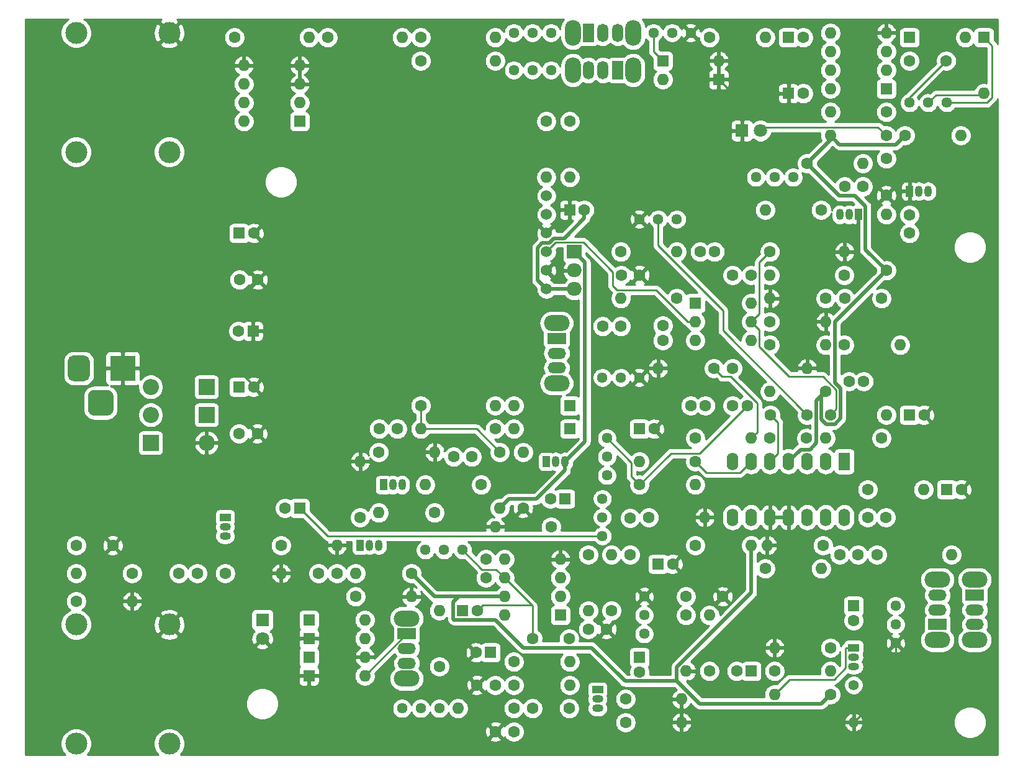
<source format=gbr>
%TF.GenerationSoftware,KiCad,Pcbnew,(5.1.12)-1*%
%TF.CreationDate,2022-01-01T20:40:12-08:00*%
%TF.ProjectId,Lobotomizer,4c6f626f-746f-46d6-997a-65722e6b6963,rev?*%
%TF.SameCoordinates,Original*%
%TF.FileFunction,Copper,L2,Bot*%
%TF.FilePolarity,Positive*%
%FSLAX46Y46*%
G04 Gerber Fmt 4.6, Leading zero omitted, Abs format (unit mm)*
G04 Created by KiCad (PCBNEW (5.1.12)-1) date 2022-01-01 20:40:12*
%MOMM*%
%LPD*%
G01*
G04 APERTURE LIST*
%TA.AperFunction,ComponentPad*%
%ADD10C,1.600000*%
%TD*%
%TA.AperFunction,ComponentPad*%
%ADD11O,1.600000X1.600000*%
%TD*%
%TA.AperFunction,ComponentPad*%
%ADD12R,1.600000X1.600000*%
%TD*%
%TA.AperFunction,ComponentPad*%
%ADD13O,2.000000X1.905000*%
%TD*%
%TA.AperFunction,ComponentPad*%
%ADD14R,2.000000X1.905000*%
%TD*%
%TA.AperFunction,ComponentPad*%
%ADD15C,1.524000*%
%TD*%
%TA.AperFunction,ComponentPad*%
%ADD16O,1.600000X2.400000*%
%TD*%
%TA.AperFunction,ComponentPad*%
%ADD17R,1.600000X2.400000*%
%TD*%
%TA.AperFunction,ComponentPad*%
%ADD18O,2.200000X3.500000*%
%TD*%
%TA.AperFunction,ComponentPad*%
%ADD19O,1.500000X2.500000*%
%TD*%
%TA.AperFunction,ComponentPad*%
%ADD20R,1.500000X2.500000*%
%TD*%
%TA.AperFunction,ComponentPad*%
%ADD21O,3.500000X2.200000*%
%TD*%
%TA.AperFunction,ComponentPad*%
%ADD22O,2.500000X1.500000*%
%TD*%
%TA.AperFunction,ComponentPad*%
%ADD23R,2.500000X1.500000*%
%TD*%
%TA.AperFunction,ComponentPad*%
%ADD24C,1.440000*%
%TD*%
%TA.AperFunction,ComponentPad*%
%ADD25O,1.400000X1.400000*%
%TD*%
%TA.AperFunction,ComponentPad*%
%ADD26C,1.400000*%
%TD*%
%TA.AperFunction,ComponentPad*%
%ADD27R,1.050000X1.500000*%
%TD*%
%TA.AperFunction,ComponentPad*%
%ADD28O,1.050000X1.500000*%
%TD*%
%TA.AperFunction,ComponentPad*%
%ADD29R,1.500000X1.050000*%
%TD*%
%TA.AperFunction,ComponentPad*%
%ADD30O,1.500000X1.050000*%
%TD*%
%TA.AperFunction,ComponentPad*%
%ADD31R,3.500000X3.500000*%
%TD*%
%TA.AperFunction,ComponentPad*%
%ADD32C,3.000000*%
%TD*%
%TA.AperFunction,ComponentPad*%
%ADD33C,1.800000*%
%TD*%
%TA.AperFunction,ComponentPad*%
%ADD34R,1.800000X1.800000*%
%TD*%
%TA.AperFunction,ComponentPad*%
%ADD35O,2.200000X2.200000*%
%TD*%
%TA.AperFunction,ComponentPad*%
%ADD36R,2.200000X2.200000*%
%TD*%
%TA.AperFunction,ViaPad*%
%ADD37C,0.800000*%
%TD*%
%TA.AperFunction,Conductor*%
%ADD38C,0.254000*%
%TD*%
%TA.AperFunction,Conductor*%
%ADD39C,0.250000*%
%TD*%
%TA.AperFunction,Conductor*%
%ADD40C,0.482600*%
%TD*%
%TA.AperFunction,Conductor*%
%ADD41C,0.100000*%
%TD*%
G04 APERTURE END LIST*
D10*
%TO.P,C106,2*%
%TO.N,Net-(C106-Pad2)*%
X188675000Y-89535000D03*
%TO.P,C106,1*%
%TO.N,Net-(C106-Pad1)*%
X193675000Y-89535000D03*
%TD*%
D11*
%TO.P,U202,8*%
%TO.N,VCLEAN*%
X106680000Y-65405000D03*
%TO.P,U202,4*%
%TO.N,GND*%
X114300000Y-57785000D03*
%TO.P,U202,7*%
%TO.N,SIGNAL_OUT*%
X106680000Y-62865000D03*
%TO.P,U202,3*%
%TO.N,GND*%
X114300000Y-60325000D03*
%TO.P,U202,6*%
%TO.N,Net-(R210-Pad1)*%
X106680000Y-60325000D03*
%TO.P,U202,2*%
%TO.N,Net-(R208-Pad1)*%
X114300000Y-62865000D03*
%TO.P,U202,5*%
%TO.N,GND*%
X106680000Y-57785000D03*
D12*
%TO.P,U202,1*%
%TO.N,Net-(R210-Pad1)*%
X114300000Y-65405000D03*
%TD*%
D11*
%TO.P,U201,8*%
%TO.N,Net-(R205-Pad2)*%
X186690000Y-60960000D03*
%TO.P,U201,4*%
%TO.N,GND*%
X194310000Y-53340000D03*
%TO.P,U201,7*%
%TO.N,Net-(C205-Pad2)*%
X186690000Y-58420000D03*
%TO.P,U201,3*%
%TO.N,Net-(C204-Pad1)*%
X194310000Y-55880000D03*
%TO.P,U201,6*%
%TO.N,VCLEAN*%
X186690000Y-55880000D03*
%TO.P,U201,2*%
%TO.N,Net-(D201-Pad2)*%
X194310000Y-58420000D03*
%TO.P,U201,5*%
%TO.N,Net-(C207-Pad2)*%
X186690000Y-53340000D03*
D12*
%TO.P,U201,1*%
%TO.N,Net-(R205-Pad1)*%
X194310000Y-60960000D03*
%TD*%
D13*
%TO.P,U103,3*%
%TO.N,5VCLEAN*%
X151765000Y-88265000D03*
%TO.P,U103,2*%
%TO.N,GND*%
X151765000Y-85725000D03*
D14*
%TO.P,U103,1*%
%TO.N,VCLEAN*%
X151765000Y-83185000D03*
%TD*%
D15*
%TO.P,U102,6*%
%TO.N,Net-(R114-Pad2)*%
X147955000Y-75565000D03*
%TO.P,U102,5*%
%TO.N,Net-(R115-Pad2)*%
X147955000Y-78105000D03*
%TO.P,U102,4*%
%TO.N,GND*%
X147955000Y-80645000D03*
%TO.P,U102,3*%
%TO.N,Net-(SW101-Pad2)*%
X147955000Y-83185000D03*
%TO.P,U102,2*%
%TO.N,GND*%
X147955000Y-85725000D03*
%TO.P,U102,1*%
%TO.N,5VCLEAN*%
X147955000Y-88265000D03*
%TD*%
D16*
%TO.P,U101,14*%
%TO.N,Net-(C103-Pad1)*%
X188595000Y-119380000D03*
%TO.P,U101,7*%
%TO.N,Net-(C114-Pad1)*%
X173355000Y-111760000D03*
%TO.P,U101,13*%
%TO.N,Net-(C103-Pad1)*%
X186055000Y-119380000D03*
%TO.P,U101,6*%
%TO.N,Net-(R120-Pad1)*%
X175895000Y-111760000D03*
%TO.P,U101,12*%
%TO.N,Net-(C101-Pad1)*%
X183515000Y-119380000D03*
%TO.P,U101,5*%
%TO.N,Net-(C112-Pad2)*%
X178435000Y-111760000D03*
%TO.P,U101,11*%
%TO.N,GND*%
X180975000Y-119380000D03*
%TO.P,U101,4*%
%TO.N,VCLEAN*%
X180975000Y-111760000D03*
%TO.P,U101,10*%
%TO.N,GND*%
X178435000Y-119380000D03*
%TO.P,U101,3*%
%TO.N,Net-(C104-Pad2)*%
X183515000Y-111760000D03*
%TO.P,U101,9*%
%TO.N,Net-(U101-Pad9)*%
X175895000Y-119380000D03*
%TO.P,U101,2*%
%TO.N,Net-(R108-Pad1)*%
X186055000Y-111760000D03*
%TO.P,U101,8*%
%TO.N,Net-(U101-Pad8)*%
X173355000Y-119380000D03*
D17*
%TO.P,U101,1*%
%TO.N,Net-(R108-Pad1)*%
X188595000Y-111760000D03*
%TD*%
D11*
%TO.P,U1,8*%
%TO.N,Net-(U1-Pad8)*%
X142240000Y-132715000D03*
%TO.P,U1,4*%
%TO.N,GND*%
X149860000Y-125095000D03*
%TO.P,U1,7*%
%TO.N,VCLEAN*%
X142240000Y-130175000D03*
%TO.P,U1,3*%
%TO.N,Net-(C9-Pad1)*%
X149860000Y-127635000D03*
%TO.P,U1,6*%
%TO.N,Net-(C11-Pad1)*%
X142240000Y-127635000D03*
%TO.P,U1,2*%
%TO.N,Net-(C11-Pad2)*%
X149860000Y-130175000D03*
%TO.P,U1,5*%
%TO.N,Net-(C10-Pad1)*%
X142240000Y-125095000D03*
D12*
%TO.P,U1,1*%
%TO.N,Net-(C10-Pad2)*%
X149860000Y-132715000D03*
%TD*%
D18*
%TO.P,SW202,*%
%TO.N,*%
X151570000Y-58420000D03*
X159770000Y-58420000D03*
D19*
%TO.P,SW202,3*%
%TO.N,Net-(SW202-Pad3)*%
X153670000Y-58420000D03*
%TO.P,SW202,2*%
%TO.N,/Lobotomizer_Saw/BYPASS_KILL*%
X155670000Y-58420000D03*
D20*
%TO.P,SW202,1*%
%TO.N,Net-(RV205-Pad1)*%
X157670000Y-58420000D03*
%TD*%
D18*
%TO.P,SW201,*%
%TO.N,*%
X159770000Y-53340000D03*
X151570000Y-53340000D03*
D19*
%TO.P,SW201,3*%
%TO.N,Net-(SW201-Pad3)*%
X157670000Y-53340000D03*
%TO.P,SW201,2*%
%TO.N,Net-(RV203-Pad2)*%
X155670000Y-53340000D03*
D20*
%TO.P,SW201,1*%
%TO.N,Net-(RV204-Pad1)*%
X153670000Y-53340000D03*
%TD*%
D21*
%TO.P,SW102,*%
%TO.N,*%
X149352000Y-101096000D03*
X149352000Y-92896000D03*
D22*
%TO.P,SW102,3*%
%TO.N,Net-(RV103-Pad3)*%
X149352000Y-98996000D03*
%TO.P,SW102,2*%
%TO.N,REVERB_OUT*%
X149352000Y-96996000D03*
D23*
%TO.P,SW102,1*%
%TO.N,FUZZ_OUT*%
X149352000Y-94996000D03*
%TD*%
D11*
%TO.P,SW101,6*%
%TO.N,Net-(C107-Pad2)*%
X175895000Y-90170000D03*
%TO.P,SW101,3*%
%TO.N,Net-(C106-Pad1)*%
X168275000Y-95250000D03*
%TO.P,SW101,5*%
%TO.N,Net-(R108-Pad1)*%
X175895000Y-92710000D03*
%TO.P,SW101,2*%
%TO.N,Net-(SW101-Pad2)*%
X168275000Y-92710000D03*
%TO.P,SW101,4*%
%TO.N,Net-(C110-Pad1)*%
X175895000Y-95250000D03*
D12*
%TO.P,SW101,1*%
%TO.N,Net-(C108-Pad2)*%
X168275000Y-90170000D03*
%TD*%
D21*
%TO.P,SW3,*%
%TO.N,*%
X206375000Y-136085000D03*
X206375000Y-127885000D03*
D22*
%TO.P,SW3,3*%
%TO.N,Net-(SW2-Pad2)*%
X206375000Y-133985000D03*
%TO.P,SW3,2*%
%TO.N,FUZZ_OUT*%
X206375000Y-131985000D03*
D23*
%TO.P,SW3,1*%
%TO.N,BYPASS_FUZZ*%
X206375000Y-129985000D03*
%TD*%
D21*
%TO.P,SW2,*%
%TO.N,*%
X201295000Y-127885000D03*
X201295000Y-136085000D03*
D22*
%TO.P,SW2,3*%
%TO.N,Net-(C18-Pad1)*%
X201295000Y-129985000D03*
%TO.P,SW2,2*%
%TO.N,Net-(SW2-Pad2)*%
X201295000Y-131985000D03*
D23*
%TO.P,SW2,1*%
%TO.N,Net-(RV5-Pad2)*%
X201295000Y-133985000D03*
%TD*%
D21*
%TO.P,SW1,*%
%TO.N,*%
X128905000Y-141355000D03*
X128905000Y-133155000D03*
D22*
%TO.P,SW1,3*%
%TO.N,Net-(D3-Pad1)*%
X128905000Y-139255000D03*
%TO.P,SW1,2*%
%TO.N,Net-(R20-Pad1)*%
X128905000Y-137255000D03*
D23*
%TO.P,SW1,1*%
%TO.N,Net-(D6-Pad1)*%
X128905000Y-135255000D03*
%TD*%
D24*
%TO.P,RV205,3*%
%TO.N,Net-(RV205-Pad3)*%
X143510000Y-58420000D03*
%TO.P,RV205,2*%
%TO.N,Net-(R209-Pad2)*%
X146050000Y-58420000D03*
%TO.P,RV205,1*%
%TO.N,Net-(RV205-Pad1)*%
X148590000Y-58420000D03*
%TD*%
%TO.P,RV204,3*%
%TO.N,Net-(RV204-Pad3)*%
X143510000Y-53340000D03*
%TO.P,RV204,2*%
%TO.N,Net-(R208-Pad2)*%
X146050000Y-53340000D03*
%TO.P,RV204,1*%
%TO.N,Net-(RV204-Pad1)*%
X148590000Y-53340000D03*
%TD*%
%TO.P,RV203,3*%
%TO.N,Net-(D203-Pad2)*%
X162560000Y-53340000D03*
%TO.P,RV203,2*%
%TO.N,Net-(RV203-Pad2)*%
X165100000Y-53340000D03*
%TO.P,RV203,1*%
%TO.N,GND*%
X167640000Y-53340000D03*
%TD*%
%TO.P,RV202,3*%
%TO.N,Net-(C204-Pad2)*%
X197485000Y-62865000D03*
%TO.P,RV202,2*%
%TO.N,Net-(D201-Pad2)*%
X200025000Y-62865000D03*
%TO.P,RV202,1*%
%TO.N,Net-(C203-Pad2)*%
X202565000Y-62865000D03*
%TD*%
%TO.P,RV201,3*%
%TO.N,Net-(RV201-Pad3)*%
X181610000Y-73025000D03*
%TO.P,RV201,2*%
%TO.N,Net-(C203-Pad1)*%
X179070000Y-73025000D03*
%TO.P,RV201,1*%
%TO.N,Net-(R203-Pad2)*%
X176530000Y-73025000D03*
%TD*%
%TO.P,RV103,3*%
%TO.N,Net-(RV103-Pad3)*%
X155575000Y-100330000D03*
%TO.P,RV103,2*%
%TO.N,Net-(C115-Pad1)*%
X158115000Y-100330000D03*
%TO.P,RV103,1*%
%TO.N,GND*%
X160655000Y-100330000D03*
%TD*%
%TO.P,RV102,3*%
%TO.N,Net-(RV102-Pad3)*%
X156210000Y-113665000D03*
%TO.P,RV102,2*%
%TO.N,Net-(C114-Pad1)*%
X156210000Y-111125000D03*
%TO.P,RV102,1*%
%TO.N,Net-(C114-Pad2)*%
X156210000Y-108585000D03*
%TD*%
%TO.P,RV101,3*%
%TO.N,GND*%
X160655000Y-78740000D03*
%TO.P,RV101,2*%
%TO.N,Net-(C112-Pad1)*%
X163195000Y-78740000D03*
%TO.P,RV101,1*%
%TO.N,Net-(R114-Pad1)*%
X165735000Y-78740000D03*
%TD*%
%TO.P,RV5,3*%
%TO.N,GND*%
X195580000Y-136525000D03*
%TO.P,RV5,2*%
%TO.N,Net-(RV5-Pad2)*%
X195580000Y-133985000D03*
%TO.P,RV5,1*%
%TO.N,Net-(C20-Pad1)*%
X195580000Y-131445000D03*
%TD*%
%TO.P,RV4,3*%
%TO.N,GND*%
X161290000Y-130175000D03*
%TO.P,RV4,2*%
%TO.N,Net-(C18-Pad1)*%
X161290000Y-132715000D03*
%TO.P,RV4,1*%
%TO.N,Net-(C17-Pad1)*%
X161290000Y-135255000D03*
%TD*%
%TO.P,RV3,3*%
%TO.N,Net-(R21-Pad2)*%
X128270000Y-145415000D03*
%TO.P,RV3,2*%
%TO.N,Net-(R20-Pad1)*%
X130810000Y-145415000D03*
%TO.P,RV3,1*%
X133350000Y-145415000D03*
%TD*%
%TO.P,RV2,3*%
%TO.N,Net-(C11-Pad2)*%
X131445000Y-123825000D03*
%TO.P,RV2,2*%
X133985000Y-123825000D03*
%TO.P,RV2,1*%
%TO.N,Net-(C11-Pad1)*%
X136525000Y-123825000D03*
%TD*%
%TO.P,RV1,3*%
%TO.N,Net-(C7-Pad1)*%
X155575000Y-116840000D03*
%TO.P,RV1,2*%
%TO.N,Net-(C8-Pad2)*%
X155575000Y-119380000D03*
%TO.P,RV1,1*%
%TO.N,Net-(C3-Pad1)*%
X155575000Y-121920000D03*
%TD*%
D11*
%TO.P,R211,2*%
%TO.N,Net-(R210-Pad1)*%
X115570000Y-53975000D03*
D10*
%TO.P,R211,1*%
%TO.N,SIGNAL_OUT*%
X105410000Y-53975000D03*
%TD*%
%TO.P,R210,1*%
%TO.N,Net-(R210-Pad1)*%
X118110000Y-53975000D03*
D11*
%TO.P,R210,2*%
%TO.N,Net-(R208-Pad1)*%
X128270000Y-53975000D03*
%TD*%
%TO.P,R209,2*%
%TO.N,Net-(R209-Pad2)*%
X140970000Y-57150000D03*
D10*
%TO.P,R209,1*%
%TO.N,Net-(R208-Pad1)*%
X130810000Y-57150000D03*
%TD*%
D11*
%TO.P,R208,2*%
%TO.N,Net-(R208-Pad2)*%
X140970000Y-53975000D03*
D10*
%TO.P,R208,1*%
%TO.N,Net-(R208-Pad1)*%
X130810000Y-53975000D03*
%TD*%
D11*
%TO.P,R207,2*%
%TO.N,VCLEAN*%
X186690000Y-67310000D03*
D10*
%TO.P,R207,1*%
%TO.N,Net-(D206-Pad2)*%
X194310000Y-67310000D03*
%TD*%
D11*
%TO.P,R206,2*%
%TO.N,Net-(C207-Pad1)*%
X177800000Y-53975000D03*
D10*
%TO.P,R206,1*%
%TO.N,Net-(D203-Pad2)*%
X170180000Y-53975000D03*
%TD*%
D11*
%TO.P,R205,2*%
%TO.N,Net-(R205-Pad2)*%
X186690000Y-64135000D03*
D10*
%TO.P,R205,1*%
%TO.N,Net-(R205-Pad1)*%
X194310000Y-64135000D03*
%TD*%
D11*
%TO.P,R204,2*%
%TO.N,Net-(C203-Pad1)*%
X191135000Y-71120000D03*
D10*
%TO.P,R204,1*%
%TO.N,VCLEAN*%
X183515000Y-71120000D03*
%TD*%
D11*
%TO.P,R203,2*%
%TO.N,Net-(R203-Pad2)*%
X177800000Y-77470000D03*
D10*
%TO.P,R203,1*%
%TO.N,Net-(C202-Pad1)*%
X185420000Y-77470000D03*
%TD*%
D11*
%TO.P,R202,2*%
%TO.N,Net-(C202-Pad2)*%
X194310000Y-78105000D03*
D10*
%TO.P,R202,1*%
%TO.N,VCLEAN*%
X194310000Y-85725000D03*
%TD*%
D11*
%TO.P,R201,2*%
%TO.N,Net-(C201-Pad1)*%
X204470000Y-67310000D03*
D10*
%TO.P,R201,1*%
%TO.N,VCLEAN*%
X196850000Y-67310000D03*
%TD*%
D11*
%TO.P,R122,2*%
%TO.N,GND*%
X183515000Y-99060000D03*
D10*
%TO.P,R122,1*%
%TO.N,Net-(C114-Pad1)*%
X173355000Y-99060000D03*
%TD*%
D11*
%TO.P,R121,2*%
%TO.N,Net-(R120-Pad1)*%
X168275000Y-114935000D03*
D10*
%TO.P,R121,1*%
%TO.N,Net-(C114-Pad2)*%
X160655000Y-114935000D03*
%TD*%
D11*
%TO.P,R120,2*%
%TO.N,Net-(C113-Pad1)*%
X160655000Y-111760000D03*
D10*
%TO.P,R120,1*%
%TO.N,Net-(R120-Pad1)*%
X168275000Y-111760000D03*
%TD*%
D11*
%TO.P,R119,2*%
%TO.N,GND*%
X186055000Y-92710000D03*
D10*
%TO.P,R119,1*%
%TO.N,Net-(C112-Pad2)*%
X178435000Y-92710000D03*
%TD*%
D11*
%TO.P,R118,2*%
%TO.N,Net-(C112-Pad2)*%
X178435000Y-102235000D03*
D10*
%TO.P,R118,1*%
%TO.N,VCLEAN*%
X186055000Y-102235000D03*
%TD*%
D11*
%TO.P,R117,2*%
%TO.N,Net-(C111-Pad1)*%
X186055000Y-95885000D03*
D10*
%TO.P,R117,1*%
%TO.N,Net-(C112-Pad2)*%
X178435000Y-95885000D03*
%TD*%
D11*
%TO.P,R116,2*%
%TO.N,Net-(C103-Pad2)*%
X196215000Y-95885000D03*
D10*
%TO.P,R116,1*%
%TO.N,Net-(C111-Pad1)*%
X188595000Y-95885000D03*
%TD*%
D11*
%TO.P,R115,2*%
%TO.N,Net-(R115-Pad2)*%
X151130000Y-73025000D03*
D10*
%TO.P,R115,1*%
%TO.N,Net-(R114-Pad1)*%
X151130000Y-65405000D03*
%TD*%
D11*
%TO.P,R114,2*%
%TO.N,Net-(R114-Pad2)*%
X147955000Y-73025000D03*
D10*
%TO.P,R114,1*%
%TO.N,Net-(R114-Pad1)*%
X147955000Y-65405000D03*
%TD*%
D11*
%TO.P,R113,2*%
%TO.N,Net-(C109-Pad2)*%
X158115000Y-89535000D03*
D10*
%TO.P,R113,1*%
%TO.N,Net-(C110-Pad2)*%
X165735000Y-89535000D03*
%TD*%
D11*
%TO.P,R112,2*%
%TO.N,Net-(C108-Pad1)*%
X165735000Y-83185000D03*
D10*
%TO.P,R112,1*%
%TO.N,Net-(C109-Pad2)*%
X158115000Y-83185000D03*
%TD*%
D11*
%TO.P,R111,2*%
%TO.N,Net-(C107-Pad1)*%
X178435000Y-86360000D03*
D10*
%TO.P,R111,1*%
%TO.N,Net-(C106-Pad2)*%
X188595000Y-86360000D03*
%TD*%
D11*
%TO.P,R110,2*%
%TO.N,GND*%
X178435000Y-89535000D03*
D10*
%TO.P,R110,1*%
%TO.N,Net-(C106-Pad2)*%
X186055000Y-89535000D03*
%TD*%
D11*
%TO.P,R109,2*%
%TO.N,GND*%
X188595000Y-83185000D03*
D10*
%TO.P,R109,1*%
%TO.N,Net-(R108-Pad1)*%
X178435000Y-83185000D03*
%TD*%
D11*
%TO.P,R108,2*%
%TO.N,Net-(C105-Pad1)*%
X194310000Y-105410000D03*
D10*
%TO.P,R108,1*%
%TO.N,Net-(R108-Pad1)*%
X186690000Y-105410000D03*
%TD*%
D11*
%TO.P,R107,2*%
%TO.N,GND*%
X163195000Y-99060000D03*
D10*
%TO.P,R107,1*%
%TO.N,Net-(C104-Pad2)*%
X170815000Y-99060000D03*
%TD*%
D11*
%TO.P,R106,2*%
%TO.N,Net-(C104-Pad2)*%
X175895000Y-108585000D03*
D10*
%TO.P,R106,1*%
%TO.N,VCLEAN*%
X168275000Y-108585000D03*
%TD*%
D11*
%TO.P,R105,2*%
%TO.N,Net-(C104-Pad1)*%
X186055000Y-108585000D03*
D10*
%TO.P,R105,1*%
%TO.N,FUZZ_OUT*%
X193675000Y-108585000D03*
%TD*%
D11*
%TO.P,R104,2*%
%TO.N,Net-(C102-Pad1)*%
X199390000Y-115570000D03*
D10*
%TO.P,R104,1*%
%TO.N,Net-(C103-Pad1)*%
X191770000Y-115570000D03*
%TD*%
D11*
%TO.P,R103,2*%
%TO.N,GND*%
X178054000Y-123190000D03*
D10*
%TO.P,R103,1*%
%TO.N,Net-(C101-Pad1)*%
X185674000Y-123190000D03*
%TD*%
D11*
%TO.P,R102,2*%
%TO.N,Net-(C101-Pad1)*%
X185420000Y-126365000D03*
D10*
%TO.P,R102,1*%
%TO.N,VCLEAN*%
X177800000Y-126365000D03*
%TD*%
D11*
%TO.P,R101,2*%
%TO.N,FUZZ_OUT*%
X203200000Y-124460000D03*
D10*
%TO.P,R101,1*%
%TO.N,Net-(C101-Pad2)*%
X193040000Y-124460000D03*
%TD*%
D11*
%TO.P,R31,2*%
%TO.N,GND*%
X169545000Y-119380000D03*
D10*
%TO.P,R31,1*%
%TO.N,/Lobotomizer_Fuzz/VR*%
X161925000Y-119380000D03*
%TD*%
D11*
%TO.P,R30,2*%
%TO.N,VCLEAN*%
X175895000Y-123190000D03*
D10*
%TO.P,R30,1*%
%TO.N,/Lobotomizer_Fuzz/VR*%
X168275000Y-123190000D03*
%TD*%
D25*
%TO.P,R29,2*%
%TO.N,GND*%
X189865000Y-147320000D03*
D26*
%TO.P,R29,1*%
%TO.N,Net-(Q6-Pad3)*%
X189865000Y-142240000D03*
%TD*%
D11*
%TO.P,R28,2*%
%TO.N,Net-(C20-Pad2)*%
X179070000Y-143510000D03*
D10*
%TO.P,R28,1*%
%TO.N,VCLEAN*%
X186690000Y-143510000D03*
%TD*%
D11*
%TO.P,R27,2*%
%TO.N,GND*%
X179070000Y-137160000D03*
D10*
%TO.P,R27,1*%
%TO.N,Net-(C19-Pad1)*%
X186690000Y-137160000D03*
%TD*%
D11*
%TO.P,R26,2*%
%TO.N,Net-(C19-Pad1)*%
X186690000Y-140335000D03*
D10*
%TO.P,R26,1*%
%TO.N,Net-(C20-Pad2)*%
X179070000Y-140335000D03*
%TD*%
D11*
%TO.P,R25,2*%
%TO.N,Net-(C18-Pad1)*%
X170180000Y-132715000D03*
D10*
%TO.P,R25,1*%
%TO.N,Net-(C19-Pad2)*%
X170180000Y-140335000D03*
%TD*%
D11*
%TO.P,R24,2*%
%TO.N,GND*%
X167005000Y-140335000D03*
D10*
%TO.P,R24,1*%
%TO.N,Net-(C18-Pad1)*%
X167005000Y-132715000D03*
%TD*%
D11*
%TO.P,R23,2*%
%TO.N,GND*%
X166370000Y-144145000D03*
D10*
%TO.P,R23,1*%
%TO.N,Net-(C17-Pad2)*%
X158750000Y-144145000D03*
%TD*%
D11*
%TO.P,R22,2*%
%TO.N,GND*%
X166370000Y-147320000D03*
D10*
%TO.P,R22,1*%
%TO.N,Net-(C16-Pad2)*%
X158750000Y-147320000D03*
%TD*%
D11*
%TO.P,R21,2*%
%TO.N,Net-(R21-Pad2)*%
X135890000Y-145415000D03*
D10*
%TO.P,R21,1*%
%TO.N,Net-(C15-Pad1)*%
X143510000Y-145415000D03*
%TD*%
D11*
%TO.P,R20,2*%
%TO.N,Net-(C14-Pad1)*%
X133350000Y-132080000D03*
D10*
%TO.P,R20,1*%
%TO.N,Net-(R20-Pad1)*%
X133350000Y-139700000D03*
%TD*%
D11*
%TO.P,R19,2*%
%TO.N,Net-(C11-Pad2)*%
X151130000Y-139065000D03*
D10*
%TO.P,R19,1*%
%TO.N,Net-(C13-Pad1)*%
X143510000Y-139065000D03*
%TD*%
D11*
%TO.P,R18,2*%
%TO.N,Net-(C11-Pad2)*%
X151130000Y-142240000D03*
D10*
%TO.P,R18,1*%
%TO.N,Net-(C12-Pad1)*%
X143510000Y-142240000D03*
%TD*%
D11*
%TO.P,R17,2*%
%TO.N,Net-(C9-Pad1)*%
X153670000Y-132080000D03*
D10*
%TO.P,R17,1*%
%TO.N,Net-(C8-Pad1)*%
X153670000Y-124460000D03*
%TD*%
D11*
%TO.P,R16,2*%
%TO.N,Net-(C8-Pad1)*%
X156845000Y-124460000D03*
D10*
%TO.P,R16,1*%
%TO.N,/Lobotomizer_Fuzz/VR*%
X156845000Y-132080000D03*
%TD*%
D11*
%TO.P,R15,2*%
%TO.N,GND*%
X140970000Y-120650000D03*
D10*
%TO.P,R15,1*%
%TO.N,Net-(C7-Pad2)*%
X148590000Y-120650000D03*
%TD*%
D11*
%TO.P,R14,2*%
%TO.N,Net-(R11-Pad2)*%
X144780000Y-110490000D03*
D10*
%TO.P,R14,1*%
%TO.N,GND*%
X144780000Y-118110000D03*
%TD*%
D11*
%TO.P,R13,2*%
%TO.N,VCLEAN*%
X141605000Y-118110000D03*
D10*
%TO.P,R13,1*%
%TO.N,Net-(R11-Pad2)*%
X141605000Y-110490000D03*
%TD*%
D11*
%TO.P,R12,2*%
%TO.N,Net-(C6-Pad1)*%
X140970000Y-104140000D03*
D10*
%TO.P,R12,1*%
%TO.N,Net-(R11-Pad2)*%
X130810000Y-104140000D03*
%TD*%
D11*
%TO.P,R11,2*%
%TO.N,Net-(R11-Pad2)*%
X130810000Y-107315000D03*
D10*
%TO.P,R11,1*%
%TO.N,Net-(C5-Pad1)*%
X140970000Y-107315000D03*
%TD*%
D11*
%TO.P,R10,2*%
%TO.N,Net-(C5-Pad2)*%
X131445000Y-114935000D03*
D10*
%TO.P,R10,1*%
%TO.N,VCLEAN*%
X139065000Y-114935000D03*
%TD*%
D11*
%TO.P,R9,2*%
%TO.N,GND*%
X132715000Y-110490000D03*
D10*
%TO.P,R9,1*%
%TO.N,Net-(C6-Pad2)*%
X125095000Y-110490000D03*
%TD*%
D11*
%TO.P,R8,2*%
%TO.N,GND*%
X122555000Y-111760000D03*
D10*
%TO.P,R8,1*%
%TO.N,Net-(Q2-Pad1)*%
X122555000Y-119380000D03*
%TD*%
D11*
%TO.P,R7,2*%
%TO.N,Net-(Q2-Pad3)*%
X125095000Y-118745000D03*
D10*
%TO.P,R7,1*%
%TO.N,VCLEAN*%
X132715000Y-118745000D03*
%TD*%
D11*
%TO.P,R6,2*%
%TO.N,GND*%
X129540000Y-130175000D03*
D10*
%TO.P,R6,1*%
%TO.N,Net-(C4-Pad1)*%
X121920000Y-130175000D03*
%TD*%
D11*
%TO.P,R5,2*%
%TO.N,Net-(C4-Pad1)*%
X121920000Y-127000000D03*
D10*
%TO.P,R5,1*%
%TO.N,VCLEAN*%
X129540000Y-127000000D03*
%TD*%
D11*
%TO.P,R4,2*%
%TO.N,GND*%
X119380000Y-123190000D03*
D10*
%TO.P,R4,1*%
%TO.N,Net-(C3-Pad2)*%
X111760000Y-123190000D03*
%TD*%
D11*
%TO.P,R3,2*%
%TO.N,GND*%
X111760000Y-127000000D03*
D10*
%TO.P,R3,1*%
%TO.N,Net-(C2-Pad1)*%
X104140000Y-127000000D03*
%TD*%
D11*
%TO.P,R2,2*%
%TO.N,BYPASS_FUZZ*%
X83820000Y-127000000D03*
D10*
%TO.P,R2,1*%
%TO.N,Net-(C2-Pad2)*%
X91440000Y-127000000D03*
%TD*%
D11*
%TO.P,R1,2*%
%TO.N,GND*%
X91440000Y-130810000D03*
D10*
%TO.P,R1,1*%
%TO.N,BYPASS_FUZZ*%
X83820000Y-130810000D03*
%TD*%
D27*
%TO.P,Q202,1*%
%TO.N,GND*%
X190500000Y-78105000D03*
D28*
%TO.P,Q202,3*%
%TO.N,Net-(C203-Pad1)*%
X187960000Y-78105000D03*
%TO.P,Q202,2*%
%TO.N,Net-(C202-Pad1)*%
X189230000Y-78105000D03*
%TD*%
D27*
%TO.P,Q201,1*%
%TO.N,GND*%
X197485000Y-74930000D03*
D28*
%TO.P,Q201,3*%
%TO.N,Net-(C202-Pad2)*%
X200025000Y-74930000D03*
%TO.P,Q201,2*%
%TO.N,Net-(C201-Pad1)*%
X198755000Y-74930000D03*
%TD*%
D29*
%TO.P,Q6,1*%
%TO.N,Net-(C20-Pad2)*%
X189865000Y-137160000D03*
D30*
%TO.P,Q6,3*%
%TO.N,Net-(Q6-Pad3)*%
X189865000Y-139700000D03*
%TO.P,Q6,2*%
%TO.N,Net-(C19-Pad1)*%
X189865000Y-138430000D03*
%TD*%
D29*
%TO.P,Q5,1*%
%TO.N,/Lobotomizer_Fuzz/VR*%
X154940000Y-142875000D03*
D30*
%TO.P,Q5,3*%
%TO.N,Net-(C16-Pad2)*%
X154940000Y-145415000D03*
%TO.P,Q5,2*%
%TO.N,Net-(C17-Pad2)*%
X154940000Y-144145000D03*
%TD*%
D27*
%TO.P,Q4,1*%
%TO.N,Net-(C7-Pad2)*%
X147955000Y-111760000D03*
D28*
%TO.P,Q4,3*%
%TO.N,VCLEAN*%
X150495000Y-111760000D03*
%TO.P,Q4,2*%
%TO.N,Net-(D1-Pad1)*%
X149225000Y-111760000D03*
%TD*%
D27*
%TO.P,Q3,1*%
%TO.N,Net-(C6-Pad2)*%
X125730000Y-114935000D03*
D28*
%TO.P,Q3,3*%
%TO.N,Net-(C5-Pad2)*%
X128270000Y-114935000D03*
%TO.P,Q3,2*%
%TO.N,Net-(Q2-Pad3)*%
X127000000Y-114935000D03*
%TD*%
D27*
%TO.P,Q2,1*%
%TO.N,Net-(Q2-Pad1)*%
X122555000Y-123190000D03*
D28*
%TO.P,Q2,3*%
%TO.N,Net-(Q2-Pad3)*%
X125095000Y-123190000D03*
%TO.P,Q2,2*%
%TO.N,Net-(C4-Pad1)*%
X123825000Y-123190000D03*
%TD*%
D29*
%TO.P,Q1,1*%
%TO.N,VCLEAN*%
X104140000Y-119380000D03*
D30*
%TO.P,Q1,3*%
%TO.N,Net-(C2-Pad1)*%
X104140000Y-121920000D03*
%TO.P,Q1,2*%
%TO.N,Net-(C3-Pad2)*%
X104140000Y-120650000D03*
%TD*%
%TO.P,J3,3*%
%TO.N,N/C*%
%TA.AperFunction,ComponentPad*%
G36*
G01*
X85420000Y-104635000D02*
X85420000Y-102885000D01*
G75*
G02*
X86295000Y-102010000I875000J0D01*
G01*
X88045000Y-102010000D01*
G75*
G02*
X88920000Y-102885000I0J-875000D01*
G01*
X88920000Y-104635000D01*
G75*
G02*
X88045000Y-105510000I-875000J0D01*
G01*
X86295000Y-105510000D01*
G75*
G02*
X85420000Y-104635000I0J875000D01*
G01*
G37*
%TD.AperFunction*%
%TO.P,J3,2*%
%TO.N,VCLEAN*%
%TA.AperFunction,ComponentPad*%
G36*
G01*
X82670000Y-100060000D02*
X82670000Y-98060000D01*
G75*
G02*
X83420000Y-97310000I750000J0D01*
G01*
X84920000Y-97310000D01*
G75*
G02*
X85670000Y-98060000I0J-750000D01*
G01*
X85670000Y-100060000D01*
G75*
G02*
X84920000Y-100810000I-750000J0D01*
G01*
X83420000Y-100810000D01*
G75*
G02*
X82670000Y-100060000I0J750000D01*
G01*
G37*
%TD.AperFunction*%
D31*
%TO.P,J3,1*%
%TO.N,GND*%
X90170000Y-99060000D03*
%TD*%
D32*
%TO.P,J2,TN*%
%TO.N,N/C*%
X83820000Y-69570000D03*
%TO.P,J2,SN*%
X96520000Y-69570000D03*
%TO.P,J2,T*%
%TO.N,SIGNAL_OUT*%
X83820000Y-53340000D03*
%TO.P,J2,S*%
%TO.N,GND*%
X96520000Y-53340000D03*
%TD*%
%TO.P,J1,TN*%
%TO.N,N/C*%
X83820000Y-150215000D03*
%TO.P,J1,SN*%
X96520000Y-150215000D03*
%TO.P,J1,T*%
%TO.N,BYPASS_FUZZ*%
X83820000Y-133985000D03*
%TO.P,J1,S*%
%TO.N,GND*%
X96520000Y-133985000D03*
%TD*%
D33*
%TO.P,D206,2*%
%TO.N,Net-(D206-Pad2)*%
X177165000Y-66675000D03*
D34*
%TO.P,D206,1*%
%TO.N,GND*%
X174625000Y-66675000D03*
%TD*%
D35*
%TO.P,D205,2*%
%TO.N,GND*%
X101600000Y-109220000D03*
D36*
%TO.P,D205,1*%
%TO.N,VCLEAN*%
X93980000Y-109220000D03*
%TD*%
D11*
%TO.P,D204,2*%
%TO.N,GND*%
X171450000Y-57150000D03*
D12*
%TO.P,D204,1*%
%TO.N,Net-(D203-Pad2)*%
X163830000Y-57150000D03*
%TD*%
D11*
%TO.P,D203,2*%
%TO.N,Net-(D203-Pad2)*%
X163830000Y-59690000D03*
D12*
%TO.P,D203,1*%
%TO.N,GND*%
X171450000Y-59690000D03*
%TD*%
D11*
%TO.P,D202,2*%
%TO.N,Net-(C203-Pad2)*%
X205105000Y-53975000D03*
D12*
%TO.P,D202,1*%
%TO.N,Net-(C204-Pad1)*%
X197485000Y-53975000D03*
%TD*%
D11*
%TO.P,D201,2*%
%TO.N,Net-(D201-Pad2)*%
X207645000Y-61595000D03*
D12*
%TO.P,D201,1*%
%TO.N,Net-(C203-Pad2)*%
X207645000Y-53975000D03*
%TD*%
D35*
%TO.P,D101,2*%
%TO.N,VCLEAN*%
X93980000Y-105410000D03*
D36*
%TO.P,D101,1*%
X101600000Y-105410000D03*
%TD*%
D35*
%TO.P,D8,2*%
%TO.N,VCLEAN*%
X93980000Y-101600000D03*
D36*
%TO.P,D8,1*%
X101600000Y-101600000D03*
%TD*%
D11*
%TO.P,D7,2*%
%TO.N,Net-(D6-Pad1)*%
X123190000Y-140970000D03*
D12*
%TO.P,D7,1*%
%TO.N,GND*%
X115570000Y-140970000D03*
%TD*%
D11*
%TO.P,D6,2*%
%TO.N,GND*%
X123190000Y-138430000D03*
D12*
%TO.P,D6,1*%
%TO.N,Net-(D6-Pad1)*%
X115570000Y-138430000D03*
%TD*%
D11*
%TO.P,D5,2*%
%TO.N,Net-(D3-Pad1)*%
X123190000Y-135890000D03*
D12*
%TO.P,D5,1*%
%TO.N,GND*%
X115570000Y-135890000D03*
%TD*%
D33*
%TO.P,D4,2*%
%TO.N,GND*%
X109220000Y-135890000D03*
D34*
%TO.P,D4,1*%
%TO.N,Net-(D3-Pad2)*%
X109220000Y-133350000D03*
%TD*%
D11*
%TO.P,D3,2*%
%TO.N,Net-(D3-Pad2)*%
X123190000Y-133350000D03*
D12*
%TO.P,D3,1*%
%TO.N,Net-(D3-Pad1)*%
X115570000Y-133350000D03*
%TD*%
D11*
%TO.P,D2,2*%
%TO.N,Net-(C6-Pad1)*%
X143510000Y-104140000D03*
D12*
%TO.P,D2,1*%
%TO.N,Net-(D1-Pad1)*%
X151130000Y-104140000D03*
%TD*%
D11*
%TO.P,D1,2*%
%TO.N,Net-(C5-Pad1)*%
X143510000Y-107315000D03*
D12*
%TO.P,D1,1*%
%TO.N,Net-(D1-Pad1)*%
X151130000Y-107315000D03*
%TD*%
D10*
%TO.P,C209,2*%
%TO.N,VCLEAN*%
X106085000Y-86995000D03*
%TO.P,C209,1*%
%TO.N,GND*%
X108585000Y-86995000D03*
%TD*%
%TO.P,C208,2*%
%TO.N,GND*%
X108045000Y-80645000D03*
D12*
%TO.P,C208,1*%
%TO.N,VCLEAN*%
X106045000Y-80645000D03*
%TD*%
D10*
%TO.P,C207,2*%
%TO.N,Net-(C207-Pad2)*%
X182975000Y-53975000D03*
D12*
%TO.P,C207,1*%
%TO.N,Net-(C207-Pad1)*%
X180975000Y-53975000D03*
%TD*%
D10*
%TO.P,C206,2*%
%TO.N,GND*%
X194310000Y-75485000D03*
%TO.P,C206,1*%
%TO.N,Net-(C204-Pad1)*%
X194310000Y-70485000D03*
%TD*%
%TO.P,C205,2*%
%TO.N,Net-(C205-Pad2)*%
X182975000Y-61595000D03*
D12*
%TO.P,C205,1*%
%TO.N,GND*%
X180975000Y-61595000D03*
%TD*%
D10*
%TO.P,C204,2*%
%TO.N,Net-(C204-Pad2)*%
X202485000Y-57150000D03*
%TO.P,C204,1*%
%TO.N,Net-(C204-Pad1)*%
X197485000Y-57150000D03*
%TD*%
%TO.P,C203,2*%
%TO.N,Net-(C203-Pad2)*%
X188635000Y-74295000D03*
%TO.P,C203,1*%
%TO.N,Net-(C203-Pad1)*%
X191135000Y-74295000D03*
%TD*%
%TO.P,C202,2*%
%TO.N,Net-(C202-Pad2)*%
X197485000Y-78145000D03*
%TO.P,C202,1*%
%TO.N,Net-(C202-Pad1)*%
X197485000Y-80645000D03*
%TD*%
%TO.P,C201,2*%
%TO.N,REVERB_OUT*%
X155615000Y-93345000D03*
%TO.P,C201,1*%
%TO.N,Net-(C201-Pad1)*%
X158115000Y-93345000D03*
%TD*%
%TO.P,C117,2*%
%TO.N,5VCLEAN*%
X153130000Y-77470000D03*
D12*
%TO.P,C117,1*%
%TO.N,GND*%
X151130000Y-77470000D03*
%TD*%
D10*
%TO.P,C116,2*%
%TO.N,VCLEAN*%
X105950000Y-93980000D03*
D12*
%TO.P,C116,1*%
%TO.N,GND*%
X107950000Y-93980000D03*
%TD*%
D10*
%TO.P,C115,2*%
%TO.N,Net-(C114-Pad1)*%
X169640000Y-104140000D03*
%TO.P,C115,1*%
%TO.N,Net-(C115-Pad1)*%
X167640000Y-104140000D03*
%TD*%
%TO.P,C114,2*%
%TO.N,Net-(C114-Pad2)*%
X175355000Y-104140000D03*
%TO.P,C114,1*%
%TO.N,Net-(C114-Pad1)*%
X173355000Y-104140000D03*
%TD*%
%TO.P,C113,2*%
%TO.N,GND*%
X162655000Y-107315000D03*
D12*
%TO.P,C113,1*%
%TO.N,Net-(C113-Pad1)*%
X160655000Y-107315000D03*
%TD*%
D10*
%TO.P,C112,2*%
%TO.N,Net-(C112-Pad2)*%
X178515000Y-105410000D03*
%TO.P,C112,1*%
%TO.N,Net-(C112-Pad1)*%
X183515000Y-105410000D03*
%TD*%
%TO.P,C111,2*%
%TO.N,Net-(C103-Pad2)*%
X191230000Y-100838000D03*
%TO.P,C111,1*%
%TO.N,Net-(C111-Pad1)*%
X189230000Y-100838000D03*
%TD*%
%TO.P,C110,2*%
%TO.N,Net-(C110-Pad2)*%
X163830000Y-93250000D03*
%TO.P,C110,1*%
%TO.N,Net-(C110-Pad1)*%
X163830000Y-95250000D03*
%TD*%
%TO.P,C109,2*%
%TO.N,Net-(C109-Pad2)*%
X158155000Y-86360000D03*
%TO.P,C109,1*%
%TO.N,GND*%
X160655000Y-86360000D03*
%TD*%
%TO.P,C108,2*%
%TO.N,Net-(C108-Pad2)*%
X170910000Y-83185000D03*
%TO.P,C108,1*%
%TO.N,Net-(C108-Pad1)*%
X168910000Y-83185000D03*
%TD*%
%TO.P,C107,2*%
%TO.N,Net-(C107-Pad2)*%
X175855000Y-86360000D03*
%TO.P,C107,1*%
%TO.N,Net-(C107-Pad1)*%
X173355000Y-86360000D03*
%TD*%
%TO.P,C105,2*%
%TO.N,GND*%
X199485000Y-105410000D03*
D12*
%TO.P,C105,1*%
%TO.N,Net-(C105-Pad1)*%
X197485000Y-105410000D03*
%TD*%
D10*
%TO.P,C104,2*%
%TO.N,Net-(C104-Pad2)*%
X183435000Y-108585000D03*
%TO.P,C104,1*%
%TO.N,Net-(C104-Pad1)*%
X178435000Y-108585000D03*
%TD*%
%TO.P,C103,2*%
%TO.N,Net-(C103-Pad2)*%
X194270000Y-119380000D03*
%TO.P,C103,1*%
%TO.N,Net-(C103-Pad1)*%
X191770000Y-119380000D03*
%TD*%
%TO.P,C102,2*%
%TO.N,GND*%
X204565000Y-115570000D03*
D12*
%TO.P,C102,1*%
%TO.N,Net-(C102-Pad1)*%
X202565000Y-115570000D03*
%TD*%
D10*
%TO.P,C101,2*%
%TO.N,Net-(C101-Pad2)*%
X190460000Y-124460000D03*
%TO.P,C101,1*%
%TO.N,Net-(C101-Pad1)*%
X187960000Y-124460000D03*
%TD*%
%TO.P,C23,2*%
%TO.N,GND*%
X165195000Y-125730000D03*
D12*
%TO.P,C23,1*%
%TO.N,/Lobotomizer_Fuzz/VR*%
X163195000Y-125730000D03*
%TD*%
D10*
%TO.P,C22,2*%
%TO.N,GND*%
X108545000Y-107950000D03*
%TO.P,C22,1*%
%TO.N,VCLEAN*%
X106045000Y-107950000D03*
%TD*%
%TO.P,C21,2*%
%TO.N,GND*%
X108045000Y-101600000D03*
D12*
%TO.P,C21,1*%
%TO.N,VCLEAN*%
X106045000Y-101600000D03*
%TD*%
D10*
%TO.P,C20,2*%
%TO.N,Net-(C20-Pad2)*%
X189865000Y-133445000D03*
D12*
%TO.P,C20,1*%
%TO.N,Net-(C20-Pad1)*%
X189865000Y-131445000D03*
%TD*%
D10*
%TO.P,C19,2*%
%TO.N,Net-(C19-Pad2)*%
X173895000Y-140335000D03*
D12*
%TO.P,C19,1*%
%TO.N,Net-(C19-Pad1)*%
X175895000Y-140335000D03*
%TD*%
D10*
%TO.P,C18,2*%
%TO.N,GND*%
X172005000Y-130175000D03*
%TO.P,C18,1*%
%TO.N,Net-(C18-Pad1)*%
X167005000Y-130175000D03*
%TD*%
%TO.P,C17,2*%
%TO.N,Net-(C17-Pad2)*%
X160655000Y-140430000D03*
D12*
%TO.P,C17,1*%
%TO.N,Net-(C17-Pad1)*%
X160655000Y-138430000D03*
%TD*%
D10*
%TO.P,C16,2*%
%TO.N,Net-(C16-Pad2)*%
X151050000Y-145415000D03*
%TO.P,C16,1*%
%TO.N,Net-(C15-Pad1)*%
X146050000Y-145415000D03*
%TD*%
%TO.P,C15,2*%
%TO.N,GND*%
X141010000Y-148590000D03*
%TO.P,C15,1*%
%TO.N,Net-(C15-Pad1)*%
X143510000Y-148590000D03*
%TD*%
%TO.P,C14,2*%
%TO.N,Net-(C11-Pad1)*%
X138525000Y-132080000D03*
D12*
%TO.P,C14,1*%
%TO.N,Net-(C14-Pad1)*%
X136525000Y-132080000D03*
%TD*%
D10*
%TO.P,C13,2*%
%TO.N,GND*%
X138335000Y-137795000D03*
D12*
%TO.P,C13,1*%
%TO.N,Net-(C13-Pad1)*%
X140335000Y-137795000D03*
%TD*%
D10*
%TO.P,C12,2*%
%TO.N,GND*%
X138470000Y-142240000D03*
%TO.P,C12,1*%
%TO.N,Net-(C12-Pad1)*%
X140970000Y-142240000D03*
%TD*%
%TO.P,C11,2*%
%TO.N,Net-(C11-Pad2)*%
X151050000Y-135890000D03*
%TO.P,C11,1*%
%TO.N,Net-(C11-Pad1)*%
X146050000Y-135890000D03*
%TD*%
%TO.P,C10,2*%
%TO.N,Net-(C10-Pad2)*%
X139700000Y-127595000D03*
%TO.P,C10,1*%
%TO.N,Net-(C10-Pad1)*%
X139700000Y-125095000D03*
%TD*%
%TO.P,C9,2*%
%TO.N,GND*%
X156170000Y-134620000D03*
%TO.P,C9,1*%
%TO.N,Net-(C9-Pad1)*%
X153670000Y-134620000D03*
%TD*%
%TO.P,C8,2*%
%TO.N,Net-(C8-Pad2)*%
X159385000Y-119460000D03*
%TO.P,C8,1*%
%TO.N,Net-(C8-Pad1)*%
X159385000Y-124460000D03*
%TD*%
%TO.P,C7,2*%
%TO.N,Net-(C7-Pad2)*%
X148495000Y-116840000D03*
D12*
%TO.P,C7,1*%
%TO.N,Net-(C7-Pad1)*%
X150495000Y-116840000D03*
%TD*%
D10*
%TO.P,C6,2*%
%TO.N,Net-(C6-Pad2)*%
X125135000Y-107315000D03*
%TO.P,C6,1*%
%TO.N,Net-(C6-Pad1)*%
X127635000Y-107315000D03*
%TD*%
%TO.P,C5,2*%
%TO.N,Net-(C5-Pad2)*%
X135295000Y-111125000D03*
%TO.P,C5,1*%
%TO.N,Net-(C5-Pad1)*%
X137795000Y-111125000D03*
%TD*%
%TO.P,C4,2*%
%TO.N,Net-(C3-Pad2)*%
X116880000Y-127000000D03*
%TO.P,C4,1*%
%TO.N,Net-(C4-Pad1)*%
X119380000Y-127000000D03*
%TD*%
%TO.P,C3,2*%
%TO.N,Net-(C3-Pad2)*%
X112300000Y-118110000D03*
D12*
%TO.P,C3,1*%
%TO.N,Net-(C3-Pad1)*%
X114300000Y-118110000D03*
%TD*%
D10*
%TO.P,C2,2*%
%TO.N,Net-(C2-Pad2)*%
X97830000Y-127000000D03*
%TO.P,C2,1*%
%TO.N,Net-(C2-Pad1)*%
X100330000Y-127000000D03*
%TD*%
%TO.P,C1,2*%
%TO.N,GND*%
X88820000Y-123190000D03*
%TO.P,C1,1*%
%TO.N,BYPASS_FUZZ*%
X83820000Y-123190000D03*
%TD*%
D37*
%TO.N,GND*%
X119380000Y-63500000D03*
X127000000Y-63500000D03*
X134620000Y-63500000D03*
X144780000Y-63500000D03*
X144780000Y-73660000D03*
X134620000Y-73660000D03*
X127000000Y-73660000D03*
X119380000Y-73660000D03*
X134620000Y-83820000D03*
X127000000Y-83820000D03*
X119380000Y-83820000D03*
X144780000Y-83820000D03*
X144780000Y-91440000D03*
X134620000Y-91440000D03*
X127000000Y-91440000D03*
X119380000Y-91440000D03*
X119380000Y-99060000D03*
X127000000Y-99060000D03*
X134620000Y-99060000D03*
X144780000Y-99060000D03*
%TD*%
D38*
%TO.N,GND*%
X195580000Y-141605000D02*
X189865000Y-147320000D01*
X195580000Y-136525000D02*
X195580000Y-141605000D01*
X105693602Y-99060000D02*
X90170000Y-99060000D01*
X108045000Y-101411398D02*
X105693602Y-99060000D01*
X108045000Y-101600000D02*
X108045000Y-101411398D01*
X174625000Y-62865000D02*
X171450000Y-59690000D01*
X174625000Y-66675000D02*
X174625000Y-62865000D01*
D39*
%TO.N,Net-(C3-Pad1)*%
X118110000Y-121920000D02*
X114300000Y-118110000D01*
X155575000Y-121920000D02*
X118110000Y-121920000D01*
%TO.N,Net-(C11-Pad1)*%
X146050000Y-131445000D02*
X146050000Y-135890000D01*
X142240000Y-127635000D02*
X146050000Y-131445000D01*
X145905001Y-131300001D02*
X146050000Y-131445000D01*
X139304999Y-131300001D02*
X145905001Y-131300001D01*
X138525000Y-132080000D02*
X139304999Y-131300001D01*
D38*
X141072999Y-126467999D02*
X142240000Y-127635000D01*
X139167999Y-126467999D02*
X141072999Y-126467999D01*
X136525000Y-123825000D02*
X139167999Y-126467999D01*
%TO.N,Net-(C20-Pad2)*%
X188861000Y-137160000D02*
X189865000Y-137160000D01*
X188787990Y-137233010D02*
X188861000Y-137160000D01*
X188787990Y-139904972D02*
X188787990Y-137233010D01*
X187230961Y-141462001D02*
X188787990Y-139904972D01*
X181117999Y-141462001D02*
X187230961Y-141462001D01*
X179070000Y-143510000D02*
X181117999Y-141462001D01*
D40*
%TO.N,VCLEAN*%
X136035658Y-130175000D02*
X142240000Y-130175000D01*
X135283699Y-130926959D02*
X136035658Y-130175000D01*
X135371959Y-133321301D02*
X135283699Y-133233041D01*
X144819175Y-137131301D02*
X141009175Y-133321301D01*
X154128427Y-137131301D02*
X144819175Y-137131301D01*
X158668427Y-141671301D02*
X154128427Y-137131301D01*
X165733427Y-141671301D02*
X158668427Y-141671301D01*
X168813427Y-144751301D02*
X165733427Y-141671301D01*
X135283699Y-133233041D02*
X135283699Y-130926959D01*
X185448699Y-144751301D02*
X168813427Y-144751301D01*
X141009175Y-133321301D02*
X135371959Y-133321301D01*
X186690000Y-143510000D02*
X185448699Y-144751301D01*
X132715000Y-130175000D02*
X129540000Y-127000000D01*
X142240000Y-130175000D02*
X132715000Y-130175000D01*
X150495000Y-112992600D02*
X150495000Y-111760000D01*
X146618901Y-116868699D02*
X150495000Y-112992600D01*
X142846301Y-116868699D02*
X146618901Y-116868699D01*
X141605000Y-118110000D02*
X142846301Y-116868699D01*
X165733427Y-139769447D02*
X165733427Y-141671301D01*
X175895000Y-129607874D02*
X165733427Y-139769447D01*
X175895000Y-123190000D02*
X175895000Y-129607874D01*
X182616310Y-110118690D02*
X180975000Y-111760000D01*
X183886310Y-110118690D02*
X182616310Y-110118690D01*
X184813699Y-109191301D02*
X183886310Y-110118690D01*
X184813699Y-103476301D02*
X184813699Y-109191301D01*
X186055000Y-102235000D02*
X184813699Y-103476301D01*
X153206310Y-109048690D02*
X150495000Y-111760000D01*
X153206310Y-84626310D02*
X153206310Y-109048690D01*
X151765000Y-83185000D02*
X153206310Y-84626310D01*
X185448699Y-106005825D02*
X185448699Y-102841301D01*
X185448699Y-102841301D02*
X186055000Y-102235000D01*
X187285825Y-106651301D02*
X186094175Y-106651301D01*
X188058309Y-105878817D02*
X187285825Y-106651301D01*
X188058309Y-101766636D02*
X188058309Y-105878817D01*
X187325000Y-101033327D02*
X188058309Y-101766636D01*
X186094175Y-106651301D02*
X185448699Y-106005825D01*
X187325000Y-92710000D02*
X187325000Y-101033327D01*
X194310000Y-85725000D02*
X187325000Y-92710000D01*
X190000643Y-75536301D02*
X187931301Y-75536301D01*
X191466301Y-77001959D02*
X190000643Y-75536301D01*
X191466301Y-82881301D02*
X191466301Y-77001959D01*
X187931301Y-75536301D02*
X183515000Y-71120000D01*
X194310000Y-85725000D02*
X191466301Y-82881301D01*
X186690000Y-67945000D02*
X186690000Y-67310000D01*
X183515000Y-71120000D02*
X186690000Y-67945000D01*
X187931301Y-68551301D02*
X186690000Y-67310000D01*
X195608699Y-68551301D02*
X187931301Y-68551301D01*
X196850000Y-67310000D02*
X195608699Y-68551301D01*
D38*
%TO.N,Net-(C104-Pad2)*%
X171942001Y-100187001D02*
X170815000Y-99060000D01*
X173069963Y-100187001D02*
X171942001Y-100187001D01*
X176694999Y-107785001D02*
X176694999Y-103812037D01*
X176694999Y-103812037D02*
X173069963Y-100187001D01*
X175895000Y-108585000D02*
X176694999Y-107785001D01*
%TO.N,Net-(C112-Pad2)*%
X179562001Y-110632999D02*
X178435000Y-111760000D01*
X179562001Y-106457001D02*
X179562001Y-110632999D01*
X178515000Y-105410000D02*
X179562001Y-106457001D01*
%TO.N,Net-(C112-Pad1)*%
X163195000Y-82312962D02*
X163195000Y-78740000D01*
X172037001Y-91154963D02*
X163195000Y-82312962D01*
X172037001Y-93932001D02*
X172037001Y-91154963D01*
X183515000Y-105410000D02*
X172037001Y-93932001D01*
%TO.N,Net-(C114-Pad2)*%
X164957001Y-110632999D02*
X160655000Y-114935000D01*
X168862001Y-110632999D02*
X164957001Y-110632999D01*
X175355000Y-104140000D02*
X168862001Y-110632999D01*
X159527999Y-113807999D02*
X159527999Y-111902999D01*
X159527999Y-111902999D02*
X156210000Y-108585000D01*
X160655000Y-114935000D02*
X159527999Y-113807999D01*
D40*
%TO.N,5VCLEAN*%
X146751699Y-82607415D02*
X146751699Y-87061699D01*
X147377415Y-81981699D02*
X146751699Y-82607415D01*
X148354590Y-81981699D02*
X147377415Y-81981699D01*
X150394181Y-81337189D02*
X148999100Y-81337189D01*
X146751699Y-87061699D02*
X147955000Y-88265000D01*
X153130000Y-78601370D02*
X150394181Y-81337189D01*
X148999100Y-81337189D02*
X148354590Y-81981699D01*
X153130000Y-77470000D02*
X153130000Y-78601370D01*
X147955000Y-88265000D02*
X151765000Y-88265000D01*
D38*
%TO.N,Net-(C203-Pad2)*%
X208772001Y-55102001D02*
X207645000Y-53975000D01*
X208772001Y-62135961D02*
X208772001Y-55102001D01*
X208042962Y-62865000D02*
X208772001Y-62135961D01*
X202565000Y-62865000D02*
X208042962Y-62865000D01*
%TO.N,Net-(C204-Pad2)*%
X197485000Y-62150000D02*
X197485000Y-62865000D01*
X202485000Y-57150000D02*
X197485000Y-62150000D01*
D39*
%TO.N,Net-(D6-Pad1)*%
X128884707Y-135255000D02*
X128905000Y-135255000D01*
X123190000Y-140949707D02*
X128884707Y-135255000D01*
X123190000Y-140970000D02*
X123190000Y-140949707D01*
D38*
%TO.N,Net-(D201-Pad2)*%
X207422001Y-61817999D02*
X207645000Y-61595000D01*
X201072001Y-61817999D02*
X207422001Y-61817999D01*
X200025000Y-62865000D02*
X201072001Y-61817999D01*
%TO.N,Net-(D203-Pad2)*%
X162560000Y-55880000D02*
X163830000Y-57150000D01*
X162560000Y-53340000D02*
X162560000Y-55880000D01*
%TO.N,Net-(D206-Pad2)*%
X177657001Y-66182999D02*
X177165000Y-66675000D01*
X193182999Y-66182999D02*
X177657001Y-66182999D01*
X194310000Y-67310000D02*
X193182999Y-66182999D01*
D39*
%TO.N,Net-(R11-Pad2)*%
X130810000Y-107315000D02*
X130810000Y-104140000D01*
X138430000Y-107315000D02*
X130810000Y-107315000D01*
X141605000Y-110490000D02*
X138430000Y-107315000D01*
D38*
%TO.N,Net-(R108-Pad1)*%
X177022001Y-93837001D02*
X175895000Y-92710000D01*
X177022001Y-96139963D02*
X177022001Y-93837001D01*
X181069039Y-100187001D02*
X177022001Y-96139963D01*
X185674963Y-100187001D02*
X181069039Y-100187001D01*
X187489999Y-102002037D02*
X185674963Y-100187001D01*
X187489999Y-104610001D02*
X187489999Y-102002037D01*
X186690000Y-105410000D02*
X187489999Y-104610001D01*
X177022001Y-84597999D02*
X177022001Y-91582999D01*
X177022001Y-91582999D02*
X175895000Y-92710000D01*
X178435000Y-83185000D02*
X177022001Y-84597999D01*
%TO.N,Net-(R120-Pad1)*%
X169802010Y-113287010D02*
X168275000Y-111760000D01*
X174367990Y-113287010D02*
X169802010Y-113287010D01*
X175895000Y-111760000D02*
X174367990Y-113287010D01*
%TO.N,Net-(SW101-Pad2)*%
X162940037Y-88407999D02*
X167242038Y-92710000D01*
X157622999Y-88407999D02*
X162940037Y-88407999D01*
X157027999Y-85906897D02*
X157027999Y-87812999D01*
X167242038Y-92710000D02*
X168275000Y-92710000D01*
X157027999Y-87812999D02*
X157622999Y-88407999D01*
X153026601Y-81905499D02*
X157027999Y-85906897D01*
X149234501Y-81905499D02*
X153026601Y-81905499D01*
X147955000Y-83185000D02*
X149234501Y-81905499D01*
%TD*%
%TO.N,GND*%
X82459017Y-51681637D02*
X82161637Y-51979017D01*
X81927988Y-52328698D01*
X81767047Y-52717244D01*
X81685000Y-53129721D01*
X81685000Y-53550279D01*
X81767047Y-53962756D01*
X81927988Y-54351302D01*
X82161637Y-54700983D01*
X82459017Y-54998363D01*
X82808698Y-55232012D01*
X83197244Y-55392953D01*
X83609721Y-55475000D01*
X84030279Y-55475000D01*
X84442756Y-55392953D01*
X84831302Y-55232012D01*
X85180983Y-54998363D01*
X85347693Y-54831653D01*
X95207952Y-54831653D01*
X95363962Y-55147214D01*
X95738745Y-55338020D01*
X96143551Y-55452044D01*
X96562824Y-55484902D01*
X96980451Y-55435334D01*
X97380383Y-55305243D01*
X97676038Y-55147214D01*
X97832048Y-54831653D01*
X96520000Y-53519605D01*
X95207952Y-54831653D01*
X85347693Y-54831653D01*
X85478363Y-54700983D01*
X85712012Y-54351302D01*
X85872953Y-53962756D01*
X85955000Y-53550279D01*
X85955000Y-53382824D01*
X94375098Y-53382824D01*
X94424666Y-53800451D01*
X94554757Y-54200383D01*
X94712786Y-54496038D01*
X95028347Y-54652048D01*
X96340395Y-53340000D01*
X96699605Y-53340000D01*
X98011653Y-54652048D01*
X98327214Y-54496038D01*
X98518020Y-54121255D01*
X98599027Y-53833665D01*
X103975000Y-53833665D01*
X103975000Y-54116335D01*
X104030147Y-54393574D01*
X104138320Y-54654727D01*
X104295363Y-54889759D01*
X104495241Y-55089637D01*
X104730273Y-55246680D01*
X104991426Y-55354853D01*
X105268665Y-55410000D01*
X105551335Y-55410000D01*
X105828574Y-55354853D01*
X106089727Y-55246680D01*
X106324759Y-55089637D01*
X106524637Y-54889759D01*
X106681680Y-54654727D01*
X106789853Y-54393574D01*
X106845000Y-54116335D01*
X106845000Y-53833665D01*
X114135000Y-53833665D01*
X114135000Y-54116335D01*
X114190147Y-54393574D01*
X114298320Y-54654727D01*
X114455363Y-54889759D01*
X114655241Y-55089637D01*
X114890273Y-55246680D01*
X115151426Y-55354853D01*
X115428665Y-55410000D01*
X115711335Y-55410000D01*
X115988574Y-55354853D01*
X116249727Y-55246680D01*
X116484759Y-55089637D01*
X116684637Y-54889759D01*
X116840000Y-54657241D01*
X116995363Y-54889759D01*
X117195241Y-55089637D01*
X117430273Y-55246680D01*
X117691426Y-55354853D01*
X117968665Y-55410000D01*
X118251335Y-55410000D01*
X118528574Y-55354853D01*
X118789727Y-55246680D01*
X119024759Y-55089637D01*
X119224637Y-54889759D01*
X119381680Y-54654727D01*
X119489853Y-54393574D01*
X119545000Y-54116335D01*
X119545000Y-53833665D01*
X126835000Y-53833665D01*
X126835000Y-54116335D01*
X126890147Y-54393574D01*
X126998320Y-54654727D01*
X127155363Y-54889759D01*
X127355241Y-55089637D01*
X127590273Y-55246680D01*
X127851426Y-55354853D01*
X128128665Y-55410000D01*
X128411335Y-55410000D01*
X128688574Y-55354853D01*
X128949727Y-55246680D01*
X129184759Y-55089637D01*
X129384637Y-54889759D01*
X129540000Y-54657241D01*
X129695363Y-54889759D01*
X129895241Y-55089637D01*
X130130273Y-55246680D01*
X130391426Y-55354853D01*
X130668665Y-55410000D01*
X130951335Y-55410000D01*
X131228574Y-55354853D01*
X131489727Y-55246680D01*
X131724759Y-55089637D01*
X131924637Y-54889759D01*
X132081680Y-54654727D01*
X132189853Y-54393574D01*
X132245000Y-54116335D01*
X132245000Y-53833665D01*
X132189853Y-53556426D01*
X132081680Y-53295273D01*
X131924637Y-53060241D01*
X131724759Y-52860363D01*
X131489727Y-52703320D01*
X131228574Y-52595147D01*
X130951335Y-52540000D01*
X130668665Y-52540000D01*
X130391426Y-52595147D01*
X130130273Y-52703320D01*
X129895241Y-52860363D01*
X129695363Y-53060241D01*
X129540000Y-53292759D01*
X129384637Y-53060241D01*
X129184759Y-52860363D01*
X128949727Y-52703320D01*
X128688574Y-52595147D01*
X128411335Y-52540000D01*
X128128665Y-52540000D01*
X127851426Y-52595147D01*
X127590273Y-52703320D01*
X127355241Y-52860363D01*
X127155363Y-53060241D01*
X126998320Y-53295273D01*
X126890147Y-53556426D01*
X126835000Y-53833665D01*
X119545000Y-53833665D01*
X119489853Y-53556426D01*
X119381680Y-53295273D01*
X119224637Y-53060241D01*
X119024759Y-52860363D01*
X118789727Y-52703320D01*
X118528574Y-52595147D01*
X118251335Y-52540000D01*
X117968665Y-52540000D01*
X117691426Y-52595147D01*
X117430273Y-52703320D01*
X117195241Y-52860363D01*
X116995363Y-53060241D01*
X116840000Y-53292759D01*
X116684637Y-53060241D01*
X116484759Y-52860363D01*
X116249727Y-52703320D01*
X115988574Y-52595147D01*
X115711335Y-52540000D01*
X115428665Y-52540000D01*
X115151426Y-52595147D01*
X114890273Y-52703320D01*
X114655241Y-52860363D01*
X114455363Y-53060241D01*
X114298320Y-53295273D01*
X114190147Y-53556426D01*
X114135000Y-53833665D01*
X106845000Y-53833665D01*
X106789853Y-53556426D01*
X106681680Y-53295273D01*
X106524637Y-53060241D01*
X106324759Y-52860363D01*
X106089727Y-52703320D01*
X105828574Y-52595147D01*
X105551335Y-52540000D01*
X105268665Y-52540000D01*
X104991426Y-52595147D01*
X104730273Y-52703320D01*
X104495241Y-52860363D01*
X104295363Y-53060241D01*
X104138320Y-53295273D01*
X104030147Y-53556426D01*
X103975000Y-53833665D01*
X98599027Y-53833665D01*
X98632044Y-53716449D01*
X98664902Y-53297176D01*
X98615334Y-52879549D01*
X98485243Y-52479617D01*
X98327214Y-52183962D01*
X98011653Y-52027952D01*
X96699605Y-53340000D01*
X96340395Y-53340000D01*
X95028347Y-52027952D01*
X94712786Y-52183962D01*
X94521980Y-52558745D01*
X94407956Y-52963551D01*
X94375098Y-53382824D01*
X85955000Y-53382824D01*
X85955000Y-53129721D01*
X85872953Y-52717244D01*
X85712012Y-52328698D01*
X85478363Y-51979017D01*
X85180983Y-51681637D01*
X84886694Y-51485000D01*
X95453364Y-51485000D01*
X95363962Y-51532786D01*
X95207952Y-51848347D01*
X96520000Y-53160395D01*
X97832048Y-51848347D01*
X97676038Y-51532786D01*
X97582176Y-51485000D01*
X150314447Y-51485000D01*
X150120421Y-51721423D01*
X149959314Y-52022833D01*
X149860105Y-52349882D01*
X149835000Y-52604776D01*
X149835000Y-52804911D01*
X149790785Y-52698167D01*
X149642497Y-52476238D01*
X149453762Y-52287503D01*
X149231833Y-52139215D01*
X148985239Y-52037072D01*
X148723456Y-51985000D01*
X148456544Y-51985000D01*
X148194761Y-52037072D01*
X147948167Y-52139215D01*
X147726238Y-52287503D01*
X147537503Y-52476238D01*
X147389215Y-52698167D01*
X147320000Y-52865266D01*
X147250785Y-52698167D01*
X147102497Y-52476238D01*
X146913762Y-52287503D01*
X146691833Y-52139215D01*
X146445239Y-52037072D01*
X146183456Y-51985000D01*
X145916544Y-51985000D01*
X145654761Y-52037072D01*
X145408167Y-52139215D01*
X145186238Y-52287503D01*
X144997503Y-52476238D01*
X144849215Y-52698167D01*
X144780000Y-52865266D01*
X144710785Y-52698167D01*
X144562497Y-52476238D01*
X144373762Y-52287503D01*
X144151833Y-52139215D01*
X143905239Y-52037072D01*
X143643456Y-51985000D01*
X143376544Y-51985000D01*
X143114761Y-52037072D01*
X142868167Y-52139215D01*
X142646238Y-52287503D01*
X142457503Y-52476238D01*
X142309215Y-52698167D01*
X142207072Y-52944761D01*
X142161284Y-53174952D01*
X142084637Y-53060241D01*
X141884759Y-52860363D01*
X141649727Y-52703320D01*
X141388574Y-52595147D01*
X141111335Y-52540000D01*
X140828665Y-52540000D01*
X140551426Y-52595147D01*
X140290273Y-52703320D01*
X140055241Y-52860363D01*
X139855363Y-53060241D01*
X139698320Y-53295273D01*
X139590147Y-53556426D01*
X139535000Y-53833665D01*
X139535000Y-54116335D01*
X139590147Y-54393574D01*
X139698320Y-54654727D01*
X139855363Y-54889759D01*
X140055241Y-55089637D01*
X140290273Y-55246680D01*
X140551426Y-55354853D01*
X140828665Y-55410000D01*
X141111335Y-55410000D01*
X141388574Y-55354853D01*
X141649727Y-55246680D01*
X141884759Y-55089637D01*
X142084637Y-54889759D01*
X142241680Y-54654727D01*
X142349853Y-54393574D01*
X142403643Y-54123155D01*
X142457503Y-54203762D01*
X142646238Y-54392497D01*
X142868167Y-54540785D01*
X143114761Y-54642928D01*
X143376544Y-54695000D01*
X143643456Y-54695000D01*
X143905239Y-54642928D01*
X144151833Y-54540785D01*
X144373762Y-54392497D01*
X144562497Y-54203762D01*
X144710785Y-53981833D01*
X144780000Y-53814734D01*
X144849215Y-53981833D01*
X144997503Y-54203762D01*
X145186238Y-54392497D01*
X145408167Y-54540785D01*
X145654761Y-54642928D01*
X145916544Y-54695000D01*
X146183456Y-54695000D01*
X146445239Y-54642928D01*
X146691833Y-54540785D01*
X146913762Y-54392497D01*
X147102497Y-54203762D01*
X147250785Y-53981833D01*
X147320000Y-53814734D01*
X147389215Y-53981833D01*
X147537503Y-54203762D01*
X147726238Y-54392497D01*
X147948167Y-54540785D01*
X148194761Y-54642928D01*
X148456544Y-54695000D01*
X148723456Y-54695000D01*
X148985239Y-54642928D01*
X149231833Y-54540785D01*
X149453762Y-54392497D01*
X149642497Y-54203762D01*
X149790785Y-53981833D01*
X149835000Y-53875089D01*
X149835000Y-54075225D01*
X149860105Y-54330119D01*
X149959315Y-54657168D01*
X150120422Y-54958578D01*
X150337235Y-55222766D01*
X150601423Y-55439579D01*
X150902833Y-55600686D01*
X151229882Y-55699895D01*
X151570000Y-55733394D01*
X151910119Y-55699895D01*
X152237168Y-55600686D01*
X152538578Y-55439579D01*
X152802766Y-55222766D01*
X152807504Y-55216992D01*
X152920000Y-55228072D01*
X154420000Y-55228072D01*
X154544482Y-55215812D01*
X154664180Y-55179502D01*
X154774494Y-55120537D01*
X154871185Y-55041185D01*
X154904115Y-55001060D01*
X155137420Y-55125764D01*
X155398494Y-55204960D01*
X155670000Y-55231701D01*
X155941507Y-55204960D01*
X156202581Y-55125764D01*
X156443188Y-54997157D01*
X156654081Y-54824081D01*
X156670000Y-54804683D01*
X156685920Y-54824081D01*
X156896813Y-54997157D01*
X157137420Y-55125764D01*
X157398494Y-55204960D01*
X157670000Y-55231701D01*
X157941507Y-55204960D01*
X158202581Y-55125764D01*
X158379862Y-55031006D01*
X158537235Y-55222766D01*
X158801423Y-55439579D01*
X159102833Y-55600686D01*
X159429882Y-55699895D01*
X159770000Y-55733394D01*
X160110119Y-55699895D01*
X160437168Y-55600686D01*
X160738578Y-55439579D01*
X161002766Y-55222766D01*
X161219579Y-54958578D01*
X161380686Y-54657168D01*
X161479895Y-54330119D01*
X161494288Y-54183984D01*
X161507503Y-54203762D01*
X161696238Y-54392497D01*
X161798000Y-54460492D01*
X161798001Y-55842567D01*
X161794314Y-55880000D01*
X161809027Y-56029378D01*
X161852599Y-56173015D01*
X161923355Y-56305392D01*
X161988125Y-56384314D01*
X162018579Y-56421422D01*
X162047649Y-56445279D01*
X162391928Y-56789558D01*
X162391928Y-57950000D01*
X162404188Y-58074482D01*
X162440498Y-58194180D01*
X162499463Y-58304494D01*
X162578815Y-58401185D01*
X162675506Y-58480537D01*
X162785820Y-58539502D01*
X162905518Y-58575812D01*
X162913961Y-58576643D01*
X162715363Y-58775241D01*
X162558320Y-59010273D01*
X162450147Y-59271426D01*
X162395000Y-59548665D01*
X162395000Y-59831335D01*
X162450147Y-60108574D01*
X162558320Y-60369727D01*
X162715363Y-60604759D01*
X162915241Y-60804637D01*
X163150273Y-60961680D01*
X163411426Y-61069853D01*
X163688665Y-61125000D01*
X163971335Y-61125000D01*
X164248574Y-61069853D01*
X164509727Y-60961680D01*
X164744759Y-60804637D01*
X164944637Y-60604759D01*
X165021316Y-60490000D01*
X170011928Y-60490000D01*
X170024188Y-60614482D01*
X170060498Y-60734180D01*
X170119463Y-60844494D01*
X170198815Y-60941185D01*
X170295506Y-61020537D01*
X170405820Y-61079502D01*
X170525518Y-61115812D01*
X170650000Y-61128072D01*
X171164250Y-61125000D01*
X171323000Y-60966250D01*
X171323000Y-59817000D01*
X171577000Y-59817000D01*
X171577000Y-60966250D01*
X171735750Y-61125000D01*
X172250000Y-61128072D01*
X172374482Y-61115812D01*
X172494180Y-61079502D01*
X172604494Y-61020537D01*
X172701185Y-60941185D01*
X172780537Y-60844494D01*
X172806992Y-60795000D01*
X179536928Y-60795000D01*
X179540000Y-61309250D01*
X179698750Y-61468000D01*
X180848000Y-61468000D01*
X180848000Y-60318750D01*
X181102000Y-60318750D01*
X181102000Y-61468000D01*
X181122000Y-61468000D01*
X181122000Y-61722000D01*
X181102000Y-61722000D01*
X181102000Y-62871250D01*
X181260750Y-63030000D01*
X181775000Y-63033072D01*
X181899482Y-63020812D01*
X182019180Y-62984502D01*
X182129494Y-62925537D01*
X182226185Y-62846185D01*
X182239790Y-62829607D01*
X182295273Y-62866680D01*
X182556426Y-62974853D01*
X182833665Y-63030000D01*
X183116335Y-63030000D01*
X183393574Y-62974853D01*
X183654727Y-62866680D01*
X183889759Y-62709637D01*
X184089637Y-62509759D01*
X184246680Y-62274727D01*
X184354853Y-62013574D01*
X184410000Y-61736335D01*
X184410000Y-61453665D01*
X184354853Y-61176426D01*
X184246680Y-60915273D01*
X184089637Y-60680241D01*
X183889759Y-60480363D01*
X183654727Y-60323320D01*
X183393574Y-60215147D01*
X183116335Y-60160000D01*
X182833665Y-60160000D01*
X182556426Y-60215147D01*
X182295273Y-60323320D01*
X182239790Y-60360393D01*
X182226185Y-60343815D01*
X182129494Y-60264463D01*
X182019180Y-60205498D01*
X181899482Y-60169188D01*
X181775000Y-60156928D01*
X181260750Y-60160000D01*
X181102000Y-60318750D01*
X180848000Y-60318750D01*
X180689250Y-60160000D01*
X180175000Y-60156928D01*
X180050518Y-60169188D01*
X179930820Y-60205498D01*
X179820506Y-60264463D01*
X179723815Y-60343815D01*
X179644463Y-60440506D01*
X179585498Y-60550820D01*
X179549188Y-60670518D01*
X179536928Y-60795000D01*
X172806992Y-60795000D01*
X172839502Y-60734180D01*
X172875812Y-60614482D01*
X172888072Y-60490000D01*
X172885000Y-59975750D01*
X172726250Y-59817000D01*
X171577000Y-59817000D01*
X171323000Y-59817000D01*
X170173750Y-59817000D01*
X170015000Y-59975750D01*
X170011928Y-60490000D01*
X165021316Y-60490000D01*
X165101680Y-60369727D01*
X165209853Y-60108574D01*
X165265000Y-59831335D01*
X165265000Y-59548665D01*
X165209853Y-59271426D01*
X165101680Y-59010273D01*
X165021317Y-58890000D01*
X170011928Y-58890000D01*
X170015000Y-59404250D01*
X170173750Y-59563000D01*
X171323000Y-59563000D01*
X171323000Y-57277000D01*
X171577000Y-57277000D01*
X171577000Y-59563000D01*
X172726250Y-59563000D01*
X172885000Y-59404250D01*
X172888072Y-58890000D01*
X172875812Y-58765518D01*
X172839502Y-58645820D01*
X172780537Y-58535506D01*
X172701185Y-58438815D01*
X172604494Y-58359463D01*
X172494180Y-58300498D01*
X172374482Y-58264188D01*
X172349920Y-58261769D01*
X172513519Y-58113414D01*
X172681037Y-57887420D01*
X172801246Y-57633087D01*
X172841904Y-57499039D01*
X172719915Y-57277000D01*
X171577000Y-57277000D01*
X171323000Y-57277000D01*
X170180085Y-57277000D01*
X170058096Y-57499039D01*
X170098754Y-57633087D01*
X170218963Y-57887420D01*
X170386481Y-58113414D01*
X170550080Y-58261769D01*
X170525518Y-58264188D01*
X170405820Y-58300498D01*
X170295506Y-58359463D01*
X170198815Y-58438815D01*
X170119463Y-58535506D01*
X170060498Y-58645820D01*
X170024188Y-58765518D01*
X170011928Y-58890000D01*
X165021317Y-58890000D01*
X164944637Y-58775241D01*
X164746039Y-58576643D01*
X164754482Y-58575812D01*
X164874180Y-58539502D01*
X164984494Y-58480537D01*
X165081185Y-58401185D01*
X165160537Y-58304494D01*
X165219502Y-58194180D01*
X165255812Y-58074482D01*
X165268072Y-57950000D01*
X165268072Y-56800961D01*
X170058096Y-56800961D01*
X170180085Y-57023000D01*
X171323000Y-57023000D01*
X171323000Y-55879376D01*
X171577000Y-55879376D01*
X171577000Y-57023000D01*
X172719915Y-57023000D01*
X172841904Y-56800961D01*
X172801246Y-56666913D01*
X172681037Y-56412580D01*
X172513519Y-56186586D01*
X172305131Y-55997615D01*
X172063881Y-55852930D01*
X171799040Y-55758091D01*
X171577000Y-55879376D01*
X171323000Y-55879376D01*
X171100960Y-55758091D01*
X170836119Y-55852930D01*
X170594869Y-55997615D01*
X170386481Y-56186586D01*
X170218963Y-56412580D01*
X170098754Y-56666913D01*
X170058096Y-56800961D01*
X165268072Y-56800961D01*
X165268072Y-56350000D01*
X165255812Y-56225518D01*
X165219502Y-56105820D01*
X165160537Y-55995506D01*
X165081185Y-55898815D01*
X164984494Y-55819463D01*
X164874180Y-55760498D01*
X164754482Y-55724188D01*
X164630000Y-55711928D01*
X163469558Y-55711928D01*
X163322000Y-55564370D01*
X163322000Y-54460492D01*
X163423762Y-54392497D01*
X163612497Y-54203762D01*
X163760785Y-53981833D01*
X163830000Y-53814734D01*
X163899215Y-53981833D01*
X164047503Y-54203762D01*
X164236238Y-54392497D01*
X164458167Y-54540785D01*
X164704761Y-54642928D01*
X164966544Y-54695000D01*
X165233456Y-54695000D01*
X165495239Y-54642928D01*
X165741833Y-54540785D01*
X165963762Y-54392497D01*
X166080699Y-54275560D01*
X166884045Y-54275560D01*
X166945932Y-54511368D01*
X167187790Y-54624266D01*
X167447027Y-54687811D01*
X167713680Y-54699561D01*
X167977501Y-54659063D01*
X168228353Y-54567875D01*
X168334068Y-54511368D01*
X168395955Y-54275560D01*
X167640000Y-53519605D01*
X166884045Y-54275560D01*
X166080699Y-54275560D01*
X166152497Y-54203762D01*
X166300785Y-53981833D01*
X166370438Y-53813676D01*
X166412125Y-53928353D01*
X166468632Y-54034068D01*
X166704440Y-54095955D01*
X167460395Y-53340000D01*
X167819605Y-53340000D01*
X168575560Y-54095955D01*
X168745000Y-54051486D01*
X168745000Y-54116335D01*
X168800147Y-54393574D01*
X168908320Y-54654727D01*
X169065363Y-54889759D01*
X169265241Y-55089637D01*
X169500273Y-55246680D01*
X169761426Y-55354853D01*
X170038665Y-55410000D01*
X170321335Y-55410000D01*
X170598574Y-55354853D01*
X170859727Y-55246680D01*
X171094759Y-55089637D01*
X171294637Y-54889759D01*
X171451680Y-54654727D01*
X171559853Y-54393574D01*
X171615000Y-54116335D01*
X171615000Y-53833665D01*
X176365000Y-53833665D01*
X176365000Y-54116335D01*
X176420147Y-54393574D01*
X176528320Y-54654727D01*
X176685363Y-54889759D01*
X176885241Y-55089637D01*
X177120273Y-55246680D01*
X177381426Y-55354853D01*
X177658665Y-55410000D01*
X177941335Y-55410000D01*
X178218574Y-55354853D01*
X178479727Y-55246680D01*
X178714759Y-55089637D01*
X178914637Y-54889759D01*
X179071680Y-54654727D01*
X179179853Y-54393574D01*
X179235000Y-54116335D01*
X179235000Y-53833665D01*
X179179853Y-53556426D01*
X179071680Y-53295273D01*
X178991317Y-53175000D01*
X179536928Y-53175000D01*
X179536928Y-54775000D01*
X179549188Y-54899482D01*
X179585498Y-55019180D01*
X179644463Y-55129494D01*
X179723815Y-55226185D01*
X179820506Y-55305537D01*
X179930820Y-55364502D01*
X180050518Y-55400812D01*
X180175000Y-55413072D01*
X181775000Y-55413072D01*
X181899482Y-55400812D01*
X182019180Y-55364502D01*
X182129494Y-55305537D01*
X182226185Y-55226185D01*
X182239790Y-55209607D01*
X182295273Y-55246680D01*
X182556426Y-55354853D01*
X182833665Y-55410000D01*
X183116335Y-55410000D01*
X183393574Y-55354853D01*
X183654727Y-55246680D01*
X183889759Y-55089637D01*
X184089637Y-54889759D01*
X184246680Y-54654727D01*
X184354853Y-54393574D01*
X184410000Y-54116335D01*
X184410000Y-53833665D01*
X184354853Y-53556426D01*
X184246680Y-53295273D01*
X184182129Y-53198665D01*
X185255000Y-53198665D01*
X185255000Y-53481335D01*
X185310147Y-53758574D01*
X185418320Y-54019727D01*
X185575363Y-54254759D01*
X185775241Y-54454637D01*
X186007759Y-54610000D01*
X185775241Y-54765363D01*
X185575363Y-54965241D01*
X185418320Y-55200273D01*
X185310147Y-55461426D01*
X185255000Y-55738665D01*
X185255000Y-56021335D01*
X185310147Y-56298574D01*
X185418320Y-56559727D01*
X185575363Y-56794759D01*
X185775241Y-56994637D01*
X186007759Y-57150000D01*
X185775241Y-57305363D01*
X185575363Y-57505241D01*
X185418320Y-57740273D01*
X185310147Y-58001426D01*
X185255000Y-58278665D01*
X185255000Y-58561335D01*
X185310147Y-58838574D01*
X185418320Y-59099727D01*
X185575363Y-59334759D01*
X185775241Y-59534637D01*
X186007759Y-59690000D01*
X185775241Y-59845363D01*
X185575363Y-60045241D01*
X185418320Y-60280273D01*
X185310147Y-60541426D01*
X185255000Y-60818665D01*
X185255000Y-61101335D01*
X185310147Y-61378574D01*
X185418320Y-61639727D01*
X185575363Y-61874759D01*
X185775241Y-62074637D01*
X186010273Y-62231680D01*
X186271426Y-62339853D01*
X186548665Y-62395000D01*
X186831335Y-62395000D01*
X187108574Y-62339853D01*
X187369727Y-62231680D01*
X187604759Y-62074637D01*
X187804637Y-61874759D01*
X187961680Y-61639727D01*
X188069853Y-61378574D01*
X188125000Y-61101335D01*
X188125000Y-60818665D01*
X188069853Y-60541426D01*
X187961680Y-60280273D01*
X187881317Y-60160000D01*
X192871928Y-60160000D01*
X192871928Y-61760000D01*
X192884188Y-61884482D01*
X192920498Y-62004180D01*
X192979463Y-62114494D01*
X193058815Y-62211185D01*
X193155506Y-62290537D01*
X193265820Y-62349502D01*
X193385518Y-62385812D01*
X193510000Y-62398072D01*
X195110000Y-62398072D01*
X195234482Y-62385812D01*
X195354180Y-62349502D01*
X195464494Y-62290537D01*
X195561185Y-62211185D01*
X195640537Y-62114494D01*
X195699502Y-62004180D01*
X195735812Y-61884482D01*
X195748072Y-61760000D01*
X195748072Y-60160000D01*
X195735812Y-60035518D01*
X195699502Y-59915820D01*
X195640537Y-59805506D01*
X195561185Y-59708815D01*
X195464494Y-59629463D01*
X195354180Y-59570498D01*
X195234482Y-59534188D01*
X195226039Y-59533357D01*
X195424637Y-59334759D01*
X195581680Y-59099727D01*
X195689853Y-58838574D01*
X195745000Y-58561335D01*
X195745000Y-58278665D01*
X195689853Y-58001426D01*
X195581680Y-57740273D01*
X195424637Y-57505241D01*
X195224759Y-57305363D01*
X194992241Y-57150000D01*
X195203764Y-57008665D01*
X196050000Y-57008665D01*
X196050000Y-57291335D01*
X196105147Y-57568574D01*
X196213320Y-57829727D01*
X196370363Y-58064759D01*
X196570241Y-58264637D01*
X196805273Y-58421680D01*
X197066426Y-58529853D01*
X197343665Y-58585000D01*
X197626335Y-58585000D01*
X197903574Y-58529853D01*
X198164727Y-58421680D01*
X198399759Y-58264637D01*
X198599637Y-58064759D01*
X198756680Y-57829727D01*
X198864853Y-57568574D01*
X198920000Y-57291335D01*
X198920000Y-57008665D01*
X198864853Y-56731426D01*
X198756680Y-56470273D01*
X198599637Y-56235241D01*
X198399759Y-56035363D01*
X198164727Y-55878320D01*
X197903574Y-55770147D01*
X197626335Y-55715000D01*
X197343665Y-55715000D01*
X197066426Y-55770147D01*
X196805273Y-55878320D01*
X196570241Y-56035363D01*
X196370363Y-56235241D01*
X196213320Y-56470273D01*
X196105147Y-56731426D01*
X196050000Y-57008665D01*
X195203764Y-57008665D01*
X195224759Y-56994637D01*
X195424637Y-56794759D01*
X195581680Y-56559727D01*
X195689853Y-56298574D01*
X195745000Y-56021335D01*
X195745000Y-55738665D01*
X195689853Y-55461426D01*
X195581680Y-55200273D01*
X195424637Y-54965241D01*
X195224759Y-54765363D01*
X194989727Y-54608320D01*
X194979135Y-54603933D01*
X195165131Y-54492385D01*
X195373519Y-54303414D01*
X195541037Y-54077420D01*
X195661246Y-53823087D01*
X195701904Y-53689039D01*
X195579915Y-53467000D01*
X194437000Y-53467000D01*
X194437000Y-53487000D01*
X194183000Y-53487000D01*
X194183000Y-53467000D01*
X193040085Y-53467000D01*
X192918096Y-53689039D01*
X192958754Y-53823087D01*
X193078963Y-54077420D01*
X193246481Y-54303414D01*
X193454869Y-54492385D01*
X193640865Y-54603933D01*
X193630273Y-54608320D01*
X193395241Y-54765363D01*
X193195363Y-54965241D01*
X193038320Y-55200273D01*
X192930147Y-55461426D01*
X192875000Y-55738665D01*
X192875000Y-56021335D01*
X192930147Y-56298574D01*
X193038320Y-56559727D01*
X193195363Y-56794759D01*
X193395241Y-56994637D01*
X193627759Y-57150000D01*
X193395241Y-57305363D01*
X193195363Y-57505241D01*
X193038320Y-57740273D01*
X192930147Y-58001426D01*
X192875000Y-58278665D01*
X192875000Y-58561335D01*
X192930147Y-58838574D01*
X193038320Y-59099727D01*
X193195363Y-59334759D01*
X193393961Y-59533357D01*
X193385518Y-59534188D01*
X193265820Y-59570498D01*
X193155506Y-59629463D01*
X193058815Y-59708815D01*
X192979463Y-59805506D01*
X192920498Y-59915820D01*
X192884188Y-60035518D01*
X192871928Y-60160000D01*
X187881317Y-60160000D01*
X187804637Y-60045241D01*
X187604759Y-59845363D01*
X187372241Y-59690000D01*
X187604759Y-59534637D01*
X187804637Y-59334759D01*
X187961680Y-59099727D01*
X188069853Y-58838574D01*
X188125000Y-58561335D01*
X188125000Y-58278665D01*
X188069853Y-58001426D01*
X187961680Y-57740273D01*
X187804637Y-57505241D01*
X187604759Y-57305363D01*
X187372241Y-57150000D01*
X187604759Y-56994637D01*
X187804637Y-56794759D01*
X187961680Y-56559727D01*
X188069853Y-56298574D01*
X188125000Y-56021335D01*
X188125000Y-55738665D01*
X188069853Y-55461426D01*
X187961680Y-55200273D01*
X187804637Y-54965241D01*
X187604759Y-54765363D01*
X187372241Y-54610000D01*
X187604759Y-54454637D01*
X187804637Y-54254759D01*
X187961680Y-54019727D01*
X188069853Y-53758574D01*
X188125000Y-53481335D01*
X188125000Y-53198665D01*
X188083685Y-52990961D01*
X192918096Y-52990961D01*
X193040085Y-53213000D01*
X194183000Y-53213000D01*
X194183000Y-52069376D01*
X194437000Y-52069376D01*
X194437000Y-53213000D01*
X195579915Y-53213000D01*
X195600792Y-53175000D01*
X196046928Y-53175000D01*
X196046928Y-54775000D01*
X196059188Y-54899482D01*
X196095498Y-55019180D01*
X196154463Y-55129494D01*
X196233815Y-55226185D01*
X196330506Y-55305537D01*
X196440820Y-55364502D01*
X196560518Y-55400812D01*
X196685000Y-55413072D01*
X198285000Y-55413072D01*
X198409482Y-55400812D01*
X198529180Y-55364502D01*
X198639494Y-55305537D01*
X198736185Y-55226185D01*
X198815537Y-55129494D01*
X198874502Y-55019180D01*
X198910812Y-54899482D01*
X198923072Y-54775000D01*
X198923072Y-53175000D01*
X198910812Y-53050518D01*
X198874502Y-52930820D01*
X198815537Y-52820506D01*
X198736185Y-52723815D01*
X198639494Y-52644463D01*
X198529180Y-52585498D01*
X198409482Y-52549188D01*
X198285000Y-52536928D01*
X196685000Y-52536928D01*
X196560518Y-52549188D01*
X196440820Y-52585498D01*
X196330506Y-52644463D01*
X196233815Y-52723815D01*
X196154463Y-52820506D01*
X196095498Y-52930820D01*
X196059188Y-53050518D01*
X196046928Y-53175000D01*
X195600792Y-53175000D01*
X195701904Y-52990961D01*
X195661246Y-52856913D01*
X195541037Y-52602580D01*
X195373519Y-52376586D01*
X195165131Y-52187615D01*
X194923881Y-52042930D01*
X194659040Y-51948091D01*
X194437000Y-52069376D01*
X194183000Y-52069376D01*
X193960960Y-51948091D01*
X193696119Y-52042930D01*
X193454869Y-52187615D01*
X193246481Y-52376586D01*
X193078963Y-52602580D01*
X192958754Y-52856913D01*
X192918096Y-52990961D01*
X188083685Y-52990961D01*
X188069853Y-52921426D01*
X187961680Y-52660273D01*
X187804637Y-52425241D01*
X187604759Y-52225363D01*
X187369727Y-52068320D01*
X187108574Y-51960147D01*
X186831335Y-51905000D01*
X186548665Y-51905000D01*
X186271426Y-51960147D01*
X186010273Y-52068320D01*
X185775241Y-52225363D01*
X185575363Y-52425241D01*
X185418320Y-52660273D01*
X185310147Y-52921426D01*
X185255000Y-53198665D01*
X184182129Y-53198665D01*
X184089637Y-53060241D01*
X183889759Y-52860363D01*
X183654727Y-52703320D01*
X183393574Y-52595147D01*
X183116335Y-52540000D01*
X182833665Y-52540000D01*
X182556426Y-52595147D01*
X182295273Y-52703320D01*
X182239790Y-52740393D01*
X182226185Y-52723815D01*
X182129494Y-52644463D01*
X182019180Y-52585498D01*
X181899482Y-52549188D01*
X181775000Y-52536928D01*
X180175000Y-52536928D01*
X180050518Y-52549188D01*
X179930820Y-52585498D01*
X179820506Y-52644463D01*
X179723815Y-52723815D01*
X179644463Y-52820506D01*
X179585498Y-52930820D01*
X179549188Y-53050518D01*
X179536928Y-53175000D01*
X178991317Y-53175000D01*
X178914637Y-53060241D01*
X178714759Y-52860363D01*
X178479727Y-52703320D01*
X178218574Y-52595147D01*
X177941335Y-52540000D01*
X177658665Y-52540000D01*
X177381426Y-52595147D01*
X177120273Y-52703320D01*
X176885241Y-52860363D01*
X176685363Y-53060241D01*
X176528320Y-53295273D01*
X176420147Y-53556426D01*
X176365000Y-53833665D01*
X171615000Y-53833665D01*
X171559853Y-53556426D01*
X171451680Y-53295273D01*
X171294637Y-53060241D01*
X171094759Y-52860363D01*
X170859727Y-52703320D01*
X170598574Y-52595147D01*
X170321335Y-52540000D01*
X170038665Y-52540000D01*
X169761426Y-52595147D01*
X169500273Y-52703320D01*
X169265241Y-52860363D01*
X169065363Y-53060241D01*
X168986130Y-53178822D01*
X168959063Y-53002499D01*
X168867875Y-52751647D01*
X168811368Y-52645932D01*
X168575560Y-52584045D01*
X167819605Y-53340000D01*
X167460395Y-53340000D01*
X166704440Y-52584045D01*
X166468632Y-52645932D01*
X166368236Y-52861007D01*
X166300785Y-52698167D01*
X166152497Y-52476238D01*
X166080699Y-52404440D01*
X166884045Y-52404440D01*
X167640000Y-53160395D01*
X168395955Y-52404440D01*
X168334068Y-52168632D01*
X168092210Y-52055734D01*
X167832973Y-51992189D01*
X167566320Y-51980439D01*
X167302499Y-52020937D01*
X167051647Y-52112125D01*
X166945932Y-52168632D01*
X166884045Y-52404440D01*
X166080699Y-52404440D01*
X165963762Y-52287503D01*
X165741833Y-52139215D01*
X165495239Y-52037072D01*
X165233456Y-51985000D01*
X164966544Y-51985000D01*
X164704761Y-52037072D01*
X164458167Y-52139215D01*
X164236238Y-52287503D01*
X164047503Y-52476238D01*
X163899215Y-52698167D01*
X163830000Y-52865266D01*
X163760785Y-52698167D01*
X163612497Y-52476238D01*
X163423762Y-52287503D01*
X163201833Y-52139215D01*
X162955239Y-52037072D01*
X162693456Y-51985000D01*
X162426544Y-51985000D01*
X162164761Y-52037072D01*
X161918167Y-52139215D01*
X161696238Y-52287503D01*
X161507503Y-52476238D01*
X161494288Y-52496016D01*
X161479895Y-52349881D01*
X161380686Y-52022832D01*
X161219579Y-51721422D01*
X161025553Y-51485000D01*
X209500000Y-51485000D01*
X209500000Y-54876885D01*
X209479403Y-54808986D01*
X209408646Y-54676609D01*
X209313423Y-54560579D01*
X209284353Y-54536722D01*
X209083072Y-54335441D01*
X209083072Y-53175000D01*
X209070812Y-53050518D01*
X209034502Y-52930820D01*
X208975537Y-52820506D01*
X208896185Y-52723815D01*
X208799494Y-52644463D01*
X208689180Y-52585498D01*
X208569482Y-52549188D01*
X208445000Y-52536928D01*
X206845000Y-52536928D01*
X206720518Y-52549188D01*
X206600820Y-52585498D01*
X206490506Y-52644463D01*
X206393815Y-52723815D01*
X206314463Y-52820506D01*
X206255498Y-52930820D01*
X206219188Y-53050518D01*
X206218357Y-53058961D01*
X206019759Y-52860363D01*
X205784727Y-52703320D01*
X205523574Y-52595147D01*
X205246335Y-52540000D01*
X204963665Y-52540000D01*
X204686426Y-52595147D01*
X204425273Y-52703320D01*
X204190241Y-52860363D01*
X203990363Y-53060241D01*
X203833320Y-53295273D01*
X203725147Y-53556426D01*
X203670000Y-53833665D01*
X203670000Y-54116335D01*
X203725147Y-54393574D01*
X203833320Y-54654727D01*
X203990363Y-54889759D01*
X204190241Y-55089637D01*
X204425273Y-55246680D01*
X204686426Y-55354853D01*
X204963665Y-55410000D01*
X205246335Y-55410000D01*
X205523574Y-55354853D01*
X205784727Y-55246680D01*
X206019759Y-55089637D01*
X206218357Y-54891039D01*
X206219188Y-54899482D01*
X206255498Y-55019180D01*
X206314463Y-55129494D01*
X206393815Y-55226185D01*
X206490506Y-55305537D01*
X206600820Y-55364502D01*
X206720518Y-55400812D01*
X206845000Y-55413072D01*
X208005441Y-55413072D01*
X208010002Y-55417633D01*
X208010001Y-60204491D01*
X207786335Y-60160000D01*
X207503665Y-60160000D01*
X207226426Y-60215147D01*
X206965273Y-60323320D01*
X206730241Y-60480363D01*
X206530363Y-60680241D01*
X206373320Y-60915273D01*
X206315029Y-61055999D01*
X201109423Y-61055999D01*
X201072000Y-61052313D01*
X201034577Y-61055999D01*
X201034575Y-61055999D01*
X200922623Y-61067025D01*
X200778986Y-61110597D01*
X200646609Y-61181354D01*
X200530579Y-61276577D01*
X200506722Y-61305648D01*
X200278492Y-61533877D01*
X200158456Y-61510000D01*
X199891544Y-61510000D01*
X199629761Y-61562072D01*
X199383167Y-61664215D01*
X199161238Y-61812503D01*
X198972503Y-62001238D01*
X198824215Y-62223167D01*
X198755000Y-62390266D01*
X198685785Y-62223167D01*
X198607150Y-62105481D01*
X202163474Y-58549157D01*
X202343665Y-58585000D01*
X202626335Y-58585000D01*
X202903574Y-58529853D01*
X203164727Y-58421680D01*
X203399759Y-58264637D01*
X203599637Y-58064759D01*
X203756680Y-57829727D01*
X203864853Y-57568574D01*
X203920000Y-57291335D01*
X203920000Y-57008665D01*
X203864853Y-56731426D01*
X203756680Y-56470273D01*
X203599637Y-56235241D01*
X203399759Y-56035363D01*
X203164727Y-55878320D01*
X202903574Y-55770147D01*
X202626335Y-55715000D01*
X202343665Y-55715000D01*
X202066426Y-55770147D01*
X201805273Y-55878320D01*
X201570241Y-56035363D01*
X201370363Y-56235241D01*
X201213320Y-56470273D01*
X201105147Y-56731426D01*
X201050000Y-57008665D01*
X201050000Y-57291335D01*
X201085843Y-57471526D01*
X196972654Y-61584716D01*
X196943578Y-61608578D01*
X196926115Y-61629857D01*
X196843167Y-61664215D01*
X196621238Y-61812503D01*
X196432503Y-62001238D01*
X196284215Y-62223167D01*
X196182072Y-62469761D01*
X196130000Y-62731544D01*
X196130000Y-62998456D01*
X196182072Y-63260239D01*
X196284215Y-63506833D01*
X196432503Y-63728762D01*
X196621238Y-63917497D01*
X196843167Y-64065785D01*
X197089761Y-64167928D01*
X197351544Y-64220000D01*
X197618456Y-64220000D01*
X197880239Y-64167928D01*
X198126833Y-64065785D01*
X198348762Y-63917497D01*
X198537497Y-63728762D01*
X198685785Y-63506833D01*
X198755000Y-63339734D01*
X198824215Y-63506833D01*
X198972503Y-63728762D01*
X199161238Y-63917497D01*
X199383167Y-64065785D01*
X199629761Y-64167928D01*
X199891544Y-64220000D01*
X200158456Y-64220000D01*
X200420239Y-64167928D01*
X200666833Y-64065785D01*
X200888762Y-63917497D01*
X201077497Y-63728762D01*
X201225785Y-63506833D01*
X201295000Y-63339734D01*
X201364215Y-63506833D01*
X201512503Y-63728762D01*
X201701238Y-63917497D01*
X201923167Y-64065785D01*
X202169761Y-64167928D01*
X202431544Y-64220000D01*
X202698456Y-64220000D01*
X202960239Y-64167928D01*
X203206833Y-64065785D01*
X203428762Y-63917497D01*
X203617497Y-63728762D01*
X203685492Y-63627000D01*
X208005539Y-63627000D01*
X208042962Y-63630686D01*
X208080385Y-63627000D01*
X208080388Y-63627000D01*
X208192340Y-63615974D01*
X208335977Y-63572402D01*
X208468354Y-63501645D01*
X208584384Y-63406422D01*
X208608246Y-63377347D01*
X209284354Y-62701239D01*
X209313423Y-62677383D01*
X209399921Y-62571985D01*
X209408646Y-62561354D01*
X209465683Y-62454644D01*
X209479403Y-62428976D01*
X209500000Y-62361077D01*
X209500001Y-151715000D01*
X98039346Y-151715000D01*
X98178363Y-151575983D01*
X98412012Y-151226302D01*
X98572953Y-150837756D01*
X98655000Y-150425279D01*
X98655000Y-150004721D01*
X98572953Y-149592244D01*
X98569001Y-149582702D01*
X140196903Y-149582702D01*
X140268486Y-149826671D01*
X140523996Y-149947571D01*
X140798184Y-150016300D01*
X141080512Y-150030217D01*
X141360130Y-149988787D01*
X141626292Y-149893603D01*
X141751514Y-149826671D01*
X141823097Y-149582702D01*
X141010000Y-148769605D01*
X140196903Y-149582702D01*
X98569001Y-149582702D01*
X98412012Y-149203698D01*
X98178363Y-148854017D01*
X97984858Y-148660512D01*
X139569783Y-148660512D01*
X139611213Y-148940130D01*
X139706397Y-149206292D01*
X139773329Y-149331514D01*
X140017298Y-149403097D01*
X140830395Y-148590000D01*
X141189605Y-148590000D01*
X142002702Y-149403097D01*
X142246671Y-149331514D01*
X142260324Y-149302659D01*
X142395363Y-149504759D01*
X142595241Y-149704637D01*
X142830273Y-149861680D01*
X143091426Y-149969853D01*
X143368665Y-150025000D01*
X143651335Y-150025000D01*
X143928574Y-149969853D01*
X144189727Y-149861680D01*
X144424759Y-149704637D01*
X144624637Y-149504759D01*
X144781680Y-149269727D01*
X144889853Y-149008574D01*
X144945000Y-148731335D01*
X144945000Y-148448665D01*
X144889853Y-148171426D01*
X144781680Y-147910273D01*
X144624637Y-147675241D01*
X144424759Y-147475363D01*
X144189727Y-147318320D01*
X143928574Y-147210147D01*
X143770306Y-147178665D01*
X157315000Y-147178665D01*
X157315000Y-147461335D01*
X157370147Y-147738574D01*
X157478320Y-147999727D01*
X157635363Y-148234759D01*
X157835241Y-148434637D01*
X158070273Y-148591680D01*
X158331426Y-148699853D01*
X158608665Y-148755000D01*
X158891335Y-148755000D01*
X159168574Y-148699853D01*
X159429727Y-148591680D01*
X159664759Y-148434637D01*
X159864637Y-148234759D01*
X160021680Y-147999727D01*
X160129853Y-147738574D01*
X160143684Y-147669039D01*
X164978096Y-147669039D01*
X165018754Y-147803087D01*
X165138963Y-148057420D01*
X165306481Y-148283414D01*
X165514869Y-148472385D01*
X165756119Y-148617070D01*
X166020960Y-148711909D01*
X166243000Y-148590624D01*
X166243000Y-147447000D01*
X166497000Y-147447000D01*
X166497000Y-148590624D01*
X166719040Y-148711909D01*
X166983881Y-148617070D01*
X167225131Y-148472385D01*
X167433519Y-148283414D01*
X167601037Y-148057420D01*
X167721246Y-147803087D01*
X167761904Y-147669039D01*
X167753274Y-147653330D01*
X188572278Y-147653330D01*
X188662147Y-147899123D01*
X188798241Y-148122660D01*
X188975330Y-148315351D01*
X189186608Y-148469792D01*
X189423956Y-148580047D01*
X189531671Y-148612716D01*
X189738000Y-148489374D01*
X189738000Y-147447000D01*
X189992000Y-147447000D01*
X189992000Y-148489374D01*
X190198329Y-148612716D01*
X190306044Y-148580047D01*
X190543392Y-148469792D01*
X190754670Y-148315351D01*
X190931759Y-148122660D01*
X191067853Y-147899123D01*
X191157722Y-147653330D01*
X191035201Y-147447000D01*
X189992000Y-147447000D01*
X189738000Y-147447000D01*
X188694799Y-147447000D01*
X188572278Y-147653330D01*
X167753274Y-147653330D01*
X167639915Y-147447000D01*
X166497000Y-147447000D01*
X166243000Y-147447000D01*
X165100085Y-147447000D01*
X164978096Y-147669039D01*
X160143684Y-147669039D01*
X160185000Y-147461335D01*
X160185000Y-147178665D01*
X160143685Y-146970961D01*
X164978096Y-146970961D01*
X165100085Y-147193000D01*
X166243000Y-147193000D01*
X166243000Y-146049376D01*
X166497000Y-146049376D01*
X166497000Y-147193000D01*
X167639915Y-147193000D01*
X167753273Y-146986670D01*
X188572278Y-146986670D01*
X188694799Y-147193000D01*
X189738000Y-147193000D01*
X189738000Y-146150626D01*
X189992000Y-146150626D01*
X189992000Y-147193000D01*
X191035201Y-147193000D01*
X191090501Y-147099872D01*
X203505000Y-147099872D01*
X203505000Y-147540128D01*
X203590890Y-147971925D01*
X203759369Y-148378669D01*
X204003962Y-148744729D01*
X204315271Y-149056038D01*
X204681331Y-149300631D01*
X205088075Y-149469110D01*
X205519872Y-149555000D01*
X205960128Y-149555000D01*
X206391925Y-149469110D01*
X206798669Y-149300631D01*
X207164729Y-149056038D01*
X207476038Y-148744729D01*
X207720631Y-148378669D01*
X207889110Y-147971925D01*
X207975000Y-147540128D01*
X207975000Y-147099872D01*
X207889110Y-146668075D01*
X207720631Y-146261331D01*
X207476038Y-145895271D01*
X207164729Y-145583962D01*
X206798669Y-145339369D01*
X206391925Y-145170890D01*
X205960128Y-145085000D01*
X205519872Y-145085000D01*
X205088075Y-145170890D01*
X204681331Y-145339369D01*
X204315271Y-145583962D01*
X204003962Y-145895271D01*
X203759369Y-146261331D01*
X203590890Y-146668075D01*
X203505000Y-147099872D01*
X191090501Y-147099872D01*
X191157722Y-146986670D01*
X191067853Y-146740877D01*
X190931759Y-146517340D01*
X190754670Y-146324649D01*
X190543392Y-146170208D01*
X190306044Y-146059953D01*
X190198329Y-146027284D01*
X189992000Y-146150626D01*
X189738000Y-146150626D01*
X189531671Y-146027284D01*
X189423956Y-146059953D01*
X189186608Y-146170208D01*
X188975330Y-146324649D01*
X188798241Y-146517340D01*
X188662147Y-146740877D01*
X188572278Y-146986670D01*
X167753273Y-146986670D01*
X167761904Y-146970961D01*
X167721246Y-146836913D01*
X167601037Y-146582580D01*
X167433519Y-146356586D01*
X167225131Y-146167615D01*
X166983881Y-146022930D01*
X166719040Y-145928091D01*
X166497000Y-146049376D01*
X166243000Y-146049376D01*
X166020960Y-145928091D01*
X165756119Y-146022930D01*
X165514869Y-146167615D01*
X165306481Y-146356586D01*
X165138963Y-146582580D01*
X165018754Y-146836913D01*
X164978096Y-146970961D01*
X160143685Y-146970961D01*
X160129853Y-146901426D01*
X160021680Y-146640273D01*
X159864637Y-146405241D01*
X159664759Y-146205363D01*
X159429727Y-146048320D01*
X159168574Y-145940147D01*
X158891335Y-145885000D01*
X158608665Y-145885000D01*
X158331426Y-145940147D01*
X158070273Y-146048320D01*
X157835241Y-146205363D01*
X157635363Y-146405241D01*
X157478320Y-146640273D01*
X157370147Y-146901426D01*
X157315000Y-147178665D01*
X143770306Y-147178665D01*
X143651335Y-147155000D01*
X143368665Y-147155000D01*
X143091426Y-147210147D01*
X142830273Y-147318320D01*
X142595241Y-147475363D01*
X142395363Y-147675241D01*
X142261308Y-147875869D01*
X142246671Y-147848486D01*
X142002702Y-147776903D01*
X141189605Y-148590000D01*
X140830395Y-148590000D01*
X140017298Y-147776903D01*
X139773329Y-147848486D01*
X139652429Y-148103996D01*
X139583700Y-148378184D01*
X139569783Y-148660512D01*
X97984858Y-148660512D01*
X97880983Y-148556637D01*
X97531302Y-148322988D01*
X97142756Y-148162047D01*
X96730279Y-148080000D01*
X96309721Y-148080000D01*
X95897244Y-148162047D01*
X95508698Y-148322988D01*
X95159017Y-148556637D01*
X94861637Y-148854017D01*
X94627988Y-149203698D01*
X94467047Y-149592244D01*
X94385000Y-150004721D01*
X94385000Y-150425279D01*
X94467047Y-150837756D01*
X94627988Y-151226302D01*
X94861637Y-151575983D01*
X95000654Y-151715000D01*
X85339346Y-151715000D01*
X85478363Y-151575983D01*
X85712012Y-151226302D01*
X85872953Y-150837756D01*
X85955000Y-150425279D01*
X85955000Y-150004721D01*
X85872953Y-149592244D01*
X85712012Y-149203698D01*
X85478363Y-148854017D01*
X85180983Y-148556637D01*
X84831302Y-148322988D01*
X84442756Y-148162047D01*
X84030279Y-148080000D01*
X83609721Y-148080000D01*
X83197244Y-148162047D01*
X82808698Y-148322988D01*
X82459017Y-148556637D01*
X82161637Y-148854017D01*
X81927988Y-149203698D01*
X81767047Y-149592244D01*
X81685000Y-150004721D01*
X81685000Y-150425279D01*
X81767047Y-150837756D01*
X81927988Y-151226302D01*
X82161637Y-151575983D01*
X82300654Y-151715000D01*
X76885000Y-151715000D01*
X76885000Y-147597298D01*
X140196903Y-147597298D01*
X141010000Y-148410395D01*
X141823097Y-147597298D01*
X141751514Y-147353329D01*
X141496004Y-147232429D01*
X141221816Y-147163700D01*
X140939488Y-147149783D01*
X140659870Y-147191213D01*
X140393708Y-147286397D01*
X140268486Y-147353329D01*
X140196903Y-147597298D01*
X76885000Y-147597298D01*
X76885000Y-144559872D01*
X106985000Y-144559872D01*
X106985000Y-145000128D01*
X107070890Y-145431925D01*
X107239369Y-145838669D01*
X107483962Y-146204729D01*
X107795271Y-146516038D01*
X108161331Y-146760631D01*
X108568075Y-146929110D01*
X108999872Y-147015000D01*
X109440128Y-147015000D01*
X109871925Y-146929110D01*
X110278669Y-146760631D01*
X110644729Y-146516038D01*
X110956038Y-146204729D01*
X111200631Y-145838669D01*
X111369110Y-145431925D01*
X111399022Y-145281544D01*
X126915000Y-145281544D01*
X126915000Y-145548456D01*
X126967072Y-145810239D01*
X127069215Y-146056833D01*
X127217503Y-146278762D01*
X127406238Y-146467497D01*
X127628167Y-146615785D01*
X127874761Y-146717928D01*
X128136544Y-146770000D01*
X128403456Y-146770000D01*
X128665239Y-146717928D01*
X128911833Y-146615785D01*
X129133762Y-146467497D01*
X129322497Y-146278762D01*
X129470785Y-146056833D01*
X129540000Y-145889734D01*
X129609215Y-146056833D01*
X129757503Y-146278762D01*
X129946238Y-146467497D01*
X130168167Y-146615785D01*
X130414761Y-146717928D01*
X130676544Y-146770000D01*
X130943456Y-146770000D01*
X131205239Y-146717928D01*
X131451833Y-146615785D01*
X131673762Y-146467497D01*
X131862497Y-146278762D01*
X132010785Y-146056833D01*
X132080000Y-145889734D01*
X132149215Y-146056833D01*
X132297503Y-146278762D01*
X132486238Y-146467497D01*
X132708167Y-146615785D01*
X132954761Y-146717928D01*
X133216544Y-146770000D01*
X133483456Y-146770000D01*
X133745239Y-146717928D01*
X133991833Y-146615785D01*
X134213762Y-146467497D01*
X134402497Y-146278762D01*
X134550785Y-146056833D01*
X134576704Y-145994258D01*
X134618320Y-146094727D01*
X134775363Y-146329759D01*
X134975241Y-146529637D01*
X135210273Y-146686680D01*
X135471426Y-146794853D01*
X135748665Y-146850000D01*
X136031335Y-146850000D01*
X136308574Y-146794853D01*
X136569727Y-146686680D01*
X136804759Y-146529637D01*
X137004637Y-146329759D01*
X137161680Y-146094727D01*
X137269853Y-145833574D01*
X137325000Y-145556335D01*
X137325000Y-145273665D01*
X142075000Y-145273665D01*
X142075000Y-145556335D01*
X142130147Y-145833574D01*
X142238320Y-146094727D01*
X142395363Y-146329759D01*
X142595241Y-146529637D01*
X142830273Y-146686680D01*
X143091426Y-146794853D01*
X143368665Y-146850000D01*
X143651335Y-146850000D01*
X143928574Y-146794853D01*
X144189727Y-146686680D01*
X144424759Y-146529637D01*
X144624637Y-146329759D01*
X144780000Y-146097241D01*
X144935363Y-146329759D01*
X145135241Y-146529637D01*
X145370273Y-146686680D01*
X145631426Y-146794853D01*
X145908665Y-146850000D01*
X146191335Y-146850000D01*
X146468574Y-146794853D01*
X146729727Y-146686680D01*
X146964759Y-146529637D01*
X147164637Y-146329759D01*
X147321680Y-146094727D01*
X147429853Y-145833574D01*
X147485000Y-145556335D01*
X147485000Y-145273665D01*
X149615000Y-145273665D01*
X149615000Y-145556335D01*
X149670147Y-145833574D01*
X149778320Y-146094727D01*
X149935363Y-146329759D01*
X150135241Y-146529637D01*
X150370273Y-146686680D01*
X150631426Y-146794853D01*
X150908665Y-146850000D01*
X151191335Y-146850000D01*
X151468574Y-146794853D01*
X151729727Y-146686680D01*
X151964759Y-146529637D01*
X152164637Y-146329759D01*
X152321680Y-146094727D01*
X152429853Y-145833574D01*
X152485000Y-145556335D01*
X152485000Y-145273665D01*
X152429853Y-144996426D01*
X152321680Y-144735273D01*
X152164637Y-144500241D01*
X151964759Y-144300363D01*
X151732242Y-144145000D01*
X153549388Y-144145000D01*
X153571785Y-144372400D01*
X153638115Y-144591060D01*
X153739105Y-144780000D01*
X153638115Y-144968940D01*
X153571785Y-145187600D01*
X153549388Y-145415000D01*
X153571785Y-145642400D01*
X153638115Y-145861060D01*
X153745829Y-146062579D01*
X153890788Y-146239212D01*
X154067421Y-146384171D01*
X154268940Y-146491885D01*
X154487600Y-146558215D01*
X154658021Y-146575000D01*
X155221979Y-146575000D01*
X155392400Y-146558215D01*
X155611060Y-146491885D01*
X155812579Y-146384171D01*
X155989212Y-146239212D01*
X156134171Y-146062579D01*
X156241885Y-145861060D01*
X156308215Y-145642400D01*
X156330612Y-145415000D01*
X156308215Y-145187600D01*
X156241885Y-144968940D01*
X156140895Y-144780000D01*
X156241885Y-144591060D01*
X156308215Y-144372400D01*
X156330612Y-144145000D01*
X156316692Y-144003665D01*
X157315000Y-144003665D01*
X157315000Y-144286335D01*
X157370147Y-144563574D01*
X157478320Y-144824727D01*
X157635363Y-145059759D01*
X157835241Y-145259637D01*
X158070273Y-145416680D01*
X158331426Y-145524853D01*
X158608665Y-145580000D01*
X158891335Y-145580000D01*
X159168574Y-145524853D01*
X159429727Y-145416680D01*
X159664759Y-145259637D01*
X159864637Y-145059759D01*
X160021680Y-144824727D01*
X160129853Y-144563574D01*
X160143684Y-144494039D01*
X164978096Y-144494039D01*
X165018754Y-144628087D01*
X165138963Y-144882420D01*
X165306481Y-145108414D01*
X165514869Y-145297385D01*
X165756119Y-145442070D01*
X166020960Y-145536909D01*
X166243000Y-145415624D01*
X166243000Y-144272000D01*
X165100085Y-144272000D01*
X164978096Y-144494039D01*
X160143684Y-144494039D01*
X160185000Y-144286335D01*
X160185000Y-144003665D01*
X160129853Y-143726426D01*
X160021680Y-143465273D01*
X159864637Y-143230241D01*
X159664759Y-143030363D01*
X159429727Y-142873320D01*
X159168574Y-142765147D01*
X158891335Y-142710000D01*
X158608665Y-142710000D01*
X158331426Y-142765147D01*
X158070273Y-142873320D01*
X157835241Y-143030363D01*
X157635363Y-143230241D01*
X157478320Y-143465273D01*
X157370147Y-143726426D01*
X157315000Y-144003665D01*
X156316692Y-144003665D01*
X156308215Y-143917600D01*
X156244907Y-143708902D01*
X156279502Y-143644180D01*
X156315812Y-143524482D01*
X156328072Y-143400000D01*
X156328072Y-142350000D01*
X156315812Y-142225518D01*
X156279502Y-142105820D01*
X156220537Y-141995506D01*
X156141185Y-141898815D01*
X156044494Y-141819463D01*
X155934180Y-141760498D01*
X155814482Y-141724188D01*
X155690000Y-141711928D01*
X154190000Y-141711928D01*
X154065518Y-141724188D01*
X153945820Y-141760498D01*
X153835506Y-141819463D01*
X153738815Y-141898815D01*
X153659463Y-141995506D01*
X153600498Y-142105820D01*
X153564188Y-142225518D01*
X153551928Y-142350000D01*
X153551928Y-143400000D01*
X153564188Y-143524482D01*
X153600498Y-143644180D01*
X153635093Y-143708902D01*
X153571785Y-143917600D01*
X153549388Y-144145000D01*
X151732242Y-144145000D01*
X151729727Y-144143320D01*
X151468574Y-144035147D01*
X151191335Y-143980000D01*
X150908665Y-143980000D01*
X150631426Y-144035147D01*
X150370273Y-144143320D01*
X150135241Y-144300363D01*
X149935363Y-144500241D01*
X149778320Y-144735273D01*
X149670147Y-144996426D01*
X149615000Y-145273665D01*
X147485000Y-145273665D01*
X147429853Y-144996426D01*
X147321680Y-144735273D01*
X147164637Y-144500241D01*
X146964759Y-144300363D01*
X146729727Y-144143320D01*
X146468574Y-144035147D01*
X146191335Y-143980000D01*
X145908665Y-143980000D01*
X145631426Y-144035147D01*
X145370273Y-144143320D01*
X145135241Y-144300363D01*
X144935363Y-144500241D01*
X144780000Y-144732759D01*
X144624637Y-144500241D01*
X144424759Y-144300363D01*
X144189727Y-144143320D01*
X143928574Y-144035147D01*
X143651335Y-143980000D01*
X143368665Y-143980000D01*
X143091426Y-144035147D01*
X142830273Y-144143320D01*
X142595241Y-144300363D01*
X142395363Y-144500241D01*
X142238320Y-144735273D01*
X142130147Y-144996426D01*
X142075000Y-145273665D01*
X137325000Y-145273665D01*
X137269853Y-144996426D01*
X137161680Y-144735273D01*
X137004637Y-144500241D01*
X136804759Y-144300363D01*
X136569727Y-144143320D01*
X136308574Y-144035147D01*
X136031335Y-143980000D01*
X135748665Y-143980000D01*
X135471426Y-144035147D01*
X135210273Y-144143320D01*
X134975241Y-144300363D01*
X134775363Y-144500241D01*
X134618320Y-144735273D01*
X134576704Y-144835742D01*
X134550785Y-144773167D01*
X134402497Y-144551238D01*
X134213762Y-144362503D01*
X133991833Y-144214215D01*
X133745239Y-144112072D01*
X133483456Y-144060000D01*
X133216544Y-144060000D01*
X132954761Y-144112072D01*
X132708167Y-144214215D01*
X132486238Y-144362503D01*
X132297503Y-144551238D01*
X132149215Y-144773167D01*
X132080000Y-144940266D01*
X132010785Y-144773167D01*
X131862497Y-144551238D01*
X131673762Y-144362503D01*
X131451833Y-144214215D01*
X131205239Y-144112072D01*
X130943456Y-144060000D01*
X130676544Y-144060000D01*
X130414761Y-144112072D01*
X130168167Y-144214215D01*
X129946238Y-144362503D01*
X129757503Y-144551238D01*
X129609215Y-144773167D01*
X129540000Y-144940266D01*
X129470785Y-144773167D01*
X129322497Y-144551238D01*
X129133762Y-144362503D01*
X128911833Y-144214215D01*
X128665239Y-144112072D01*
X128403456Y-144060000D01*
X128136544Y-144060000D01*
X127874761Y-144112072D01*
X127628167Y-144214215D01*
X127406238Y-144362503D01*
X127217503Y-144551238D01*
X127069215Y-144773167D01*
X126967072Y-145019761D01*
X126915000Y-145281544D01*
X111399022Y-145281544D01*
X111455000Y-145000128D01*
X111455000Y-144559872D01*
X111369110Y-144128075D01*
X111200631Y-143721331D01*
X110956038Y-143355271D01*
X110833469Y-143232702D01*
X137656903Y-143232702D01*
X137728486Y-143476671D01*
X137983996Y-143597571D01*
X138258184Y-143666300D01*
X138540512Y-143680217D01*
X138820130Y-143638787D01*
X139086292Y-143543603D01*
X139211514Y-143476671D01*
X139283097Y-143232702D01*
X138470000Y-142419605D01*
X137656903Y-143232702D01*
X110833469Y-143232702D01*
X110644729Y-143043962D01*
X110278669Y-142799369D01*
X109871925Y-142630890D01*
X109440128Y-142545000D01*
X108999872Y-142545000D01*
X108568075Y-142630890D01*
X108161331Y-142799369D01*
X107795271Y-143043962D01*
X107483962Y-143355271D01*
X107239369Y-143721331D01*
X107070890Y-144128075D01*
X106985000Y-144559872D01*
X76885000Y-144559872D01*
X76885000Y-141770000D01*
X114131928Y-141770000D01*
X114144188Y-141894482D01*
X114180498Y-142014180D01*
X114239463Y-142124494D01*
X114318815Y-142221185D01*
X114415506Y-142300537D01*
X114525820Y-142359502D01*
X114645518Y-142395812D01*
X114770000Y-142408072D01*
X115284250Y-142405000D01*
X115443000Y-142246250D01*
X115443000Y-141097000D01*
X115697000Y-141097000D01*
X115697000Y-142246250D01*
X115855750Y-142405000D01*
X116370000Y-142408072D01*
X116494482Y-142395812D01*
X116614180Y-142359502D01*
X116724494Y-142300537D01*
X116821185Y-142221185D01*
X116900537Y-142124494D01*
X116959502Y-142014180D01*
X116995812Y-141894482D01*
X117008072Y-141770000D01*
X117005000Y-141255750D01*
X116846250Y-141097000D01*
X115697000Y-141097000D01*
X115443000Y-141097000D01*
X114293750Y-141097000D01*
X114135000Y-141255750D01*
X114131928Y-141770000D01*
X76885000Y-141770000D01*
X76885000Y-136954080D01*
X108335525Y-136954080D01*
X108419208Y-137208261D01*
X108691775Y-137339158D01*
X108984642Y-137414365D01*
X109286553Y-137430991D01*
X109585907Y-137388397D01*
X109871199Y-137288222D01*
X110020792Y-137208261D01*
X110104475Y-136954080D01*
X109220000Y-136069605D01*
X108335525Y-136954080D01*
X76885000Y-136954080D01*
X76885000Y-133774721D01*
X81685000Y-133774721D01*
X81685000Y-134195279D01*
X81767047Y-134607756D01*
X81927988Y-134996302D01*
X82161637Y-135345983D01*
X82459017Y-135643363D01*
X82808698Y-135877012D01*
X83197244Y-136037953D01*
X83609721Y-136120000D01*
X84030279Y-136120000D01*
X84442756Y-136037953D01*
X84831302Y-135877012D01*
X85180983Y-135643363D01*
X85347693Y-135476653D01*
X95207952Y-135476653D01*
X95363962Y-135792214D01*
X95738745Y-135983020D01*
X96143551Y-136097044D01*
X96562824Y-136129902D01*
X96980451Y-136080334D01*
X97360984Y-135956553D01*
X107679009Y-135956553D01*
X107721603Y-136255907D01*
X107821778Y-136541199D01*
X107901739Y-136690792D01*
X108155920Y-136774475D01*
X109040395Y-135890000D01*
X109026253Y-135875858D01*
X109205858Y-135696253D01*
X109220000Y-135710395D01*
X109234143Y-135696253D01*
X109413748Y-135875858D01*
X109399605Y-135890000D01*
X110284080Y-136774475D01*
X110538261Y-136690792D01*
X110538641Y-136690000D01*
X114131928Y-136690000D01*
X114144188Y-136814482D01*
X114180498Y-136934180D01*
X114239463Y-137044494D01*
X114318815Y-137141185D01*
X114341741Y-137160000D01*
X114318815Y-137178815D01*
X114239463Y-137275506D01*
X114180498Y-137385820D01*
X114144188Y-137505518D01*
X114131928Y-137630000D01*
X114131928Y-139230000D01*
X114144188Y-139354482D01*
X114180498Y-139474180D01*
X114239463Y-139584494D01*
X114318815Y-139681185D01*
X114341741Y-139700000D01*
X114318815Y-139718815D01*
X114239463Y-139815506D01*
X114180498Y-139925820D01*
X114144188Y-140045518D01*
X114131928Y-140170000D01*
X114135000Y-140684250D01*
X114293750Y-140843000D01*
X115443000Y-140843000D01*
X115443000Y-140823000D01*
X115697000Y-140823000D01*
X115697000Y-140843000D01*
X116846250Y-140843000D01*
X116860585Y-140828665D01*
X121755000Y-140828665D01*
X121755000Y-141111335D01*
X121810147Y-141388574D01*
X121918320Y-141649727D01*
X122075363Y-141884759D01*
X122275241Y-142084637D01*
X122510273Y-142241680D01*
X122771426Y-142349853D01*
X123048665Y-142405000D01*
X123331335Y-142405000D01*
X123608574Y-142349853D01*
X123869727Y-142241680D01*
X124104759Y-142084637D01*
X124304637Y-141884759D01*
X124461680Y-141649727D01*
X124569853Y-141388574D01*
X124625000Y-141111335D01*
X124625000Y-140828665D01*
X124585321Y-140629187D01*
X127226413Y-137988095D01*
X127247843Y-138028188D01*
X127420919Y-138239081D01*
X127440316Y-138255000D01*
X127420919Y-138270919D01*
X127247843Y-138481812D01*
X127119236Y-138722419D01*
X127040040Y-138983493D01*
X127013299Y-139255000D01*
X127040040Y-139526507D01*
X127119236Y-139787581D01*
X127213994Y-139964861D01*
X127022234Y-140122234D01*
X126805421Y-140386422D01*
X126644314Y-140687832D01*
X126545105Y-141014881D01*
X126511606Y-141355000D01*
X126545105Y-141695119D01*
X126644314Y-142022168D01*
X126805421Y-142323578D01*
X127022234Y-142587766D01*
X127286422Y-142804579D01*
X127587832Y-142965686D01*
X127914881Y-143064895D01*
X128169775Y-143090000D01*
X129640225Y-143090000D01*
X129895119Y-143064895D01*
X130222168Y-142965686D01*
X130523578Y-142804579D01*
X130787766Y-142587766D01*
X131004579Y-142323578D01*
X131011562Y-142310512D01*
X137029783Y-142310512D01*
X137071213Y-142590130D01*
X137166397Y-142856292D01*
X137233329Y-142981514D01*
X137477298Y-143053097D01*
X138290395Y-142240000D01*
X138649605Y-142240000D01*
X139462702Y-143053097D01*
X139706671Y-142981514D01*
X139720324Y-142952659D01*
X139855363Y-143154759D01*
X140055241Y-143354637D01*
X140290273Y-143511680D01*
X140551426Y-143619853D01*
X140828665Y-143675000D01*
X141111335Y-143675000D01*
X141388574Y-143619853D01*
X141649727Y-143511680D01*
X141884759Y-143354637D01*
X142084637Y-143154759D01*
X142240000Y-142922241D01*
X142395363Y-143154759D01*
X142595241Y-143354637D01*
X142830273Y-143511680D01*
X143091426Y-143619853D01*
X143368665Y-143675000D01*
X143651335Y-143675000D01*
X143928574Y-143619853D01*
X144189727Y-143511680D01*
X144424759Y-143354637D01*
X144624637Y-143154759D01*
X144781680Y-142919727D01*
X144889853Y-142658574D01*
X144945000Y-142381335D01*
X144945000Y-142098665D01*
X149695000Y-142098665D01*
X149695000Y-142381335D01*
X149750147Y-142658574D01*
X149858320Y-142919727D01*
X150015363Y-143154759D01*
X150215241Y-143354637D01*
X150450273Y-143511680D01*
X150711426Y-143619853D01*
X150988665Y-143675000D01*
X151271335Y-143675000D01*
X151548574Y-143619853D01*
X151809727Y-143511680D01*
X152044759Y-143354637D01*
X152244637Y-143154759D01*
X152401680Y-142919727D01*
X152509853Y-142658574D01*
X152565000Y-142381335D01*
X152565000Y-142098665D01*
X152509853Y-141821426D01*
X152401680Y-141560273D01*
X152244637Y-141325241D01*
X152044759Y-141125363D01*
X151809727Y-140968320D01*
X151548574Y-140860147D01*
X151271335Y-140805000D01*
X150988665Y-140805000D01*
X150711426Y-140860147D01*
X150450273Y-140968320D01*
X150215241Y-141125363D01*
X150015363Y-141325241D01*
X149858320Y-141560273D01*
X149750147Y-141821426D01*
X149695000Y-142098665D01*
X144945000Y-142098665D01*
X144889853Y-141821426D01*
X144781680Y-141560273D01*
X144624637Y-141325241D01*
X144424759Y-141125363D01*
X144189727Y-140968320D01*
X143928574Y-140860147D01*
X143651335Y-140805000D01*
X143368665Y-140805000D01*
X143091426Y-140860147D01*
X142830273Y-140968320D01*
X142595241Y-141125363D01*
X142395363Y-141325241D01*
X142240000Y-141557759D01*
X142084637Y-141325241D01*
X141884759Y-141125363D01*
X141649727Y-140968320D01*
X141388574Y-140860147D01*
X141111335Y-140805000D01*
X140828665Y-140805000D01*
X140551426Y-140860147D01*
X140290273Y-140968320D01*
X140055241Y-141125363D01*
X139855363Y-141325241D01*
X139721308Y-141525869D01*
X139706671Y-141498486D01*
X139462702Y-141426903D01*
X138649605Y-142240000D01*
X138290395Y-142240000D01*
X137477298Y-141426903D01*
X137233329Y-141498486D01*
X137112429Y-141753996D01*
X137043700Y-142028184D01*
X137029783Y-142310512D01*
X131011562Y-142310512D01*
X131165686Y-142022168D01*
X131264895Y-141695119D01*
X131298394Y-141355000D01*
X131287787Y-141247298D01*
X137656903Y-141247298D01*
X138470000Y-142060395D01*
X139283097Y-141247298D01*
X139211514Y-141003329D01*
X138956004Y-140882429D01*
X138681816Y-140813700D01*
X138399488Y-140799783D01*
X138119870Y-140841213D01*
X137853708Y-140936397D01*
X137728486Y-141003329D01*
X137656903Y-141247298D01*
X131287787Y-141247298D01*
X131264895Y-141014881D01*
X131165686Y-140687832D01*
X131004579Y-140386422D01*
X130787766Y-140122234D01*
X130596006Y-139964861D01*
X130690764Y-139787581D01*
X130760204Y-139558665D01*
X131915000Y-139558665D01*
X131915000Y-139841335D01*
X131970147Y-140118574D01*
X132078320Y-140379727D01*
X132235363Y-140614759D01*
X132435241Y-140814637D01*
X132670273Y-140971680D01*
X132931426Y-141079853D01*
X133208665Y-141135000D01*
X133491335Y-141135000D01*
X133768574Y-141079853D01*
X134029727Y-140971680D01*
X134264759Y-140814637D01*
X134464637Y-140614759D01*
X134621680Y-140379727D01*
X134729853Y-140118574D01*
X134785000Y-139841335D01*
X134785000Y-139558665D01*
X134729853Y-139281426D01*
X134621680Y-139020273D01*
X134464637Y-138785241D01*
X134264759Y-138585363D01*
X134029727Y-138428320D01*
X133768574Y-138320147D01*
X133491335Y-138265000D01*
X133208665Y-138265000D01*
X132931426Y-138320147D01*
X132670273Y-138428320D01*
X132435241Y-138585363D01*
X132235363Y-138785241D01*
X132078320Y-139020273D01*
X131970147Y-139281426D01*
X131915000Y-139558665D01*
X130760204Y-139558665D01*
X130769960Y-139526507D01*
X130796701Y-139255000D01*
X130769960Y-138983493D01*
X130690764Y-138722419D01*
X130562157Y-138481812D01*
X130389081Y-138270919D01*
X130369684Y-138255000D01*
X130389081Y-138239081D01*
X130562157Y-138028188D01*
X130649109Y-137865512D01*
X136894783Y-137865512D01*
X136936213Y-138145130D01*
X137031397Y-138411292D01*
X137098329Y-138536514D01*
X137342298Y-138608097D01*
X138155395Y-137795000D01*
X137342298Y-136981903D01*
X137098329Y-137053486D01*
X136977429Y-137308996D01*
X136908700Y-137583184D01*
X136894783Y-137865512D01*
X130649109Y-137865512D01*
X130690764Y-137787581D01*
X130769960Y-137526507D01*
X130796701Y-137255000D01*
X130769960Y-136983493D01*
X130714996Y-136802298D01*
X137521903Y-136802298D01*
X138335000Y-137615395D01*
X138349143Y-137601253D01*
X138528748Y-137780858D01*
X138514605Y-137795000D01*
X138528748Y-137809143D01*
X138349143Y-137988748D01*
X138335000Y-137974605D01*
X137521903Y-138787702D01*
X137593486Y-139031671D01*
X137848996Y-139152571D01*
X138123184Y-139221300D01*
X138405512Y-139235217D01*
X138685130Y-139193787D01*
X138951292Y-139098603D01*
X139073309Y-139033384D01*
X139083815Y-139046185D01*
X139180506Y-139125537D01*
X139290820Y-139184502D01*
X139410518Y-139220812D01*
X139535000Y-139233072D01*
X141135000Y-139233072D01*
X141259482Y-139220812D01*
X141379180Y-139184502D01*
X141489494Y-139125537D01*
X141586185Y-139046185D01*
X141665537Y-138949494D01*
X141679343Y-138923665D01*
X142075000Y-138923665D01*
X142075000Y-139206335D01*
X142130147Y-139483574D01*
X142238320Y-139744727D01*
X142395363Y-139979759D01*
X142595241Y-140179637D01*
X142830273Y-140336680D01*
X143091426Y-140444853D01*
X143368665Y-140500000D01*
X143651335Y-140500000D01*
X143928574Y-140444853D01*
X144189727Y-140336680D01*
X144424759Y-140179637D01*
X144624637Y-139979759D01*
X144781680Y-139744727D01*
X144889853Y-139483574D01*
X144945000Y-139206335D01*
X144945000Y-138923665D01*
X144889853Y-138646426D01*
X144781680Y-138385273D01*
X144624637Y-138150241D01*
X144424759Y-137950363D01*
X144189727Y-137793320D01*
X143928574Y-137685147D01*
X143651335Y-137630000D01*
X143368665Y-137630000D01*
X143091426Y-137685147D01*
X142830273Y-137793320D01*
X142595241Y-137950363D01*
X142395363Y-138150241D01*
X142238320Y-138385273D01*
X142130147Y-138646426D01*
X142075000Y-138923665D01*
X141679343Y-138923665D01*
X141724502Y-138839180D01*
X141760812Y-138719482D01*
X141773072Y-138595000D01*
X141773072Y-136995000D01*
X141760812Y-136870518D01*
X141724502Y-136750820D01*
X141665537Y-136640506D01*
X141586185Y-136543815D01*
X141489494Y-136464463D01*
X141379180Y-136405498D01*
X141259482Y-136369188D01*
X141135000Y-136356928D01*
X139535000Y-136356928D01*
X139410518Y-136369188D01*
X139290820Y-136405498D01*
X139180506Y-136464463D01*
X139083815Y-136543815D01*
X139073193Y-136556758D01*
X138821004Y-136437429D01*
X138546816Y-136368700D01*
X138264488Y-136354783D01*
X137984870Y-136396213D01*
X137718708Y-136491397D01*
X137593486Y-136558329D01*
X137521903Y-136802298D01*
X130714996Y-136802298D01*
X130690764Y-136722419D01*
X130566060Y-136489114D01*
X130606185Y-136456185D01*
X130685537Y-136359494D01*
X130744502Y-136249180D01*
X130780812Y-136129482D01*
X130793072Y-136005000D01*
X130793072Y-134505000D01*
X130781992Y-134392504D01*
X130787766Y-134387766D01*
X131004579Y-134123578D01*
X131165686Y-133822168D01*
X131264895Y-133495119D01*
X131298394Y-133155000D01*
X131264895Y-132814881D01*
X131165686Y-132487832D01*
X131004579Y-132186422D01*
X130787766Y-131922234D01*
X130523578Y-131705421D01*
X130222168Y-131544314D01*
X130075977Y-131499967D01*
X130153881Y-131472070D01*
X130395131Y-131327385D01*
X130603519Y-131138414D01*
X130771037Y-130912420D01*
X130891246Y-130658087D01*
X130931904Y-130524039D01*
X130809915Y-130302000D01*
X129667000Y-130302000D01*
X129667000Y-130322000D01*
X129413000Y-130322000D01*
X129413000Y-130302000D01*
X128270085Y-130302000D01*
X128148096Y-130524039D01*
X128188754Y-130658087D01*
X128308963Y-130912420D01*
X128476481Y-131138414D01*
X128684869Y-131327385D01*
X128839297Y-131420000D01*
X128169775Y-131420000D01*
X127914881Y-131445105D01*
X127587832Y-131544314D01*
X127286422Y-131705421D01*
X127022234Y-131922234D01*
X126805421Y-132186422D01*
X126644314Y-132487832D01*
X126545105Y-132814881D01*
X126511606Y-133155000D01*
X126545105Y-133495119D01*
X126644314Y-133822168D01*
X126805421Y-134123578D01*
X127022234Y-134387766D01*
X127028008Y-134392504D01*
X127016928Y-134505000D01*
X127016928Y-136005000D01*
X127020781Y-136044124D01*
X124476932Y-138587974D01*
X124459915Y-138557000D01*
X123317000Y-138557000D01*
X123317000Y-138577000D01*
X123063000Y-138577000D01*
X123063000Y-138557000D01*
X121920085Y-138557000D01*
X121798096Y-138779039D01*
X121838754Y-138913087D01*
X121958963Y-139167420D01*
X122126481Y-139393414D01*
X122334869Y-139582385D01*
X122520865Y-139693933D01*
X122510273Y-139698320D01*
X122275241Y-139855363D01*
X122075363Y-140055241D01*
X121918320Y-140290273D01*
X121810147Y-140551426D01*
X121755000Y-140828665D01*
X116860585Y-140828665D01*
X117005000Y-140684250D01*
X117008072Y-140170000D01*
X116995812Y-140045518D01*
X116959502Y-139925820D01*
X116900537Y-139815506D01*
X116821185Y-139718815D01*
X116798259Y-139700000D01*
X116821185Y-139681185D01*
X116900537Y-139584494D01*
X116959502Y-139474180D01*
X116995812Y-139354482D01*
X117008072Y-139230000D01*
X117008072Y-137630000D01*
X116995812Y-137505518D01*
X116959502Y-137385820D01*
X116900537Y-137275506D01*
X116821185Y-137178815D01*
X116798259Y-137160000D01*
X116821185Y-137141185D01*
X116900537Y-137044494D01*
X116959502Y-136934180D01*
X116995812Y-136814482D01*
X117008072Y-136690000D01*
X117005000Y-136175750D01*
X116846250Y-136017000D01*
X115697000Y-136017000D01*
X115697000Y-136037000D01*
X115443000Y-136037000D01*
X115443000Y-136017000D01*
X114293750Y-136017000D01*
X114135000Y-136175750D01*
X114131928Y-136690000D01*
X110538641Y-136690000D01*
X110669158Y-136418225D01*
X110744365Y-136125358D01*
X110760991Y-135823447D01*
X110718397Y-135524093D01*
X110618222Y-135238801D01*
X110538261Y-135089208D01*
X110284082Y-135005526D01*
X110400030Y-134889578D01*
X110353265Y-134842813D01*
X110364180Y-134839502D01*
X110474494Y-134780537D01*
X110571185Y-134701185D01*
X110650537Y-134604494D01*
X110709502Y-134494180D01*
X110745812Y-134374482D01*
X110758072Y-134250000D01*
X110758072Y-132550000D01*
X114131928Y-132550000D01*
X114131928Y-134150000D01*
X114144188Y-134274482D01*
X114180498Y-134394180D01*
X114239463Y-134504494D01*
X114318815Y-134601185D01*
X114341741Y-134620000D01*
X114318815Y-134638815D01*
X114239463Y-134735506D01*
X114180498Y-134845820D01*
X114144188Y-134965518D01*
X114131928Y-135090000D01*
X114135000Y-135604250D01*
X114293750Y-135763000D01*
X115443000Y-135763000D01*
X115443000Y-135743000D01*
X115697000Y-135743000D01*
X115697000Y-135763000D01*
X116846250Y-135763000D01*
X117005000Y-135604250D01*
X117008072Y-135090000D01*
X116995812Y-134965518D01*
X116959502Y-134845820D01*
X116900537Y-134735506D01*
X116821185Y-134638815D01*
X116798259Y-134620000D01*
X116821185Y-134601185D01*
X116900537Y-134504494D01*
X116959502Y-134394180D01*
X116995812Y-134274482D01*
X117008072Y-134150000D01*
X117008072Y-133208665D01*
X121755000Y-133208665D01*
X121755000Y-133491335D01*
X121810147Y-133768574D01*
X121918320Y-134029727D01*
X122075363Y-134264759D01*
X122275241Y-134464637D01*
X122507759Y-134620000D01*
X122275241Y-134775363D01*
X122075363Y-134975241D01*
X121918320Y-135210273D01*
X121810147Y-135471426D01*
X121755000Y-135748665D01*
X121755000Y-136031335D01*
X121810147Y-136308574D01*
X121918320Y-136569727D01*
X122075363Y-136804759D01*
X122275241Y-137004637D01*
X122510273Y-137161680D01*
X122520865Y-137166067D01*
X122334869Y-137277615D01*
X122126481Y-137466586D01*
X121958963Y-137692580D01*
X121838754Y-137946913D01*
X121798096Y-138080961D01*
X121920085Y-138303000D01*
X123063000Y-138303000D01*
X123063000Y-138283000D01*
X123317000Y-138283000D01*
X123317000Y-138303000D01*
X124459915Y-138303000D01*
X124581904Y-138080961D01*
X124541246Y-137946913D01*
X124421037Y-137692580D01*
X124253519Y-137466586D01*
X124045131Y-137277615D01*
X123859135Y-137166067D01*
X123869727Y-137161680D01*
X124104759Y-137004637D01*
X124304637Y-136804759D01*
X124461680Y-136569727D01*
X124569853Y-136308574D01*
X124625000Y-136031335D01*
X124625000Y-135748665D01*
X124569853Y-135471426D01*
X124461680Y-135210273D01*
X124304637Y-134975241D01*
X124104759Y-134775363D01*
X123872241Y-134620000D01*
X124104759Y-134464637D01*
X124304637Y-134264759D01*
X124461680Y-134029727D01*
X124569853Y-133768574D01*
X124625000Y-133491335D01*
X124625000Y-133208665D01*
X124569853Y-132931426D01*
X124461680Y-132670273D01*
X124304637Y-132435241D01*
X124104759Y-132235363D01*
X123869727Y-132078320D01*
X123608574Y-131970147D01*
X123331335Y-131915000D01*
X123048665Y-131915000D01*
X122771426Y-131970147D01*
X122510273Y-132078320D01*
X122275241Y-132235363D01*
X122075363Y-132435241D01*
X121918320Y-132670273D01*
X121810147Y-132931426D01*
X121755000Y-133208665D01*
X117008072Y-133208665D01*
X117008072Y-132550000D01*
X116995812Y-132425518D01*
X116959502Y-132305820D01*
X116900537Y-132195506D01*
X116821185Y-132098815D01*
X116724494Y-132019463D01*
X116614180Y-131960498D01*
X116494482Y-131924188D01*
X116370000Y-131911928D01*
X114770000Y-131911928D01*
X114645518Y-131924188D01*
X114525820Y-131960498D01*
X114415506Y-132019463D01*
X114318815Y-132098815D01*
X114239463Y-132195506D01*
X114180498Y-132305820D01*
X114144188Y-132425518D01*
X114131928Y-132550000D01*
X110758072Y-132550000D01*
X110758072Y-132450000D01*
X110745812Y-132325518D01*
X110709502Y-132205820D01*
X110650537Y-132095506D01*
X110571185Y-131998815D01*
X110474494Y-131919463D01*
X110364180Y-131860498D01*
X110244482Y-131824188D01*
X110120000Y-131811928D01*
X108320000Y-131811928D01*
X108195518Y-131824188D01*
X108075820Y-131860498D01*
X107965506Y-131919463D01*
X107868815Y-131998815D01*
X107789463Y-132095506D01*
X107730498Y-132205820D01*
X107694188Y-132325518D01*
X107681928Y-132450000D01*
X107681928Y-134250000D01*
X107694188Y-134374482D01*
X107730498Y-134494180D01*
X107789463Y-134604494D01*
X107868815Y-134701185D01*
X107965506Y-134780537D01*
X108075820Y-134839502D01*
X108086735Y-134842813D01*
X108039970Y-134889578D01*
X108155918Y-135005526D01*
X107901739Y-135089208D01*
X107770842Y-135361775D01*
X107695635Y-135654642D01*
X107679009Y-135956553D01*
X97360984Y-135956553D01*
X97380383Y-135950243D01*
X97676038Y-135792214D01*
X97832048Y-135476653D01*
X96520000Y-134164605D01*
X95207952Y-135476653D01*
X85347693Y-135476653D01*
X85478363Y-135345983D01*
X85712012Y-134996302D01*
X85872953Y-134607756D01*
X85955000Y-134195279D01*
X85955000Y-134027824D01*
X94375098Y-134027824D01*
X94424666Y-134445451D01*
X94554757Y-134845383D01*
X94712786Y-135141038D01*
X95028347Y-135297048D01*
X96340395Y-133985000D01*
X96699605Y-133985000D01*
X98011653Y-135297048D01*
X98327214Y-135141038D01*
X98518020Y-134766255D01*
X98632044Y-134361449D01*
X98664902Y-133942176D01*
X98615334Y-133524549D01*
X98485243Y-133124617D01*
X98327214Y-132828962D01*
X98011653Y-132672952D01*
X96699605Y-133985000D01*
X96340395Y-133985000D01*
X95028347Y-132672952D01*
X94712786Y-132828962D01*
X94521980Y-133203745D01*
X94407956Y-133608551D01*
X94375098Y-134027824D01*
X85955000Y-134027824D01*
X85955000Y-133774721D01*
X85872953Y-133362244D01*
X85712012Y-132973698D01*
X85478363Y-132624017D01*
X85347693Y-132493347D01*
X95207952Y-132493347D01*
X96520000Y-133805395D01*
X97832048Y-132493347D01*
X97676038Y-132177786D01*
X97301255Y-131986980D01*
X96896449Y-131872956D01*
X96477176Y-131840098D01*
X96059549Y-131889666D01*
X95659617Y-132019757D01*
X95363962Y-132177786D01*
X95207952Y-132493347D01*
X85347693Y-132493347D01*
X85180983Y-132326637D01*
X84831302Y-132092988D01*
X84616168Y-132003877D01*
X84734759Y-131924637D01*
X84934637Y-131724759D01*
X85091680Y-131489727D01*
X85199853Y-131228574D01*
X85213684Y-131159039D01*
X90048096Y-131159039D01*
X90088754Y-131293087D01*
X90208963Y-131547420D01*
X90376481Y-131773414D01*
X90584869Y-131962385D01*
X90826119Y-132107070D01*
X91090960Y-132201909D01*
X91313000Y-132080624D01*
X91313000Y-130937000D01*
X91567000Y-130937000D01*
X91567000Y-132080624D01*
X91789040Y-132201909D01*
X92053881Y-132107070D01*
X92295131Y-131962385D01*
X92503519Y-131773414D01*
X92671037Y-131547420D01*
X92791246Y-131293087D01*
X92831904Y-131159039D01*
X92709915Y-130937000D01*
X91567000Y-130937000D01*
X91313000Y-130937000D01*
X90170085Y-130937000D01*
X90048096Y-131159039D01*
X85213684Y-131159039D01*
X85255000Y-130951335D01*
X85255000Y-130668665D01*
X85213685Y-130460961D01*
X90048096Y-130460961D01*
X90170085Y-130683000D01*
X91313000Y-130683000D01*
X91313000Y-129539376D01*
X91567000Y-129539376D01*
X91567000Y-130683000D01*
X92709915Y-130683000D01*
X92831904Y-130460961D01*
X92791246Y-130326913D01*
X92671037Y-130072580D01*
X92642192Y-130033665D01*
X120485000Y-130033665D01*
X120485000Y-130316335D01*
X120540147Y-130593574D01*
X120648320Y-130854727D01*
X120805363Y-131089759D01*
X121005241Y-131289637D01*
X121240273Y-131446680D01*
X121501426Y-131554853D01*
X121778665Y-131610000D01*
X122061335Y-131610000D01*
X122338574Y-131554853D01*
X122599727Y-131446680D01*
X122834759Y-131289637D01*
X123034637Y-131089759D01*
X123191680Y-130854727D01*
X123299853Y-130593574D01*
X123355000Y-130316335D01*
X123355000Y-130033665D01*
X123313685Y-129825961D01*
X128148096Y-129825961D01*
X128270085Y-130048000D01*
X129413000Y-130048000D01*
X129413000Y-128904376D01*
X129190960Y-128783091D01*
X128926119Y-128877930D01*
X128684869Y-129022615D01*
X128476481Y-129211586D01*
X128308963Y-129437580D01*
X128188754Y-129691913D01*
X128148096Y-129825961D01*
X123313685Y-129825961D01*
X123299853Y-129756426D01*
X123191680Y-129495273D01*
X123034637Y-129260241D01*
X122834759Y-129060363D01*
X122599727Y-128903320D01*
X122338574Y-128795147D01*
X122061335Y-128740000D01*
X121778665Y-128740000D01*
X121501426Y-128795147D01*
X121240273Y-128903320D01*
X121005241Y-129060363D01*
X120805363Y-129260241D01*
X120648320Y-129495273D01*
X120540147Y-129756426D01*
X120485000Y-130033665D01*
X92642192Y-130033665D01*
X92503519Y-129846586D01*
X92295131Y-129657615D01*
X92053881Y-129512930D01*
X91789040Y-129418091D01*
X91567000Y-129539376D01*
X91313000Y-129539376D01*
X91090960Y-129418091D01*
X90826119Y-129512930D01*
X90584869Y-129657615D01*
X90376481Y-129846586D01*
X90208963Y-130072580D01*
X90088754Y-130326913D01*
X90048096Y-130460961D01*
X85213685Y-130460961D01*
X85199853Y-130391426D01*
X85091680Y-130130273D01*
X84934637Y-129895241D01*
X84734759Y-129695363D01*
X84499727Y-129538320D01*
X84238574Y-129430147D01*
X83961335Y-129375000D01*
X83678665Y-129375000D01*
X83401426Y-129430147D01*
X83140273Y-129538320D01*
X82905241Y-129695363D01*
X82705363Y-129895241D01*
X82548320Y-130130273D01*
X82440147Y-130391426D01*
X82385000Y-130668665D01*
X82385000Y-130951335D01*
X82440147Y-131228574D01*
X82548320Y-131489727D01*
X82705363Y-131724759D01*
X82905241Y-131924637D01*
X83023832Y-132003877D01*
X82808698Y-132092988D01*
X82459017Y-132326637D01*
X82161637Y-132624017D01*
X81927988Y-132973698D01*
X81767047Y-133362244D01*
X81685000Y-133774721D01*
X76885000Y-133774721D01*
X76885000Y-126858665D01*
X82385000Y-126858665D01*
X82385000Y-127141335D01*
X82440147Y-127418574D01*
X82548320Y-127679727D01*
X82705363Y-127914759D01*
X82905241Y-128114637D01*
X83140273Y-128271680D01*
X83401426Y-128379853D01*
X83678665Y-128435000D01*
X83961335Y-128435000D01*
X84238574Y-128379853D01*
X84499727Y-128271680D01*
X84734759Y-128114637D01*
X84934637Y-127914759D01*
X85091680Y-127679727D01*
X85199853Y-127418574D01*
X85255000Y-127141335D01*
X85255000Y-126858665D01*
X90005000Y-126858665D01*
X90005000Y-127141335D01*
X90060147Y-127418574D01*
X90168320Y-127679727D01*
X90325363Y-127914759D01*
X90525241Y-128114637D01*
X90760273Y-128271680D01*
X91021426Y-128379853D01*
X91298665Y-128435000D01*
X91581335Y-128435000D01*
X91858574Y-128379853D01*
X92119727Y-128271680D01*
X92354759Y-128114637D01*
X92554637Y-127914759D01*
X92711680Y-127679727D01*
X92819853Y-127418574D01*
X92875000Y-127141335D01*
X92875000Y-126858665D01*
X96395000Y-126858665D01*
X96395000Y-127141335D01*
X96450147Y-127418574D01*
X96558320Y-127679727D01*
X96715363Y-127914759D01*
X96915241Y-128114637D01*
X97150273Y-128271680D01*
X97411426Y-128379853D01*
X97688665Y-128435000D01*
X97971335Y-128435000D01*
X98248574Y-128379853D01*
X98509727Y-128271680D01*
X98744759Y-128114637D01*
X98944637Y-127914759D01*
X99080000Y-127712173D01*
X99215363Y-127914759D01*
X99415241Y-128114637D01*
X99650273Y-128271680D01*
X99911426Y-128379853D01*
X100188665Y-128435000D01*
X100471335Y-128435000D01*
X100748574Y-128379853D01*
X101009727Y-128271680D01*
X101244759Y-128114637D01*
X101444637Y-127914759D01*
X101601680Y-127679727D01*
X101709853Y-127418574D01*
X101765000Y-127141335D01*
X101765000Y-126858665D01*
X102705000Y-126858665D01*
X102705000Y-127141335D01*
X102760147Y-127418574D01*
X102868320Y-127679727D01*
X103025363Y-127914759D01*
X103225241Y-128114637D01*
X103460273Y-128271680D01*
X103721426Y-128379853D01*
X103998665Y-128435000D01*
X104281335Y-128435000D01*
X104558574Y-128379853D01*
X104819727Y-128271680D01*
X105054759Y-128114637D01*
X105254637Y-127914759D01*
X105411680Y-127679727D01*
X105519853Y-127418574D01*
X105533684Y-127349039D01*
X110368096Y-127349039D01*
X110408754Y-127483087D01*
X110528963Y-127737420D01*
X110696481Y-127963414D01*
X110904869Y-128152385D01*
X111146119Y-128297070D01*
X111410960Y-128391909D01*
X111633000Y-128270624D01*
X111633000Y-127127000D01*
X111887000Y-127127000D01*
X111887000Y-128270624D01*
X112109040Y-128391909D01*
X112373881Y-128297070D01*
X112615131Y-128152385D01*
X112823519Y-127963414D01*
X112991037Y-127737420D01*
X113111246Y-127483087D01*
X113151904Y-127349039D01*
X113029915Y-127127000D01*
X111887000Y-127127000D01*
X111633000Y-127127000D01*
X110490085Y-127127000D01*
X110368096Y-127349039D01*
X105533684Y-127349039D01*
X105575000Y-127141335D01*
X105575000Y-126858665D01*
X105533685Y-126650961D01*
X110368096Y-126650961D01*
X110490085Y-126873000D01*
X111633000Y-126873000D01*
X111633000Y-125729376D01*
X111887000Y-125729376D01*
X111887000Y-126873000D01*
X113029915Y-126873000D01*
X113037790Y-126858665D01*
X115445000Y-126858665D01*
X115445000Y-127141335D01*
X115500147Y-127418574D01*
X115608320Y-127679727D01*
X115765363Y-127914759D01*
X115965241Y-128114637D01*
X116200273Y-128271680D01*
X116461426Y-128379853D01*
X116738665Y-128435000D01*
X117021335Y-128435000D01*
X117298574Y-128379853D01*
X117559727Y-128271680D01*
X117794759Y-128114637D01*
X117994637Y-127914759D01*
X118130000Y-127712173D01*
X118265363Y-127914759D01*
X118465241Y-128114637D01*
X118700273Y-128271680D01*
X118961426Y-128379853D01*
X119238665Y-128435000D01*
X119521335Y-128435000D01*
X119798574Y-128379853D01*
X120059727Y-128271680D01*
X120294759Y-128114637D01*
X120494637Y-127914759D01*
X120650000Y-127682241D01*
X120805363Y-127914759D01*
X121005241Y-128114637D01*
X121240273Y-128271680D01*
X121501426Y-128379853D01*
X121778665Y-128435000D01*
X122061335Y-128435000D01*
X122338574Y-128379853D01*
X122599727Y-128271680D01*
X122834759Y-128114637D01*
X123034637Y-127914759D01*
X123191680Y-127679727D01*
X123299853Y-127418574D01*
X123355000Y-127141335D01*
X123355000Y-126858665D01*
X123299853Y-126581426D01*
X123191680Y-126320273D01*
X123034637Y-126085241D01*
X122834759Y-125885363D01*
X122599727Y-125728320D01*
X122338574Y-125620147D01*
X122061335Y-125565000D01*
X121778665Y-125565000D01*
X121501426Y-125620147D01*
X121240273Y-125728320D01*
X121005241Y-125885363D01*
X120805363Y-126085241D01*
X120650000Y-126317759D01*
X120494637Y-126085241D01*
X120294759Y-125885363D01*
X120059727Y-125728320D01*
X119798574Y-125620147D01*
X119521335Y-125565000D01*
X119238665Y-125565000D01*
X118961426Y-125620147D01*
X118700273Y-125728320D01*
X118465241Y-125885363D01*
X118265363Y-126085241D01*
X118130000Y-126287827D01*
X117994637Y-126085241D01*
X117794759Y-125885363D01*
X117559727Y-125728320D01*
X117298574Y-125620147D01*
X117021335Y-125565000D01*
X116738665Y-125565000D01*
X116461426Y-125620147D01*
X116200273Y-125728320D01*
X115965241Y-125885363D01*
X115765363Y-126085241D01*
X115608320Y-126320273D01*
X115500147Y-126581426D01*
X115445000Y-126858665D01*
X113037790Y-126858665D01*
X113151904Y-126650961D01*
X113111246Y-126516913D01*
X112991037Y-126262580D01*
X112823519Y-126036586D01*
X112615131Y-125847615D01*
X112373881Y-125702930D01*
X112109040Y-125608091D01*
X111887000Y-125729376D01*
X111633000Y-125729376D01*
X111410960Y-125608091D01*
X111146119Y-125702930D01*
X110904869Y-125847615D01*
X110696481Y-126036586D01*
X110528963Y-126262580D01*
X110408754Y-126516913D01*
X110368096Y-126650961D01*
X105533685Y-126650961D01*
X105519853Y-126581426D01*
X105411680Y-126320273D01*
X105254637Y-126085241D01*
X105054759Y-125885363D01*
X104819727Y-125728320D01*
X104558574Y-125620147D01*
X104281335Y-125565000D01*
X103998665Y-125565000D01*
X103721426Y-125620147D01*
X103460273Y-125728320D01*
X103225241Y-125885363D01*
X103025363Y-126085241D01*
X102868320Y-126320273D01*
X102760147Y-126581426D01*
X102705000Y-126858665D01*
X101765000Y-126858665D01*
X101709853Y-126581426D01*
X101601680Y-126320273D01*
X101444637Y-126085241D01*
X101244759Y-125885363D01*
X101009727Y-125728320D01*
X100748574Y-125620147D01*
X100471335Y-125565000D01*
X100188665Y-125565000D01*
X99911426Y-125620147D01*
X99650273Y-125728320D01*
X99415241Y-125885363D01*
X99215363Y-126085241D01*
X99080000Y-126287827D01*
X98944637Y-126085241D01*
X98744759Y-125885363D01*
X98509727Y-125728320D01*
X98248574Y-125620147D01*
X97971335Y-125565000D01*
X97688665Y-125565000D01*
X97411426Y-125620147D01*
X97150273Y-125728320D01*
X96915241Y-125885363D01*
X96715363Y-126085241D01*
X96558320Y-126320273D01*
X96450147Y-126581426D01*
X96395000Y-126858665D01*
X92875000Y-126858665D01*
X92819853Y-126581426D01*
X92711680Y-126320273D01*
X92554637Y-126085241D01*
X92354759Y-125885363D01*
X92119727Y-125728320D01*
X91858574Y-125620147D01*
X91581335Y-125565000D01*
X91298665Y-125565000D01*
X91021426Y-125620147D01*
X90760273Y-125728320D01*
X90525241Y-125885363D01*
X90325363Y-126085241D01*
X90168320Y-126320273D01*
X90060147Y-126581426D01*
X90005000Y-126858665D01*
X85255000Y-126858665D01*
X85199853Y-126581426D01*
X85091680Y-126320273D01*
X84934637Y-126085241D01*
X84734759Y-125885363D01*
X84499727Y-125728320D01*
X84238574Y-125620147D01*
X83961335Y-125565000D01*
X83678665Y-125565000D01*
X83401426Y-125620147D01*
X83140273Y-125728320D01*
X82905241Y-125885363D01*
X82705363Y-126085241D01*
X82548320Y-126320273D01*
X82440147Y-126581426D01*
X82385000Y-126858665D01*
X76885000Y-126858665D01*
X76885000Y-123048665D01*
X82385000Y-123048665D01*
X82385000Y-123331335D01*
X82440147Y-123608574D01*
X82548320Y-123869727D01*
X82705363Y-124104759D01*
X82905241Y-124304637D01*
X83140273Y-124461680D01*
X83401426Y-124569853D01*
X83678665Y-124625000D01*
X83961335Y-124625000D01*
X84238574Y-124569853D01*
X84499727Y-124461680D01*
X84734759Y-124304637D01*
X84856694Y-124182702D01*
X88006903Y-124182702D01*
X88078486Y-124426671D01*
X88333996Y-124547571D01*
X88608184Y-124616300D01*
X88890512Y-124630217D01*
X89170130Y-124588787D01*
X89436292Y-124493603D01*
X89561514Y-124426671D01*
X89633097Y-124182702D01*
X88820000Y-123369605D01*
X88006903Y-124182702D01*
X84856694Y-124182702D01*
X84934637Y-124104759D01*
X85091680Y-123869727D01*
X85199853Y-123608574D01*
X85255000Y-123331335D01*
X85255000Y-123260512D01*
X87379783Y-123260512D01*
X87421213Y-123540130D01*
X87516397Y-123806292D01*
X87583329Y-123931514D01*
X87827298Y-124003097D01*
X88640395Y-123190000D01*
X88999605Y-123190000D01*
X89812702Y-124003097D01*
X90056671Y-123931514D01*
X90177571Y-123676004D01*
X90246300Y-123401816D01*
X90260217Y-123119488D01*
X90218787Y-122839870D01*
X90123603Y-122573708D01*
X90056671Y-122448486D01*
X89812702Y-122376903D01*
X88999605Y-123190000D01*
X88640395Y-123190000D01*
X87827298Y-122376903D01*
X87583329Y-122448486D01*
X87462429Y-122703996D01*
X87393700Y-122978184D01*
X87379783Y-123260512D01*
X85255000Y-123260512D01*
X85255000Y-123048665D01*
X85199853Y-122771426D01*
X85091680Y-122510273D01*
X84934637Y-122275241D01*
X84856694Y-122197298D01*
X88006903Y-122197298D01*
X88820000Y-123010395D01*
X89633097Y-122197298D01*
X89561514Y-121953329D01*
X89306004Y-121832429D01*
X89031816Y-121763700D01*
X88749488Y-121749783D01*
X88469870Y-121791213D01*
X88203708Y-121886397D01*
X88078486Y-121953329D01*
X88006903Y-122197298D01*
X84856694Y-122197298D01*
X84734759Y-122075363D01*
X84499727Y-121918320D01*
X84238574Y-121810147D01*
X83961335Y-121755000D01*
X83678665Y-121755000D01*
X83401426Y-121810147D01*
X83140273Y-121918320D01*
X82905241Y-122075363D01*
X82705363Y-122275241D01*
X82548320Y-122510273D01*
X82440147Y-122771426D01*
X82385000Y-123048665D01*
X76885000Y-123048665D01*
X76885000Y-120650000D01*
X102749388Y-120650000D01*
X102771785Y-120877400D01*
X102838115Y-121096060D01*
X102939105Y-121285000D01*
X102838115Y-121473940D01*
X102771785Y-121692600D01*
X102749388Y-121920000D01*
X102771785Y-122147400D01*
X102838115Y-122366060D01*
X102945829Y-122567579D01*
X103090788Y-122744212D01*
X103267421Y-122889171D01*
X103468940Y-122996885D01*
X103687600Y-123063215D01*
X103858021Y-123080000D01*
X104421979Y-123080000D01*
X104592400Y-123063215D01*
X104640364Y-123048665D01*
X110325000Y-123048665D01*
X110325000Y-123331335D01*
X110380147Y-123608574D01*
X110488320Y-123869727D01*
X110645363Y-124104759D01*
X110845241Y-124304637D01*
X111080273Y-124461680D01*
X111341426Y-124569853D01*
X111618665Y-124625000D01*
X111901335Y-124625000D01*
X112178574Y-124569853D01*
X112439727Y-124461680D01*
X112674759Y-124304637D01*
X112874637Y-124104759D01*
X113031680Y-123869727D01*
X113139853Y-123608574D01*
X113153684Y-123539039D01*
X117988096Y-123539039D01*
X118028754Y-123673087D01*
X118148963Y-123927420D01*
X118316481Y-124153414D01*
X118524869Y-124342385D01*
X118766119Y-124487070D01*
X119030960Y-124581909D01*
X119253000Y-124460624D01*
X119253000Y-123317000D01*
X119507000Y-123317000D01*
X119507000Y-124460624D01*
X119729040Y-124581909D01*
X119993881Y-124487070D01*
X120235131Y-124342385D01*
X120443519Y-124153414D01*
X120611037Y-123927420D01*
X120731246Y-123673087D01*
X120771904Y-123539039D01*
X120649915Y-123317000D01*
X119507000Y-123317000D01*
X119253000Y-123317000D01*
X118110085Y-123317000D01*
X117988096Y-123539039D01*
X113153684Y-123539039D01*
X113195000Y-123331335D01*
X113195000Y-123048665D01*
X113139853Y-122771426D01*
X113031680Y-122510273D01*
X112874637Y-122275241D01*
X112674759Y-122075363D01*
X112439727Y-121918320D01*
X112178574Y-121810147D01*
X111901335Y-121755000D01*
X111618665Y-121755000D01*
X111341426Y-121810147D01*
X111080273Y-121918320D01*
X110845241Y-122075363D01*
X110645363Y-122275241D01*
X110488320Y-122510273D01*
X110380147Y-122771426D01*
X110325000Y-123048665D01*
X104640364Y-123048665D01*
X104811060Y-122996885D01*
X105012579Y-122889171D01*
X105189212Y-122744212D01*
X105334171Y-122567579D01*
X105441885Y-122366060D01*
X105508215Y-122147400D01*
X105530612Y-121920000D01*
X105508215Y-121692600D01*
X105441885Y-121473940D01*
X105340895Y-121285000D01*
X105441885Y-121096060D01*
X105508215Y-120877400D01*
X105530612Y-120650000D01*
X105508215Y-120422600D01*
X105444907Y-120213902D01*
X105479502Y-120149180D01*
X105515812Y-120029482D01*
X105528072Y-119905000D01*
X105528072Y-118855000D01*
X105515812Y-118730518D01*
X105479502Y-118610820D01*
X105420537Y-118500506D01*
X105341185Y-118403815D01*
X105244494Y-118324463D01*
X105134180Y-118265498D01*
X105014482Y-118229188D01*
X104890000Y-118216928D01*
X103390000Y-118216928D01*
X103265518Y-118229188D01*
X103145820Y-118265498D01*
X103035506Y-118324463D01*
X102938815Y-118403815D01*
X102859463Y-118500506D01*
X102800498Y-118610820D01*
X102764188Y-118730518D01*
X102751928Y-118855000D01*
X102751928Y-119905000D01*
X102764188Y-120029482D01*
X102800498Y-120149180D01*
X102835093Y-120213902D01*
X102771785Y-120422600D01*
X102749388Y-120650000D01*
X76885000Y-120650000D01*
X76885000Y-117968665D01*
X110865000Y-117968665D01*
X110865000Y-118251335D01*
X110920147Y-118528574D01*
X111028320Y-118789727D01*
X111185363Y-119024759D01*
X111385241Y-119224637D01*
X111620273Y-119381680D01*
X111881426Y-119489853D01*
X112158665Y-119545000D01*
X112441335Y-119545000D01*
X112718574Y-119489853D01*
X112979727Y-119381680D01*
X113035210Y-119344607D01*
X113048815Y-119361185D01*
X113145506Y-119440537D01*
X113255820Y-119499502D01*
X113375518Y-119535812D01*
X113500000Y-119548072D01*
X114663271Y-119548072D01*
X117546201Y-122431003D01*
X117569999Y-122460001D01*
X117685724Y-122554974D01*
X117817753Y-122625546D01*
X117961014Y-122669003D01*
X118042862Y-122677064D01*
X118028754Y-122706913D01*
X117988096Y-122840961D01*
X118110085Y-123063000D01*
X119253000Y-123063000D01*
X119253000Y-123043000D01*
X119507000Y-123043000D01*
X119507000Y-123063000D01*
X120649915Y-123063000D01*
X120771904Y-122840961D01*
X120731246Y-122706913D01*
X120718526Y-122680000D01*
X121391928Y-122680000D01*
X121391928Y-123940000D01*
X121404188Y-124064482D01*
X121440498Y-124184180D01*
X121499463Y-124294494D01*
X121578815Y-124391185D01*
X121675506Y-124470537D01*
X121785820Y-124529502D01*
X121905518Y-124565812D01*
X122030000Y-124578072D01*
X123080000Y-124578072D01*
X123204482Y-124565812D01*
X123324180Y-124529502D01*
X123388902Y-124494907D01*
X123597601Y-124558215D01*
X123825000Y-124580612D01*
X124052400Y-124558215D01*
X124271060Y-124491885D01*
X124460000Y-124390894D01*
X124648941Y-124491885D01*
X124867601Y-124558215D01*
X125095000Y-124580612D01*
X125322400Y-124558215D01*
X125541060Y-124491885D01*
X125742579Y-124384171D01*
X125919212Y-124239212D01*
X126064171Y-124062579D01*
X126171885Y-123861059D01*
X126238215Y-123642399D01*
X126255000Y-123471978D01*
X126255000Y-122908021D01*
X126238215Y-122737600D01*
X126220742Y-122680000D01*
X130719679Y-122680000D01*
X130581238Y-122772503D01*
X130392503Y-122961238D01*
X130244215Y-123183167D01*
X130142072Y-123429761D01*
X130090000Y-123691544D01*
X130090000Y-123958456D01*
X130142072Y-124220239D01*
X130244215Y-124466833D01*
X130392503Y-124688762D01*
X130581238Y-124877497D01*
X130803167Y-125025785D01*
X131049761Y-125127928D01*
X131311544Y-125180000D01*
X131578456Y-125180000D01*
X131840239Y-125127928D01*
X132086833Y-125025785D01*
X132308762Y-124877497D01*
X132497497Y-124688762D01*
X132645785Y-124466833D01*
X132715000Y-124299734D01*
X132784215Y-124466833D01*
X132932503Y-124688762D01*
X133121238Y-124877497D01*
X133343167Y-125025785D01*
X133589761Y-125127928D01*
X133851544Y-125180000D01*
X134118456Y-125180000D01*
X134380239Y-125127928D01*
X134626833Y-125025785D01*
X134848762Y-124877497D01*
X135037497Y-124688762D01*
X135185785Y-124466833D01*
X135255000Y-124299734D01*
X135324215Y-124466833D01*
X135472503Y-124688762D01*
X135661238Y-124877497D01*
X135883167Y-125025785D01*
X136129761Y-125127928D01*
X136391544Y-125180000D01*
X136658456Y-125180000D01*
X136778493Y-125156123D01*
X138472108Y-126849739D01*
X138428320Y-126915273D01*
X138320147Y-127176426D01*
X138265000Y-127453665D01*
X138265000Y-127736335D01*
X138320147Y-128013574D01*
X138428320Y-128274727D01*
X138585363Y-128509759D01*
X138785241Y-128709637D01*
X139020273Y-128866680D01*
X139281426Y-128974853D01*
X139558665Y-129030000D01*
X139841335Y-129030000D01*
X140118574Y-128974853D01*
X140379727Y-128866680D01*
X140614759Y-128709637D01*
X140814637Y-128509759D01*
X140959378Y-128293139D01*
X140968320Y-128314727D01*
X141125363Y-128549759D01*
X141325241Y-128749637D01*
X141557759Y-128905000D01*
X141325241Y-129060363D01*
X141125363Y-129260241D01*
X141099666Y-129298700D01*
X136078706Y-129298700D01*
X136035658Y-129294460D01*
X135992610Y-129298700D01*
X133077975Y-129298700D01*
X130965976Y-127186702D01*
X130975000Y-127141335D01*
X130975000Y-126858665D01*
X130919853Y-126581426D01*
X130811680Y-126320273D01*
X130654637Y-126085241D01*
X130454759Y-125885363D01*
X130219727Y-125728320D01*
X129958574Y-125620147D01*
X129681335Y-125565000D01*
X129398665Y-125565000D01*
X129121426Y-125620147D01*
X128860273Y-125728320D01*
X128625241Y-125885363D01*
X128425363Y-126085241D01*
X128268320Y-126320273D01*
X128160147Y-126581426D01*
X128105000Y-126858665D01*
X128105000Y-127141335D01*
X128160147Y-127418574D01*
X128268320Y-127679727D01*
X128425363Y-127914759D01*
X128625241Y-128114637D01*
X128860273Y-128271680D01*
X129121426Y-128379853D01*
X129398665Y-128435000D01*
X129681335Y-128435000D01*
X129726702Y-128425976D01*
X130215776Y-128915050D01*
X130153881Y-128877930D01*
X129889040Y-128783091D01*
X129667000Y-128904376D01*
X129667000Y-130048000D01*
X130809915Y-130048000D01*
X130931904Y-129825961D01*
X130891246Y-129691913D01*
X130800373Y-129499647D01*
X132064919Y-130764194D01*
X132092364Y-130797636D01*
X132225798Y-130907142D01*
X132378032Y-130988513D01*
X132404164Y-130996440D01*
X132235363Y-131165241D01*
X132078320Y-131400273D01*
X131970147Y-131661426D01*
X131915000Y-131938665D01*
X131915000Y-132221335D01*
X131970147Y-132498574D01*
X132078320Y-132759727D01*
X132235363Y-132994759D01*
X132435241Y-133194637D01*
X132670273Y-133351680D01*
X132931426Y-133459853D01*
X133208665Y-133515000D01*
X133491335Y-133515000D01*
X133768574Y-133459853D01*
X134029727Y-133351680D01*
X134264759Y-133194637D01*
X134407399Y-133051997D01*
X134407399Y-133189993D01*
X134403159Y-133233041D01*
X134407399Y-133276089D01*
X134407399Y-133276090D01*
X134420078Y-133404825D01*
X134470186Y-133570008D01*
X134551557Y-133722242D01*
X134661063Y-133855677D01*
X134694508Y-133883125D01*
X134721876Y-133910493D01*
X134749323Y-133943937D01*
X134882757Y-134053443D01*
X135034991Y-134134814D01*
X135200174Y-134184922D01*
X135328909Y-134197601D01*
X135328918Y-134197601D01*
X135371958Y-134201840D01*
X135414998Y-134197601D01*
X140646201Y-134197601D01*
X144169094Y-137720495D01*
X144196539Y-137753937D01*
X144329973Y-137863443D01*
X144482207Y-137944814D01*
X144647390Y-137994922D01*
X144776125Y-138007601D01*
X144776127Y-138007601D01*
X144819175Y-138011841D01*
X144862223Y-138007601D01*
X150158003Y-138007601D01*
X150015363Y-138150241D01*
X149858320Y-138385273D01*
X149750147Y-138646426D01*
X149695000Y-138923665D01*
X149695000Y-139206335D01*
X149750147Y-139483574D01*
X149858320Y-139744727D01*
X150015363Y-139979759D01*
X150215241Y-140179637D01*
X150450273Y-140336680D01*
X150711426Y-140444853D01*
X150988665Y-140500000D01*
X151271335Y-140500000D01*
X151548574Y-140444853D01*
X151809727Y-140336680D01*
X152044759Y-140179637D01*
X152244637Y-139979759D01*
X152401680Y-139744727D01*
X152509853Y-139483574D01*
X152565000Y-139206335D01*
X152565000Y-138923665D01*
X152509853Y-138646426D01*
X152401680Y-138385273D01*
X152244637Y-138150241D01*
X152101997Y-138007601D01*
X153765453Y-138007601D01*
X158018346Y-142260495D01*
X158045791Y-142293937D01*
X158179225Y-142403443D01*
X158331459Y-142484814D01*
X158496642Y-142534922D01*
X158625377Y-142547601D01*
X158625379Y-142547601D01*
X158668427Y-142551841D01*
X158711475Y-142547601D01*
X165370453Y-142547601D01*
X165702774Y-142879922D01*
X165514869Y-142992615D01*
X165306481Y-143181586D01*
X165138963Y-143407580D01*
X165018754Y-143661913D01*
X164978096Y-143795961D01*
X165100085Y-144018000D01*
X166243000Y-144018000D01*
X166243000Y-143998000D01*
X166497000Y-143998000D01*
X166497000Y-144018000D01*
X166517000Y-144018000D01*
X166517000Y-144272000D01*
X166497000Y-144272000D01*
X166497000Y-145415624D01*
X166719040Y-145536909D01*
X166983881Y-145442070D01*
X167225131Y-145297385D01*
X167433519Y-145108414D01*
X167601037Y-144882420D01*
X167634491Y-144811640D01*
X168163346Y-145340495D01*
X168190791Y-145373937D01*
X168242874Y-145416680D01*
X168324225Y-145483443D01*
X168476458Y-145564814D01*
X168514904Y-145576476D01*
X168641642Y-145614922D01*
X168770377Y-145627601D01*
X168770379Y-145627601D01*
X168813427Y-145631841D01*
X168856475Y-145627601D01*
X185405651Y-145627601D01*
X185448699Y-145631841D01*
X185491747Y-145627601D01*
X185491749Y-145627601D01*
X185620484Y-145614922D01*
X185785667Y-145564814D01*
X185937901Y-145483443D01*
X186071335Y-145373937D01*
X186098785Y-145340490D01*
X186503298Y-144935976D01*
X186548665Y-144945000D01*
X186831335Y-144945000D01*
X187108574Y-144889853D01*
X187369727Y-144781680D01*
X187604759Y-144624637D01*
X187804637Y-144424759D01*
X187961680Y-144189727D01*
X188069853Y-143928574D01*
X188125000Y-143651335D01*
X188125000Y-143368665D01*
X188069853Y-143091426D01*
X187961680Y-142830273D01*
X187804637Y-142595241D01*
X187604759Y-142395363D01*
X187369727Y-142238320D01*
X187322331Y-142218688D01*
X187380339Y-142212975D01*
X187523976Y-142169403D01*
X187637891Y-142108514D01*
X188530000Y-142108514D01*
X188530000Y-142371486D01*
X188581304Y-142629405D01*
X188681939Y-142872359D01*
X188828038Y-143091013D01*
X189013987Y-143276962D01*
X189232641Y-143423061D01*
X189475595Y-143523696D01*
X189733514Y-143575000D01*
X189996486Y-143575000D01*
X190254405Y-143523696D01*
X190497359Y-143423061D01*
X190716013Y-143276962D01*
X190901962Y-143091013D01*
X191048061Y-142872359D01*
X191148696Y-142629405D01*
X191200000Y-142371486D01*
X191200000Y-142108514D01*
X191148696Y-141850595D01*
X191048061Y-141607641D01*
X190901962Y-141388987D01*
X190716013Y-141203038D01*
X190497359Y-141056939D01*
X190254405Y-140956304D01*
X189996486Y-140905000D01*
X189733514Y-140905000D01*
X189475595Y-140956304D01*
X189232641Y-141056939D01*
X189013987Y-141203038D01*
X188828038Y-141388987D01*
X188681939Y-141607641D01*
X188581304Y-141850595D01*
X188530000Y-142108514D01*
X187637891Y-142108514D01*
X187656353Y-142098646D01*
X187772383Y-142003423D01*
X187796245Y-141974347D01*
X189063453Y-140707139D01*
X189193940Y-140776885D01*
X189412600Y-140843215D01*
X189583021Y-140860000D01*
X190146979Y-140860000D01*
X190317400Y-140843215D01*
X190536060Y-140776885D01*
X190737579Y-140669171D01*
X190914212Y-140524212D01*
X191059171Y-140347579D01*
X191166885Y-140146060D01*
X191233215Y-139927400D01*
X191255612Y-139700000D01*
X191233215Y-139472600D01*
X191166885Y-139253940D01*
X191065895Y-139065000D01*
X191166885Y-138876060D01*
X191233215Y-138657400D01*
X191255612Y-138430000D01*
X191233215Y-138202600D01*
X191169907Y-137993902D01*
X191204502Y-137929180D01*
X191240812Y-137809482D01*
X191253072Y-137685000D01*
X191253072Y-137460560D01*
X194824045Y-137460560D01*
X194885932Y-137696368D01*
X195127790Y-137809266D01*
X195387027Y-137872811D01*
X195653680Y-137884561D01*
X195917501Y-137844063D01*
X196168353Y-137752875D01*
X196274068Y-137696368D01*
X196335955Y-137460560D01*
X195580000Y-136704605D01*
X194824045Y-137460560D01*
X191253072Y-137460560D01*
X191253072Y-136635000D01*
X191249495Y-136598680D01*
X194220439Y-136598680D01*
X194260937Y-136862501D01*
X194352125Y-137113353D01*
X194408632Y-137219068D01*
X194644440Y-137280955D01*
X195400395Y-136525000D01*
X195759605Y-136525000D01*
X196515560Y-137280955D01*
X196751368Y-137219068D01*
X196864266Y-136977210D01*
X196927811Y-136717973D01*
X196939561Y-136451320D01*
X196899063Y-136187499D01*
X196807875Y-135936647D01*
X196751368Y-135830932D01*
X196515560Y-135769045D01*
X195759605Y-136525000D01*
X195400395Y-136525000D01*
X194644440Y-135769045D01*
X194408632Y-135830932D01*
X194295734Y-136072790D01*
X194232189Y-136332027D01*
X194220439Y-136598680D01*
X191249495Y-136598680D01*
X191240812Y-136510518D01*
X191204502Y-136390820D01*
X191145537Y-136280506D01*
X191066185Y-136183815D01*
X190969494Y-136104463D01*
X190859180Y-136045498D01*
X190739482Y-136009188D01*
X190615000Y-135996928D01*
X189115000Y-135996928D01*
X188990518Y-136009188D01*
X188870820Y-136045498D01*
X188760506Y-136104463D01*
X188663815Y-136183815D01*
X188584463Y-136280506D01*
X188525498Y-136390820D01*
X188494909Y-136491658D01*
X188435608Y-136523355D01*
X188319578Y-136618578D01*
X188295714Y-136647657D01*
X188275642Y-136667729D01*
X188246569Y-136691588D01*
X188222712Y-136720658D01*
X188222711Y-136720659D01*
X188151345Y-136807618D01*
X188101551Y-136900778D01*
X188069853Y-136741426D01*
X187961680Y-136480273D01*
X187804637Y-136245241D01*
X187604759Y-136045363D01*
X187369727Y-135888320D01*
X187108574Y-135780147D01*
X186831335Y-135725000D01*
X186548665Y-135725000D01*
X186271426Y-135780147D01*
X186010273Y-135888320D01*
X185775241Y-136045363D01*
X185575363Y-136245241D01*
X185418320Y-136480273D01*
X185310147Y-136741426D01*
X185255000Y-137018665D01*
X185255000Y-137301335D01*
X185310147Y-137578574D01*
X185418320Y-137839727D01*
X185575363Y-138074759D01*
X185775241Y-138274637D01*
X186010273Y-138431680D01*
X186271426Y-138539853D01*
X186548665Y-138595000D01*
X186831335Y-138595000D01*
X187108574Y-138539853D01*
X187369727Y-138431680D01*
X187604759Y-138274637D01*
X187804637Y-138074759D01*
X187961680Y-137839727D01*
X188025991Y-137684467D01*
X188025990Y-139589342D01*
X187961031Y-139654301D01*
X187804637Y-139420241D01*
X187604759Y-139220363D01*
X187369727Y-139063320D01*
X187108574Y-138955147D01*
X186831335Y-138900000D01*
X186548665Y-138900000D01*
X186271426Y-138955147D01*
X186010273Y-139063320D01*
X185775241Y-139220363D01*
X185575363Y-139420241D01*
X185418320Y-139655273D01*
X185310147Y-139916426D01*
X185255000Y-140193665D01*
X185255000Y-140476335D01*
X185299491Y-140700001D01*
X181155422Y-140700001D01*
X181117999Y-140696315D01*
X181080576Y-140700001D01*
X181080573Y-140700001D01*
X180968621Y-140711027D01*
X180824984Y-140754599D01*
X180783290Y-140776885D01*
X180692606Y-140825356D01*
X180623063Y-140882429D01*
X180576577Y-140920579D01*
X180552720Y-140949649D01*
X179391527Y-142110843D01*
X179211335Y-142075000D01*
X178928665Y-142075000D01*
X178651426Y-142130147D01*
X178390273Y-142238320D01*
X178155241Y-142395363D01*
X177955363Y-142595241D01*
X177798320Y-142830273D01*
X177690147Y-143091426D01*
X177635000Y-143368665D01*
X177635000Y-143651335D01*
X177679491Y-143875001D01*
X169176402Y-143875001D01*
X167071400Y-141770000D01*
X167132002Y-141770000D01*
X167132002Y-141604916D01*
X167354039Y-141726904D01*
X167488087Y-141686246D01*
X167742420Y-141566037D01*
X167968414Y-141398519D01*
X168157385Y-141190131D01*
X168302070Y-140948881D01*
X168396909Y-140684040D01*
X168275624Y-140462000D01*
X167132000Y-140462000D01*
X167132000Y-140482000D01*
X166878000Y-140482000D01*
X166878000Y-140462000D01*
X166858000Y-140462000D01*
X166858000Y-140208000D01*
X166878000Y-140208000D01*
X166878000Y-140188000D01*
X167132000Y-140188000D01*
X167132000Y-140208000D01*
X168275624Y-140208000D01*
X168283454Y-140193665D01*
X168745000Y-140193665D01*
X168745000Y-140476335D01*
X168800147Y-140753574D01*
X168908320Y-141014727D01*
X169065363Y-141249759D01*
X169265241Y-141449637D01*
X169500273Y-141606680D01*
X169761426Y-141714853D01*
X170038665Y-141770000D01*
X170321335Y-141770000D01*
X170598574Y-141714853D01*
X170859727Y-141606680D01*
X171094759Y-141449637D01*
X171294637Y-141249759D01*
X171451680Y-141014727D01*
X171559853Y-140753574D01*
X171615000Y-140476335D01*
X171615000Y-140193665D01*
X172460000Y-140193665D01*
X172460000Y-140476335D01*
X172515147Y-140753574D01*
X172623320Y-141014727D01*
X172780363Y-141249759D01*
X172980241Y-141449637D01*
X173215273Y-141606680D01*
X173476426Y-141714853D01*
X173753665Y-141770000D01*
X174036335Y-141770000D01*
X174313574Y-141714853D01*
X174574727Y-141606680D01*
X174630210Y-141569607D01*
X174643815Y-141586185D01*
X174740506Y-141665537D01*
X174850820Y-141724502D01*
X174970518Y-141760812D01*
X175095000Y-141773072D01*
X176695000Y-141773072D01*
X176819482Y-141760812D01*
X176939180Y-141724502D01*
X177049494Y-141665537D01*
X177146185Y-141586185D01*
X177225537Y-141489494D01*
X177284502Y-141379180D01*
X177320812Y-141259482D01*
X177333072Y-141135000D01*
X177333072Y-140193665D01*
X177635000Y-140193665D01*
X177635000Y-140476335D01*
X177690147Y-140753574D01*
X177798320Y-141014727D01*
X177955363Y-141249759D01*
X178155241Y-141449637D01*
X178390273Y-141606680D01*
X178651426Y-141714853D01*
X178928665Y-141770000D01*
X179211335Y-141770000D01*
X179488574Y-141714853D01*
X179749727Y-141606680D01*
X179984759Y-141449637D01*
X180184637Y-141249759D01*
X180341680Y-141014727D01*
X180449853Y-140753574D01*
X180505000Y-140476335D01*
X180505000Y-140193665D01*
X180449853Y-139916426D01*
X180341680Y-139655273D01*
X180184637Y-139420241D01*
X179984759Y-139220363D01*
X179749727Y-139063320D01*
X179488574Y-138955147D01*
X179211335Y-138900000D01*
X178928665Y-138900000D01*
X178651426Y-138955147D01*
X178390273Y-139063320D01*
X178155241Y-139220363D01*
X177955363Y-139420241D01*
X177798320Y-139655273D01*
X177690147Y-139916426D01*
X177635000Y-140193665D01*
X177333072Y-140193665D01*
X177333072Y-139535000D01*
X177320812Y-139410518D01*
X177284502Y-139290820D01*
X177225537Y-139180506D01*
X177146185Y-139083815D01*
X177049494Y-139004463D01*
X176939180Y-138945498D01*
X176819482Y-138909188D01*
X176695000Y-138896928D01*
X175095000Y-138896928D01*
X174970518Y-138909188D01*
X174850820Y-138945498D01*
X174740506Y-139004463D01*
X174643815Y-139083815D01*
X174630210Y-139100393D01*
X174574727Y-139063320D01*
X174313574Y-138955147D01*
X174036335Y-138900000D01*
X173753665Y-138900000D01*
X173476426Y-138955147D01*
X173215273Y-139063320D01*
X172980241Y-139220363D01*
X172780363Y-139420241D01*
X172623320Y-139655273D01*
X172515147Y-139916426D01*
X172460000Y-140193665D01*
X171615000Y-140193665D01*
X171559853Y-139916426D01*
X171451680Y-139655273D01*
X171294637Y-139420241D01*
X171094759Y-139220363D01*
X170859727Y-139063320D01*
X170598574Y-138955147D01*
X170321335Y-138900000D01*
X170038665Y-138900000D01*
X169761426Y-138955147D01*
X169500273Y-139063320D01*
X169265241Y-139220363D01*
X169065363Y-139420241D01*
X168908320Y-139655273D01*
X168800147Y-139916426D01*
X168745000Y-140193665D01*
X168283454Y-140193665D01*
X168396909Y-139985960D01*
X168302070Y-139721119D01*
X168157385Y-139479869D01*
X167968414Y-139271481D01*
X167742420Y-139103963D01*
X167671639Y-139070509D01*
X169233109Y-137509039D01*
X177678096Y-137509039D01*
X177718754Y-137643087D01*
X177838963Y-137897420D01*
X178006481Y-138123414D01*
X178214869Y-138312385D01*
X178456119Y-138457070D01*
X178720960Y-138551909D01*
X178943000Y-138430624D01*
X178943000Y-137287000D01*
X179197000Y-137287000D01*
X179197000Y-138430624D01*
X179419040Y-138551909D01*
X179683881Y-138457070D01*
X179925131Y-138312385D01*
X180133519Y-138123414D01*
X180301037Y-137897420D01*
X180421246Y-137643087D01*
X180461904Y-137509039D01*
X180339915Y-137287000D01*
X179197000Y-137287000D01*
X178943000Y-137287000D01*
X177800085Y-137287000D01*
X177678096Y-137509039D01*
X169233109Y-137509039D01*
X169931187Y-136810961D01*
X177678096Y-136810961D01*
X177800085Y-137033000D01*
X178943000Y-137033000D01*
X178943000Y-135889376D01*
X179197000Y-135889376D01*
X179197000Y-137033000D01*
X180339915Y-137033000D01*
X180461904Y-136810961D01*
X180421246Y-136676913D01*
X180301037Y-136422580D01*
X180133519Y-136196586D01*
X179925131Y-136007615D01*
X179683881Y-135862930D01*
X179419040Y-135768091D01*
X179197000Y-135889376D01*
X178943000Y-135889376D01*
X178720960Y-135768091D01*
X178456119Y-135862930D01*
X178214869Y-136007615D01*
X178006481Y-136196586D01*
X177838963Y-136422580D01*
X177718754Y-136676913D01*
X177678096Y-136810961D01*
X169931187Y-136810961D01*
X176097148Y-130645000D01*
X188426928Y-130645000D01*
X188426928Y-132245000D01*
X188439188Y-132369482D01*
X188475498Y-132489180D01*
X188534463Y-132599494D01*
X188613815Y-132696185D01*
X188630393Y-132709790D01*
X188593320Y-132765273D01*
X188485147Y-133026426D01*
X188430000Y-133303665D01*
X188430000Y-133586335D01*
X188485147Y-133863574D01*
X188593320Y-134124727D01*
X188750363Y-134359759D01*
X188950241Y-134559637D01*
X189185273Y-134716680D01*
X189446426Y-134824853D01*
X189723665Y-134880000D01*
X190006335Y-134880000D01*
X190283574Y-134824853D01*
X190544727Y-134716680D01*
X190779759Y-134559637D01*
X190979637Y-134359759D01*
X191136680Y-134124727D01*
X191244853Y-133863574D01*
X191300000Y-133586335D01*
X191300000Y-133303665D01*
X191244853Y-133026426D01*
X191136680Y-132765273D01*
X191099607Y-132709790D01*
X191116185Y-132696185D01*
X191195537Y-132599494D01*
X191254502Y-132489180D01*
X191290812Y-132369482D01*
X191303072Y-132245000D01*
X191303072Y-131311544D01*
X194225000Y-131311544D01*
X194225000Y-131578456D01*
X194277072Y-131840239D01*
X194379215Y-132086833D01*
X194527503Y-132308762D01*
X194716238Y-132497497D01*
X194938167Y-132645785D01*
X195105266Y-132715000D01*
X194938167Y-132784215D01*
X194716238Y-132932503D01*
X194527503Y-133121238D01*
X194379215Y-133343167D01*
X194277072Y-133589761D01*
X194225000Y-133851544D01*
X194225000Y-134118456D01*
X194277072Y-134380239D01*
X194379215Y-134626833D01*
X194527503Y-134848762D01*
X194716238Y-135037497D01*
X194938167Y-135185785D01*
X195106324Y-135255438D01*
X194991647Y-135297125D01*
X194885932Y-135353632D01*
X194824045Y-135589440D01*
X195580000Y-136345395D01*
X196335955Y-135589440D01*
X196274068Y-135353632D01*
X196058993Y-135253236D01*
X196221833Y-135185785D01*
X196443762Y-135037497D01*
X196632497Y-134848762D01*
X196780785Y-134626833D01*
X196882928Y-134380239D01*
X196935000Y-134118456D01*
X196935000Y-133851544D01*
X196882928Y-133589761D01*
X196780785Y-133343167D01*
X196632497Y-133121238D01*
X196443762Y-132932503D01*
X196221833Y-132784215D01*
X196054734Y-132715000D01*
X196221833Y-132645785D01*
X196443762Y-132497497D01*
X196632497Y-132308762D01*
X196780785Y-132086833D01*
X196882928Y-131840239D01*
X196935000Y-131578456D01*
X196935000Y-131311544D01*
X196882928Y-131049761D01*
X196780785Y-130803167D01*
X196632497Y-130581238D01*
X196443762Y-130392503D01*
X196221833Y-130244215D01*
X195975239Y-130142072D01*
X195713456Y-130090000D01*
X195446544Y-130090000D01*
X195184761Y-130142072D01*
X194938167Y-130244215D01*
X194716238Y-130392503D01*
X194527503Y-130581238D01*
X194379215Y-130803167D01*
X194277072Y-131049761D01*
X194225000Y-131311544D01*
X191303072Y-131311544D01*
X191303072Y-130645000D01*
X191290812Y-130520518D01*
X191254502Y-130400820D01*
X191195537Y-130290506D01*
X191116185Y-130193815D01*
X191019494Y-130114463D01*
X190909180Y-130055498D01*
X190789482Y-130019188D01*
X190665000Y-130006928D01*
X189065000Y-130006928D01*
X188940518Y-130019188D01*
X188820820Y-130055498D01*
X188710506Y-130114463D01*
X188613815Y-130193815D01*
X188534463Y-130290506D01*
X188475498Y-130400820D01*
X188439188Y-130520518D01*
X188426928Y-130645000D01*
X176097148Y-130645000D01*
X176484194Y-130257955D01*
X176517636Y-130230510D01*
X176613708Y-130113446D01*
X176627142Y-130097077D01*
X176708512Y-129944843D01*
X176708513Y-129944842D01*
X176758621Y-129779659D01*
X176771300Y-129650924D01*
X176771300Y-129650923D01*
X176775540Y-129607875D01*
X176771300Y-129564827D01*
X176771300Y-127885000D01*
X198901606Y-127885000D01*
X198935105Y-128225119D01*
X199034314Y-128552168D01*
X199195421Y-128853578D01*
X199412234Y-129117766D01*
X199603994Y-129275139D01*
X199509236Y-129452419D01*
X199430040Y-129713493D01*
X199403299Y-129985000D01*
X199430040Y-130256507D01*
X199509236Y-130517581D01*
X199637843Y-130758188D01*
X199810919Y-130969081D01*
X199830316Y-130985000D01*
X199810919Y-131000919D01*
X199637843Y-131211812D01*
X199509236Y-131452419D01*
X199430040Y-131713493D01*
X199403299Y-131985000D01*
X199430040Y-132256507D01*
X199509236Y-132517581D01*
X199633940Y-132750886D01*
X199593815Y-132783815D01*
X199514463Y-132880506D01*
X199455498Y-132990820D01*
X199419188Y-133110518D01*
X199406928Y-133235000D01*
X199406928Y-134735000D01*
X199418008Y-134847496D01*
X199412234Y-134852234D01*
X199195421Y-135116422D01*
X199034314Y-135417832D01*
X198935105Y-135744881D01*
X198901606Y-136085000D01*
X198935105Y-136425119D01*
X199034314Y-136752168D01*
X199195421Y-137053578D01*
X199412234Y-137317766D01*
X199676422Y-137534579D01*
X199977832Y-137695686D01*
X200304881Y-137794895D01*
X200559775Y-137820000D01*
X202030225Y-137820000D01*
X202285119Y-137794895D01*
X202612168Y-137695686D01*
X202913578Y-137534579D01*
X203177766Y-137317766D01*
X203394579Y-137053578D01*
X203555686Y-136752168D01*
X203654895Y-136425119D01*
X203688394Y-136085000D01*
X203654895Y-135744881D01*
X203555686Y-135417832D01*
X203394579Y-135116422D01*
X203177766Y-134852234D01*
X203171992Y-134847496D01*
X203183072Y-134735000D01*
X203183072Y-133235000D01*
X203170812Y-133110518D01*
X203134502Y-132990820D01*
X203075537Y-132880506D01*
X202996185Y-132783815D01*
X202956060Y-132750886D01*
X203080764Y-132517581D01*
X203159960Y-132256507D01*
X203186701Y-131985000D01*
X203159960Y-131713493D01*
X203080764Y-131452419D01*
X202952157Y-131211812D01*
X202779081Y-131000919D01*
X202759684Y-130985000D01*
X202779081Y-130969081D01*
X202952157Y-130758188D01*
X203080764Y-130517581D01*
X203159960Y-130256507D01*
X203186701Y-129985000D01*
X203159960Y-129713493D01*
X203080764Y-129452419D01*
X202986006Y-129275139D01*
X203177766Y-129117766D01*
X203394579Y-128853578D01*
X203555686Y-128552168D01*
X203654895Y-128225119D01*
X203688394Y-127885000D01*
X203981606Y-127885000D01*
X204015105Y-128225119D01*
X204114314Y-128552168D01*
X204275421Y-128853578D01*
X204492234Y-129117766D01*
X204498008Y-129122504D01*
X204486928Y-129235000D01*
X204486928Y-130735000D01*
X204499188Y-130859482D01*
X204535498Y-130979180D01*
X204594463Y-131089494D01*
X204673815Y-131186185D01*
X204713940Y-131219114D01*
X204589236Y-131452419D01*
X204510040Y-131713493D01*
X204483299Y-131985000D01*
X204510040Y-132256507D01*
X204589236Y-132517581D01*
X204717843Y-132758188D01*
X204890919Y-132969081D01*
X204910316Y-132985000D01*
X204890919Y-133000919D01*
X204717843Y-133211812D01*
X204589236Y-133452419D01*
X204510040Y-133713493D01*
X204483299Y-133985000D01*
X204510040Y-134256507D01*
X204589236Y-134517581D01*
X204683994Y-134694861D01*
X204492234Y-134852234D01*
X204275421Y-135116422D01*
X204114314Y-135417832D01*
X204015105Y-135744881D01*
X203981606Y-136085000D01*
X204015105Y-136425119D01*
X204114314Y-136752168D01*
X204275421Y-137053578D01*
X204492234Y-137317766D01*
X204756422Y-137534579D01*
X205057832Y-137695686D01*
X205384881Y-137794895D01*
X205639775Y-137820000D01*
X207110225Y-137820000D01*
X207365119Y-137794895D01*
X207692168Y-137695686D01*
X207993578Y-137534579D01*
X208257766Y-137317766D01*
X208474579Y-137053578D01*
X208635686Y-136752168D01*
X208734895Y-136425119D01*
X208768394Y-136085000D01*
X208734895Y-135744881D01*
X208635686Y-135417832D01*
X208474579Y-135116422D01*
X208257766Y-134852234D01*
X208066006Y-134694861D01*
X208160764Y-134517581D01*
X208239960Y-134256507D01*
X208266701Y-133985000D01*
X208239960Y-133713493D01*
X208160764Y-133452419D01*
X208032157Y-133211812D01*
X207859081Y-133000919D01*
X207839684Y-132985000D01*
X207859081Y-132969081D01*
X208032157Y-132758188D01*
X208160764Y-132517581D01*
X208239960Y-132256507D01*
X208266701Y-131985000D01*
X208239960Y-131713493D01*
X208160764Y-131452419D01*
X208036060Y-131219114D01*
X208076185Y-131186185D01*
X208155537Y-131089494D01*
X208214502Y-130979180D01*
X208250812Y-130859482D01*
X208263072Y-130735000D01*
X208263072Y-129235000D01*
X208251992Y-129122504D01*
X208257766Y-129117766D01*
X208474579Y-128853578D01*
X208635686Y-128552168D01*
X208734895Y-128225119D01*
X208768394Y-127885000D01*
X208734895Y-127544881D01*
X208635686Y-127217832D01*
X208474579Y-126916422D01*
X208257766Y-126652234D01*
X207993578Y-126435421D01*
X207692168Y-126274314D01*
X207365119Y-126175105D01*
X207110225Y-126150000D01*
X205639775Y-126150000D01*
X205384881Y-126175105D01*
X205057832Y-126274314D01*
X204756422Y-126435421D01*
X204492234Y-126652234D01*
X204275421Y-126916422D01*
X204114314Y-127217832D01*
X204015105Y-127544881D01*
X203981606Y-127885000D01*
X203688394Y-127885000D01*
X203654895Y-127544881D01*
X203555686Y-127217832D01*
X203394579Y-126916422D01*
X203177766Y-126652234D01*
X202913578Y-126435421D01*
X202612168Y-126274314D01*
X202285119Y-126175105D01*
X202030225Y-126150000D01*
X200559775Y-126150000D01*
X200304881Y-126175105D01*
X199977832Y-126274314D01*
X199676422Y-126435421D01*
X199412234Y-126652234D01*
X199195421Y-126916422D01*
X199034314Y-127217832D01*
X198935105Y-127544881D01*
X198901606Y-127885000D01*
X176771300Y-127885000D01*
X176771300Y-127365696D01*
X176885241Y-127479637D01*
X177120273Y-127636680D01*
X177381426Y-127744853D01*
X177658665Y-127800000D01*
X177941335Y-127800000D01*
X178218574Y-127744853D01*
X178479727Y-127636680D01*
X178714759Y-127479637D01*
X178914637Y-127279759D01*
X179071680Y-127044727D01*
X179179853Y-126783574D01*
X179235000Y-126506335D01*
X179235000Y-126223665D01*
X183985000Y-126223665D01*
X183985000Y-126506335D01*
X184040147Y-126783574D01*
X184148320Y-127044727D01*
X184305363Y-127279759D01*
X184505241Y-127479637D01*
X184740273Y-127636680D01*
X185001426Y-127744853D01*
X185278665Y-127800000D01*
X185561335Y-127800000D01*
X185838574Y-127744853D01*
X186099727Y-127636680D01*
X186334759Y-127479637D01*
X186534637Y-127279759D01*
X186691680Y-127044727D01*
X186799853Y-126783574D01*
X186855000Y-126506335D01*
X186855000Y-126223665D01*
X186799853Y-125946426D01*
X186691680Y-125685273D01*
X186534637Y-125450241D01*
X186334759Y-125250363D01*
X186099727Y-125093320D01*
X185838574Y-124985147D01*
X185561335Y-124930000D01*
X185278665Y-124930000D01*
X185001426Y-124985147D01*
X184740273Y-125093320D01*
X184505241Y-125250363D01*
X184305363Y-125450241D01*
X184148320Y-125685273D01*
X184040147Y-125946426D01*
X183985000Y-126223665D01*
X179235000Y-126223665D01*
X179179853Y-125946426D01*
X179071680Y-125685273D01*
X178914637Y-125450241D01*
X178714759Y-125250363D01*
X178479727Y-125093320D01*
X178218574Y-124985147D01*
X177941335Y-124930000D01*
X177658665Y-124930000D01*
X177381426Y-124985147D01*
X177120273Y-125093320D01*
X176885241Y-125250363D01*
X176771300Y-125364304D01*
X176771300Y-124330334D01*
X176809759Y-124304637D01*
X176977923Y-124136473D01*
X176990481Y-124153414D01*
X177198869Y-124342385D01*
X177440119Y-124487070D01*
X177704960Y-124581909D01*
X177927000Y-124460624D01*
X177927000Y-123317000D01*
X178181000Y-123317000D01*
X178181000Y-124460624D01*
X178403040Y-124581909D01*
X178667881Y-124487070D01*
X178909131Y-124342385D01*
X179117519Y-124153414D01*
X179285037Y-123927420D01*
X179405246Y-123673087D01*
X179445904Y-123539039D01*
X179323915Y-123317000D01*
X178181000Y-123317000D01*
X177927000Y-123317000D01*
X177907000Y-123317000D01*
X177907000Y-123063000D01*
X177927000Y-123063000D01*
X177927000Y-121919376D01*
X178181000Y-121919376D01*
X178181000Y-123063000D01*
X179323915Y-123063000D01*
X179331790Y-123048665D01*
X184239000Y-123048665D01*
X184239000Y-123331335D01*
X184294147Y-123608574D01*
X184402320Y-123869727D01*
X184559363Y-124104759D01*
X184759241Y-124304637D01*
X184994273Y-124461680D01*
X185255426Y-124569853D01*
X185532665Y-124625000D01*
X185815335Y-124625000D01*
X186092574Y-124569853D01*
X186353727Y-124461680D01*
X186525000Y-124347239D01*
X186525000Y-124601335D01*
X186580147Y-124878574D01*
X186688320Y-125139727D01*
X186845363Y-125374759D01*
X187045241Y-125574637D01*
X187280273Y-125731680D01*
X187541426Y-125839853D01*
X187818665Y-125895000D01*
X188101335Y-125895000D01*
X188378574Y-125839853D01*
X188639727Y-125731680D01*
X188874759Y-125574637D01*
X189074637Y-125374759D01*
X189210000Y-125172173D01*
X189345363Y-125374759D01*
X189545241Y-125574637D01*
X189780273Y-125731680D01*
X190041426Y-125839853D01*
X190318665Y-125895000D01*
X190601335Y-125895000D01*
X190878574Y-125839853D01*
X191139727Y-125731680D01*
X191374759Y-125574637D01*
X191574637Y-125374759D01*
X191731680Y-125139727D01*
X191750000Y-125095499D01*
X191768320Y-125139727D01*
X191925363Y-125374759D01*
X192125241Y-125574637D01*
X192360273Y-125731680D01*
X192621426Y-125839853D01*
X192898665Y-125895000D01*
X193181335Y-125895000D01*
X193458574Y-125839853D01*
X193719727Y-125731680D01*
X193954759Y-125574637D01*
X194154637Y-125374759D01*
X194311680Y-125139727D01*
X194419853Y-124878574D01*
X194475000Y-124601335D01*
X194475000Y-124318665D01*
X201765000Y-124318665D01*
X201765000Y-124601335D01*
X201820147Y-124878574D01*
X201928320Y-125139727D01*
X202085363Y-125374759D01*
X202285241Y-125574637D01*
X202520273Y-125731680D01*
X202781426Y-125839853D01*
X203058665Y-125895000D01*
X203341335Y-125895000D01*
X203618574Y-125839853D01*
X203879727Y-125731680D01*
X204114759Y-125574637D01*
X204314637Y-125374759D01*
X204471680Y-125139727D01*
X204579853Y-124878574D01*
X204635000Y-124601335D01*
X204635000Y-124318665D01*
X204579853Y-124041426D01*
X204471680Y-123780273D01*
X204314637Y-123545241D01*
X204114759Y-123345363D01*
X203879727Y-123188320D01*
X203618574Y-123080147D01*
X203341335Y-123025000D01*
X203058665Y-123025000D01*
X202781426Y-123080147D01*
X202520273Y-123188320D01*
X202285241Y-123345363D01*
X202085363Y-123545241D01*
X201928320Y-123780273D01*
X201820147Y-124041426D01*
X201765000Y-124318665D01*
X194475000Y-124318665D01*
X194419853Y-124041426D01*
X194311680Y-123780273D01*
X194154637Y-123545241D01*
X193954759Y-123345363D01*
X193719727Y-123188320D01*
X193458574Y-123080147D01*
X193181335Y-123025000D01*
X192898665Y-123025000D01*
X192621426Y-123080147D01*
X192360273Y-123188320D01*
X192125241Y-123345363D01*
X191925363Y-123545241D01*
X191768320Y-123780273D01*
X191750000Y-123824501D01*
X191731680Y-123780273D01*
X191574637Y-123545241D01*
X191374759Y-123345363D01*
X191139727Y-123188320D01*
X190878574Y-123080147D01*
X190601335Y-123025000D01*
X190318665Y-123025000D01*
X190041426Y-123080147D01*
X189780273Y-123188320D01*
X189545241Y-123345363D01*
X189345363Y-123545241D01*
X189210000Y-123747827D01*
X189074637Y-123545241D01*
X188874759Y-123345363D01*
X188639727Y-123188320D01*
X188378574Y-123080147D01*
X188101335Y-123025000D01*
X187818665Y-123025000D01*
X187541426Y-123080147D01*
X187280273Y-123188320D01*
X187109000Y-123302761D01*
X187109000Y-123048665D01*
X187053853Y-122771426D01*
X186945680Y-122510273D01*
X186788637Y-122275241D01*
X186588759Y-122075363D01*
X186353727Y-121918320D01*
X186092574Y-121810147D01*
X185815335Y-121755000D01*
X185532665Y-121755000D01*
X185255426Y-121810147D01*
X184994273Y-121918320D01*
X184759241Y-122075363D01*
X184559363Y-122275241D01*
X184402320Y-122510273D01*
X184294147Y-122771426D01*
X184239000Y-123048665D01*
X179331790Y-123048665D01*
X179445904Y-122840961D01*
X179405246Y-122706913D01*
X179285037Y-122452580D01*
X179117519Y-122226586D01*
X178909131Y-122037615D01*
X178667881Y-121892930D01*
X178403040Y-121798091D01*
X178181000Y-121919376D01*
X177927000Y-121919376D01*
X177704960Y-121798091D01*
X177440119Y-121892930D01*
X177198869Y-122037615D01*
X176990481Y-122226586D01*
X176977923Y-122243527D01*
X176809759Y-122075363D01*
X176574727Y-121918320D01*
X176313574Y-121810147D01*
X176036335Y-121755000D01*
X175753665Y-121755000D01*
X175476426Y-121810147D01*
X175215273Y-121918320D01*
X174980241Y-122075363D01*
X174780363Y-122275241D01*
X174623320Y-122510273D01*
X174515147Y-122771426D01*
X174460000Y-123048665D01*
X174460000Y-123331335D01*
X174515147Y-123608574D01*
X174623320Y-123869727D01*
X174780363Y-124104759D01*
X174980241Y-124304637D01*
X175018700Y-124330335D01*
X175018701Y-129244898D01*
X171615000Y-132648599D01*
X171615000Y-132573665D01*
X171559853Y-132296426D01*
X171451680Y-132035273D01*
X171294637Y-131800241D01*
X171094759Y-131600363D01*
X170859727Y-131443320D01*
X170598574Y-131335147D01*
X170321335Y-131280000D01*
X170038665Y-131280000D01*
X169761426Y-131335147D01*
X169500273Y-131443320D01*
X169265241Y-131600363D01*
X169065363Y-131800241D01*
X168908320Y-132035273D01*
X168800147Y-132296426D01*
X168745000Y-132573665D01*
X168745000Y-132856335D01*
X168800147Y-133133574D01*
X168908320Y-133394727D01*
X169065363Y-133629759D01*
X169265241Y-133829637D01*
X169500273Y-133986680D01*
X169761426Y-134094853D01*
X170038665Y-134150000D01*
X170113600Y-134150000D01*
X165144239Y-139119361D01*
X165110791Y-139146811D01*
X165001285Y-139280246D01*
X164919914Y-139432480D01*
X164869806Y-139597663D01*
X164857874Y-139718815D01*
X164852887Y-139769447D01*
X164857127Y-139812495D01*
X164857128Y-140795001D01*
X162045509Y-140795001D01*
X162090000Y-140571335D01*
X162090000Y-140288665D01*
X162034853Y-140011426D01*
X161926680Y-139750273D01*
X161889607Y-139694790D01*
X161906185Y-139681185D01*
X161985537Y-139584494D01*
X162044502Y-139474180D01*
X162080812Y-139354482D01*
X162093072Y-139230000D01*
X162093072Y-137630000D01*
X162080812Y-137505518D01*
X162044502Y-137385820D01*
X161985537Y-137275506D01*
X161906185Y-137178815D01*
X161809494Y-137099463D01*
X161699180Y-137040498D01*
X161579482Y-137004188D01*
X161455000Y-136991928D01*
X159855000Y-136991928D01*
X159730518Y-137004188D01*
X159610820Y-137040498D01*
X159500506Y-137099463D01*
X159403815Y-137178815D01*
X159324463Y-137275506D01*
X159265498Y-137385820D01*
X159229188Y-137505518D01*
X159216928Y-137630000D01*
X159216928Y-139230000D01*
X159229188Y-139354482D01*
X159265498Y-139474180D01*
X159324463Y-139584494D01*
X159403815Y-139681185D01*
X159420393Y-139694790D01*
X159383320Y-139750273D01*
X159275147Y-140011426D01*
X159220000Y-140288665D01*
X159220000Y-140571335D01*
X159264491Y-140795001D01*
X159031402Y-140795001D01*
X154778513Y-136542113D01*
X154751063Y-136508665D01*
X154617629Y-136399159D01*
X154465395Y-136317788D01*
X154300212Y-136267680D01*
X154171477Y-136255001D01*
X154171475Y-136255001D01*
X154128427Y-136250761D01*
X154085379Y-136255001D01*
X152440509Y-136255001D01*
X152485000Y-136031335D01*
X152485000Y-135748665D01*
X152429853Y-135471426D01*
X152321680Y-135210273D01*
X152164637Y-134975241D01*
X151964759Y-134775363D01*
X151729727Y-134618320D01*
X151468574Y-134510147D01*
X151191335Y-134455000D01*
X150908665Y-134455000D01*
X150631426Y-134510147D01*
X150370273Y-134618320D01*
X150135241Y-134775363D01*
X149935363Y-134975241D01*
X149778320Y-135210273D01*
X149670147Y-135471426D01*
X149615000Y-135748665D01*
X149615000Y-136031335D01*
X149659491Y-136255001D01*
X147440509Y-136255001D01*
X147485000Y-136031335D01*
X147485000Y-135748665D01*
X147429853Y-135471426D01*
X147321680Y-135210273D01*
X147164637Y-134975241D01*
X146964759Y-134775363D01*
X146810000Y-134671957D01*
X146810000Y-131915000D01*
X148421928Y-131915000D01*
X148421928Y-133515000D01*
X148434188Y-133639482D01*
X148470498Y-133759180D01*
X148529463Y-133869494D01*
X148608815Y-133966185D01*
X148705506Y-134045537D01*
X148815820Y-134104502D01*
X148935518Y-134140812D01*
X149060000Y-134153072D01*
X150660000Y-134153072D01*
X150784482Y-134140812D01*
X150904180Y-134104502D01*
X151014494Y-134045537D01*
X151111185Y-133966185D01*
X151190537Y-133869494D01*
X151249502Y-133759180D01*
X151285812Y-133639482D01*
X151298072Y-133515000D01*
X151298072Y-131938665D01*
X152235000Y-131938665D01*
X152235000Y-132221335D01*
X152290147Y-132498574D01*
X152398320Y-132759727D01*
X152555363Y-132994759D01*
X152755241Y-133194637D01*
X152987759Y-133350000D01*
X152755241Y-133505363D01*
X152555363Y-133705241D01*
X152398320Y-133940273D01*
X152290147Y-134201426D01*
X152235000Y-134478665D01*
X152235000Y-134761335D01*
X152290147Y-135038574D01*
X152398320Y-135299727D01*
X152555363Y-135534759D01*
X152755241Y-135734637D01*
X152990273Y-135891680D01*
X153251426Y-135999853D01*
X153528665Y-136055000D01*
X153811335Y-136055000D01*
X154088574Y-135999853D01*
X154349727Y-135891680D01*
X154584759Y-135734637D01*
X154706694Y-135612702D01*
X155356903Y-135612702D01*
X155428486Y-135856671D01*
X155683996Y-135977571D01*
X155958184Y-136046300D01*
X156240512Y-136060217D01*
X156520130Y-136018787D01*
X156786292Y-135923603D01*
X156911514Y-135856671D01*
X156983097Y-135612702D01*
X156170000Y-134799605D01*
X155356903Y-135612702D01*
X154706694Y-135612702D01*
X154784637Y-135534759D01*
X154918692Y-135334131D01*
X154933329Y-135361514D01*
X155177298Y-135433097D01*
X155990395Y-134620000D01*
X156349605Y-134620000D01*
X157162702Y-135433097D01*
X157406671Y-135361514D01*
X157527571Y-135106004D01*
X157596300Y-134831816D01*
X157610217Y-134549488D01*
X157568787Y-134269870D01*
X157473603Y-134003708D01*
X157406671Y-133878486D01*
X157162702Y-133806903D01*
X156349605Y-134620000D01*
X155990395Y-134620000D01*
X155177298Y-133806903D01*
X154933329Y-133878486D01*
X154919676Y-133907341D01*
X154784637Y-133705241D01*
X154706694Y-133627298D01*
X155356903Y-133627298D01*
X156170000Y-134440395D01*
X156983097Y-133627298D01*
X156950148Y-133515000D01*
X156986335Y-133515000D01*
X157263574Y-133459853D01*
X157524727Y-133351680D01*
X157759759Y-133194637D01*
X157959637Y-132994759D01*
X158116680Y-132759727D01*
X158190485Y-132581544D01*
X159935000Y-132581544D01*
X159935000Y-132848456D01*
X159987072Y-133110239D01*
X160089215Y-133356833D01*
X160237503Y-133578762D01*
X160426238Y-133767497D01*
X160648167Y-133915785D01*
X160815266Y-133985000D01*
X160648167Y-134054215D01*
X160426238Y-134202503D01*
X160237503Y-134391238D01*
X160089215Y-134613167D01*
X159987072Y-134859761D01*
X159935000Y-135121544D01*
X159935000Y-135388456D01*
X159987072Y-135650239D01*
X160089215Y-135896833D01*
X160237503Y-136118762D01*
X160426238Y-136307497D01*
X160648167Y-136455785D01*
X160894761Y-136557928D01*
X161156544Y-136610000D01*
X161423456Y-136610000D01*
X161685239Y-136557928D01*
X161931833Y-136455785D01*
X162153762Y-136307497D01*
X162342497Y-136118762D01*
X162490785Y-135896833D01*
X162592928Y-135650239D01*
X162645000Y-135388456D01*
X162645000Y-135121544D01*
X162592928Y-134859761D01*
X162490785Y-134613167D01*
X162342497Y-134391238D01*
X162153762Y-134202503D01*
X161931833Y-134054215D01*
X161764734Y-133985000D01*
X161931833Y-133915785D01*
X162153762Y-133767497D01*
X162342497Y-133578762D01*
X162490785Y-133356833D01*
X162592928Y-133110239D01*
X162645000Y-132848456D01*
X162645000Y-132581544D01*
X162592928Y-132319761D01*
X162490785Y-132073167D01*
X162342497Y-131851238D01*
X162153762Y-131662503D01*
X161931833Y-131514215D01*
X161763676Y-131444562D01*
X161878353Y-131402875D01*
X161984068Y-131346368D01*
X162045955Y-131110560D01*
X161290000Y-130354605D01*
X160534045Y-131110560D01*
X160595932Y-131346368D01*
X160811007Y-131446764D01*
X160648167Y-131514215D01*
X160426238Y-131662503D01*
X160237503Y-131851238D01*
X160089215Y-132073167D01*
X159987072Y-132319761D01*
X159935000Y-132581544D01*
X158190485Y-132581544D01*
X158224853Y-132498574D01*
X158280000Y-132221335D01*
X158280000Y-131938665D01*
X158224853Y-131661426D01*
X158116680Y-131400273D01*
X157959637Y-131165241D01*
X157759759Y-130965363D01*
X157524727Y-130808320D01*
X157263574Y-130700147D01*
X156986335Y-130645000D01*
X156703665Y-130645000D01*
X156426426Y-130700147D01*
X156165273Y-130808320D01*
X155930241Y-130965363D01*
X155730363Y-131165241D01*
X155573320Y-131400273D01*
X155465147Y-131661426D01*
X155410000Y-131938665D01*
X155410000Y-132221335D01*
X155465147Y-132498574D01*
X155573320Y-132759727D01*
X155730363Y-132994759D01*
X155930241Y-133194637D01*
X155942764Y-133203004D01*
X155819870Y-133221213D01*
X155553708Y-133316397D01*
X155428486Y-133383329D01*
X155356903Y-133627298D01*
X154706694Y-133627298D01*
X154584759Y-133505363D01*
X154352241Y-133350000D01*
X154584759Y-133194637D01*
X154784637Y-132994759D01*
X154941680Y-132759727D01*
X155049853Y-132498574D01*
X155105000Y-132221335D01*
X155105000Y-131938665D01*
X155049853Y-131661426D01*
X154941680Y-131400273D01*
X154784637Y-131165241D01*
X154584759Y-130965363D01*
X154349727Y-130808320D01*
X154088574Y-130700147D01*
X153811335Y-130645000D01*
X153528665Y-130645000D01*
X153251426Y-130700147D01*
X152990273Y-130808320D01*
X152755241Y-130965363D01*
X152555363Y-131165241D01*
X152398320Y-131400273D01*
X152290147Y-131661426D01*
X152235000Y-131938665D01*
X151298072Y-131938665D01*
X151298072Y-131915000D01*
X151285812Y-131790518D01*
X151249502Y-131670820D01*
X151190537Y-131560506D01*
X151111185Y-131463815D01*
X151014494Y-131384463D01*
X150904180Y-131325498D01*
X150784482Y-131289188D01*
X150776039Y-131288357D01*
X150974637Y-131089759D01*
X151131680Y-130854727D01*
X151239853Y-130593574D01*
X151295000Y-130316335D01*
X151295000Y-130248680D01*
X159930439Y-130248680D01*
X159970937Y-130512501D01*
X160062125Y-130763353D01*
X160118632Y-130869068D01*
X160354440Y-130930955D01*
X161110395Y-130175000D01*
X161469605Y-130175000D01*
X162225560Y-130930955D01*
X162461368Y-130869068D01*
X162574266Y-130627210D01*
X162637811Y-130367973D01*
X162649561Y-130101320D01*
X162639176Y-130033665D01*
X165570000Y-130033665D01*
X165570000Y-130316335D01*
X165625147Y-130593574D01*
X165733320Y-130854727D01*
X165890363Y-131089759D01*
X166090241Y-131289637D01*
X166322759Y-131445000D01*
X166090241Y-131600363D01*
X165890363Y-131800241D01*
X165733320Y-132035273D01*
X165625147Y-132296426D01*
X165570000Y-132573665D01*
X165570000Y-132856335D01*
X165625147Y-133133574D01*
X165733320Y-133394727D01*
X165890363Y-133629759D01*
X166090241Y-133829637D01*
X166325273Y-133986680D01*
X166586426Y-134094853D01*
X166863665Y-134150000D01*
X167146335Y-134150000D01*
X167423574Y-134094853D01*
X167684727Y-133986680D01*
X167919759Y-133829637D01*
X168119637Y-133629759D01*
X168276680Y-133394727D01*
X168384853Y-133133574D01*
X168440000Y-132856335D01*
X168440000Y-132573665D01*
X168384853Y-132296426D01*
X168276680Y-132035273D01*
X168119637Y-131800241D01*
X167919759Y-131600363D01*
X167687241Y-131445000D01*
X167919759Y-131289637D01*
X168041694Y-131167702D01*
X171191903Y-131167702D01*
X171263486Y-131411671D01*
X171518996Y-131532571D01*
X171793184Y-131601300D01*
X172075512Y-131615217D01*
X172355130Y-131573787D01*
X172621292Y-131478603D01*
X172746514Y-131411671D01*
X172818097Y-131167702D01*
X172005000Y-130354605D01*
X171191903Y-131167702D01*
X168041694Y-131167702D01*
X168119637Y-131089759D01*
X168276680Y-130854727D01*
X168384853Y-130593574D01*
X168440000Y-130316335D01*
X168440000Y-130245512D01*
X170564783Y-130245512D01*
X170606213Y-130525130D01*
X170701397Y-130791292D01*
X170768329Y-130916514D01*
X171012298Y-130988097D01*
X171825395Y-130175000D01*
X172184605Y-130175000D01*
X172997702Y-130988097D01*
X173241671Y-130916514D01*
X173362571Y-130661004D01*
X173431300Y-130386816D01*
X173445217Y-130104488D01*
X173403787Y-129824870D01*
X173308603Y-129558708D01*
X173241671Y-129433486D01*
X172997702Y-129361903D01*
X172184605Y-130175000D01*
X171825395Y-130175000D01*
X171012298Y-129361903D01*
X170768329Y-129433486D01*
X170647429Y-129688996D01*
X170578700Y-129963184D01*
X170564783Y-130245512D01*
X168440000Y-130245512D01*
X168440000Y-130033665D01*
X168384853Y-129756426D01*
X168276680Y-129495273D01*
X168119637Y-129260241D01*
X168041694Y-129182298D01*
X171191903Y-129182298D01*
X172005000Y-129995395D01*
X172818097Y-129182298D01*
X172746514Y-128938329D01*
X172491004Y-128817429D01*
X172216816Y-128748700D01*
X171934488Y-128734783D01*
X171654870Y-128776213D01*
X171388708Y-128871397D01*
X171263486Y-128938329D01*
X171191903Y-129182298D01*
X168041694Y-129182298D01*
X167919759Y-129060363D01*
X167684727Y-128903320D01*
X167423574Y-128795147D01*
X167146335Y-128740000D01*
X166863665Y-128740000D01*
X166586426Y-128795147D01*
X166325273Y-128903320D01*
X166090241Y-129060363D01*
X165890363Y-129260241D01*
X165733320Y-129495273D01*
X165625147Y-129756426D01*
X165570000Y-130033665D01*
X162639176Y-130033665D01*
X162609063Y-129837499D01*
X162517875Y-129586647D01*
X162461368Y-129480932D01*
X162225560Y-129419045D01*
X161469605Y-130175000D01*
X161110395Y-130175000D01*
X160354440Y-129419045D01*
X160118632Y-129480932D01*
X160005734Y-129722790D01*
X159942189Y-129982027D01*
X159930439Y-130248680D01*
X151295000Y-130248680D01*
X151295000Y-130033665D01*
X151239853Y-129756426D01*
X151131680Y-129495273D01*
X150974637Y-129260241D01*
X150953836Y-129239440D01*
X160534045Y-129239440D01*
X161290000Y-129995395D01*
X162045955Y-129239440D01*
X161984068Y-129003632D01*
X161742210Y-128890734D01*
X161482973Y-128827189D01*
X161216320Y-128815439D01*
X160952499Y-128855937D01*
X160701647Y-128947125D01*
X160595932Y-129003632D01*
X160534045Y-129239440D01*
X150953836Y-129239440D01*
X150774759Y-129060363D01*
X150542241Y-128905000D01*
X150774759Y-128749637D01*
X150974637Y-128549759D01*
X151131680Y-128314727D01*
X151239853Y-128053574D01*
X151295000Y-127776335D01*
X151295000Y-127493665D01*
X151239853Y-127216426D01*
X151131680Y-126955273D01*
X150974637Y-126720241D01*
X150774759Y-126520363D01*
X150539727Y-126363320D01*
X150529135Y-126358933D01*
X150715131Y-126247385D01*
X150923519Y-126058414D01*
X151091037Y-125832420D01*
X151211246Y-125578087D01*
X151251904Y-125444039D01*
X151129915Y-125222000D01*
X149987000Y-125222000D01*
X149987000Y-125242000D01*
X149733000Y-125242000D01*
X149733000Y-125222000D01*
X148590085Y-125222000D01*
X148468096Y-125444039D01*
X148508754Y-125578087D01*
X148628963Y-125832420D01*
X148796481Y-126058414D01*
X149004869Y-126247385D01*
X149190865Y-126358933D01*
X149180273Y-126363320D01*
X148945241Y-126520363D01*
X148745363Y-126720241D01*
X148588320Y-126955273D01*
X148480147Y-127216426D01*
X148425000Y-127493665D01*
X148425000Y-127776335D01*
X148480147Y-128053574D01*
X148588320Y-128314727D01*
X148745363Y-128549759D01*
X148945241Y-128749637D01*
X149177759Y-128905000D01*
X148945241Y-129060363D01*
X148745363Y-129260241D01*
X148588320Y-129495273D01*
X148480147Y-129756426D01*
X148425000Y-130033665D01*
X148425000Y-130316335D01*
X148480147Y-130593574D01*
X148588320Y-130854727D01*
X148745363Y-131089759D01*
X148943961Y-131288357D01*
X148935518Y-131289188D01*
X148815820Y-131325498D01*
X148705506Y-131384463D01*
X148608815Y-131463815D01*
X148529463Y-131560506D01*
X148470498Y-131670820D01*
X148434188Y-131790518D01*
X148421928Y-131915000D01*
X146810000Y-131915000D01*
X146810000Y-131482333D01*
X146813677Y-131445000D01*
X146801809Y-131324502D01*
X146799003Y-131296014D01*
X146755546Y-131152753D01*
X146684974Y-131020724D01*
X146590001Y-130904999D01*
X146561004Y-130881202D01*
X146468800Y-130788998D01*
X146445002Y-130760000D01*
X146416004Y-130736202D01*
X143638688Y-127958887D01*
X143675000Y-127776335D01*
X143675000Y-127493665D01*
X143619853Y-127216426D01*
X143511680Y-126955273D01*
X143354637Y-126720241D01*
X143154759Y-126520363D01*
X142922241Y-126365000D01*
X143154759Y-126209637D01*
X143354637Y-126009759D01*
X143511680Y-125774727D01*
X143619853Y-125513574D01*
X143675000Y-125236335D01*
X143675000Y-124953665D01*
X143633685Y-124745961D01*
X148468096Y-124745961D01*
X148590085Y-124968000D01*
X149733000Y-124968000D01*
X149733000Y-123824376D01*
X149987000Y-123824376D01*
X149987000Y-124968000D01*
X151129915Y-124968000D01*
X151251904Y-124745961D01*
X151211246Y-124611913D01*
X151091037Y-124357580D01*
X151062192Y-124318665D01*
X152235000Y-124318665D01*
X152235000Y-124601335D01*
X152290147Y-124878574D01*
X152398320Y-125139727D01*
X152555363Y-125374759D01*
X152755241Y-125574637D01*
X152990273Y-125731680D01*
X153251426Y-125839853D01*
X153528665Y-125895000D01*
X153811335Y-125895000D01*
X154088574Y-125839853D01*
X154349727Y-125731680D01*
X154584759Y-125574637D01*
X154784637Y-125374759D01*
X154941680Y-125139727D01*
X155049853Y-124878574D01*
X155105000Y-124601335D01*
X155105000Y-124318665D01*
X155410000Y-124318665D01*
X155410000Y-124601335D01*
X155465147Y-124878574D01*
X155573320Y-125139727D01*
X155730363Y-125374759D01*
X155930241Y-125574637D01*
X156165273Y-125731680D01*
X156426426Y-125839853D01*
X156703665Y-125895000D01*
X156986335Y-125895000D01*
X157263574Y-125839853D01*
X157524727Y-125731680D01*
X157759759Y-125574637D01*
X157959637Y-125374759D01*
X158115000Y-125142241D01*
X158270363Y-125374759D01*
X158470241Y-125574637D01*
X158705273Y-125731680D01*
X158966426Y-125839853D01*
X159243665Y-125895000D01*
X159526335Y-125895000D01*
X159803574Y-125839853D01*
X160064727Y-125731680D01*
X160299759Y-125574637D01*
X160499637Y-125374759D01*
X160656680Y-125139727D01*
X160743551Y-124930000D01*
X161756928Y-124930000D01*
X161756928Y-126530000D01*
X161769188Y-126654482D01*
X161805498Y-126774180D01*
X161864463Y-126884494D01*
X161943815Y-126981185D01*
X162040506Y-127060537D01*
X162150820Y-127119502D01*
X162270518Y-127155812D01*
X162395000Y-127168072D01*
X163995000Y-127168072D01*
X164119482Y-127155812D01*
X164239180Y-127119502D01*
X164349494Y-127060537D01*
X164446185Y-126981185D01*
X164456807Y-126968242D01*
X164708996Y-127087571D01*
X164983184Y-127156300D01*
X165265512Y-127170217D01*
X165545130Y-127128787D01*
X165811292Y-127033603D01*
X165936514Y-126966671D01*
X166008097Y-126722702D01*
X165195000Y-125909605D01*
X165180858Y-125923748D01*
X165001253Y-125744143D01*
X165015395Y-125730000D01*
X165374605Y-125730000D01*
X166187702Y-126543097D01*
X166431671Y-126471514D01*
X166552571Y-126216004D01*
X166621300Y-125941816D01*
X166635217Y-125659488D01*
X166593787Y-125379870D01*
X166498603Y-125113708D01*
X166431671Y-124988486D01*
X166187702Y-124916903D01*
X165374605Y-125730000D01*
X165015395Y-125730000D01*
X165001253Y-125715858D01*
X165180858Y-125536253D01*
X165195000Y-125550395D01*
X166008097Y-124737298D01*
X165936514Y-124493329D01*
X165681004Y-124372429D01*
X165406816Y-124303700D01*
X165124488Y-124289783D01*
X164844870Y-124331213D01*
X164578708Y-124426397D01*
X164456691Y-124491616D01*
X164446185Y-124478815D01*
X164349494Y-124399463D01*
X164239180Y-124340498D01*
X164119482Y-124304188D01*
X163995000Y-124291928D01*
X162395000Y-124291928D01*
X162270518Y-124304188D01*
X162150820Y-124340498D01*
X162040506Y-124399463D01*
X161943815Y-124478815D01*
X161864463Y-124575506D01*
X161805498Y-124685820D01*
X161769188Y-124805518D01*
X161756928Y-124930000D01*
X160743551Y-124930000D01*
X160764853Y-124878574D01*
X160820000Y-124601335D01*
X160820000Y-124318665D01*
X160764853Y-124041426D01*
X160656680Y-123780273D01*
X160499637Y-123545241D01*
X160299759Y-123345363D01*
X160064727Y-123188320D01*
X159803574Y-123080147D01*
X159645306Y-123048665D01*
X166840000Y-123048665D01*
X166840000Y-123331335D01*
X166895147Y-123608574D01*
X167003320Y-123869727D01*
X167160363Y-124104759D01*
X167360241Y-124304637D01*
X167595273Y-124461680D01*
X167856426Y-124569853D01*
X168133665Y-124625000D01*
X168416335Y-124625000D01*
X168693574Y-124569853D01*
X168954727Y-124461680D01*
X169189759Y-124304637D01*
X169389637Y-124104759D01*
X169546680Y-123869727D01*
X169654853Y-123608574D01*
X169710000Y-123331335D01*
X169710000Y-123048665D01*
X169654853Y-122771426D01*
X169546680Y-122510273D01*
X169389637Y-122275241D01*
X169189759Y-122075363D01*
X168954727Y-121918320D01*
X168693574Y-121810147D01*
X168416335Y-121755000D01*
X168133665Y-121755000D01*
X167856426Y-121810147D01*
X167595273Y-121918320D01*
X167360241Y-122075363D01*
X167160363Y-122275241D01*
X167003320Y-122510273D01*
X166895147Y-122771426D01*
X166840000Y-123048665D01*
X159645306Y-123048665D01*
X159526335Y-123025000D01*
X159243665Y-123025000D01*
X158966426Y-123080147D01*
X158705273Y-123188320D01*
X158470241Y-123345363D01*
X158270363Y-123545241D01*
X158115000Y-123777759D01*
X157959637Y-123545241D01*
X157759759Y-123345363D01*
X157524727Y-123188320D01*
X157263574Y-123080147D01*
X156986335Y-123025000D01*
X156703665Y-123025000D01*
X156426426Y-123080147D01*
X156165273Y-123188320D01*
X155930241Y-123345363D01*
X155730363Y-123545241D01*
X155573320Y-123780273D01*
X155465147Y-124041426D01*
X155410000Y-124318665D01*
X155105000Y-124318665D01*
X155049853Y-124041426D01*
X154941680Y-123780273D01*
X154784637Y-123545241D01*
X154584759Y-123345363D01*
X154349727Y-123188320D01*
X154088574Y-123080147D01*
X153811335Y-123025000D01*
X153528665Y-123025000D01*
X153251426Y-123080147D01*
X152990273Y-123188320D01*
X152755241Y-123345363D01*
X152555363Y-123545241D01*
X152398320Y-123780273D01*
X152290147Y-124041426D01*
X152235000Y-124318665D01*
X151062192Y-124318665D01*
X150923519Y-124131586D01*
X150715131Y-123942615D01*
X150473881Y-123797930D01*
X150209040Y-123703091D01*
X149987000Y-123824376D01*
X149733000Y-123824376D01*
X149510960Y-123703091D01*
X149246119Y-123797930D01*
X149004869Y-123942615D01*
X148796481Y-124131586D01*
X148628963Y-124357580D01*
X148508754Y-124611913D01*
X148468096Y-124745961D01*
X143633685Y-124745961D01*
X143619853Y-124676426D01*
X143511680Y-124415273D01*
X143354637Y-124180241D01*
X143154759Y-123980363D01*
X142919727Y-123823320D01*
X142658574Y-123715147D01*
X142381335Y-123660000D01*
X142098665Y-123660000D01*
X141821426Y-123715147D01*
X141560273Y-123823320D01*
X141325241Y-123980363D01*
X141125363Y-124180241D01*
X140970000Y-124412759D01*
X140814637Y-124180241D01*
X140614759Y-123980363D01*
X140379727Y-123823320D01*
X140118574Y-123715147D01*
X139841335Y-123660000D01*
X139558665Y-123660000D01*
X139281426Y-123715147D01*
X139020273Y-123823320D01*
X138785241Y-123980363D01*
X138585363Y-124180241D01*
X138428320Y-124415273D01*
X138359368Y-124581738D01*
X137856123Y-124078493D01*
X137880000Y-123958456D01*
X137880000Y-123691544D01*
X137827928Y-123429761D01*
X137725785Y-123183167D01*
X137577497Y-122961238D01*
X137388762Y-122772503D01*
X137250321Y-122680000D01*
X154453172Y-122680000D01*
X154522503Y-122783762D01*
X154711238Y-122972497D01*
X154933167Y-123120785D01*
X155179761Y-123222928D01*
X155441544Y-123275000D01*
X155708456Y-123275000D01*
X155970239Y-123222928D01*
X156216833Y-123120785D01*
X156438762Y-122972497D01*
X156627497Y-122783762D01*
X156775785Y-122561833D01*
X156877928Y-122315239D01*
X156930000Y-122053456D01*
X156930000Y-121786544D01*
X156877928Y-121524761D01*
X156775785Y-121278167D01*
X156627497Y-121056238D01*
X156438762Y-120867503D01*
X156216833Y-120719215D01*
X156049734Y-120650000D01*
X156216833Y-120580785D01*
X156438762Y-120432497D01*
X156627497Y-120243762D01*
X156775785Y-120021833D01*
X156877928Y-119775239D01*
X156930000Y-119513456D01*
X156930000Y-119318665D01*
X157950000Y-119318665D01*
X157950000Y-119601335D01*
X158005147Y-119878574D01*
X158113320Y-120139727D01*
X158270363Y-120374759D01*
X158470241Y-120574637D01*
X158705273Y-120731680D01*
X158966426Y-120839853D01*
X159243665Y-120895000D01*
X159526335Y-120895000D01*
X159803574Y-120839853D01*
X160064727Y-120731680D01*
X160299759Y-120574637D01*
X160499637Y-120374759D01*
X160656680Y-120139727D01*
X160675850Y-120093446D01*
X160810363Y-120294759D01*
X161010241Y-120494637D01*
X161245273Y-120651680D01*
X161506426Y-120759853D01*
X161783665Y-120815000D01*
X162066335Y-120815000D01*
X162343574Y-120759853D01*
X162604727Y-120651680D01*
X162839759Y-120494637D01*
X163039637Y-120294759D01*
X163196680Y-120059727D01*
X163304853Y-119798574D01*
X163318684Y-119729039D01*
X168153096Y-119729039D01*
X168193754Y-119863087D01*
X168313963Y-120117420D01*
X168481481Y-120343414D01*
X168689869Y-120532385D01*
X168931119Y-120677070D01*
X169195960Y-120771909D01*
X169418000Y-120650624D01*
X169418000Y-119507000D01*
X169672000Y-119507000D01*
X169672000Y-120650624D01*
X169894040Y-120771909D01*
X170158881Y-120677070D01*
X170400131Y-120532385D01*
X170608519Y-120343414D01*
X170776037Y-120117420D01*
X170896246Y-119863087D01*
X170936904Y-119729039D01*
X170814915Y-119507000D01*
X169672000Y-119507000D01*
X169418000Y-119507000D01*
X168275085Y-119507000D01*
X168153096Y-119729039D01*
X163318684Y-119729039D01*
X163360000Y-119521335D01*
X163360000Y-119238665D01*
X163318685Y-119030961D01*
X168153096Y-119030961D01*
X168275085Y-119253000D01*
X169418000Y-119253000D01*
X169418000Y-118109376D01*
X169672000Y-118109376D01*
X169672000Y-119253000D01*
X170814915Y-119253000D01*
X170936904Y-119030961D01*
X170900067Y-118909508D01*
X171920000Y-118909508D01*
X171920000Y-119850491D01*
X171940764Y-120061308D01*
X172022818Y-120331807D01*
X172156068Y-120581100D01*
X172335392Y-120799607D01*
X172553899Y-120978932D01*
X172803192Y-121112182D01*
X173073691Y-121194236D01*
X173355000Y-121221943D01*
X173636308Y-121194236D01*
X173906807Y-121112182D01*
X174156100Y-120978932D01*
X174374607Y-120799608D01*
X174553932Y-120581101D01*
X174625000Y-120448142D01*
X174696068Y-120581100D01*
X174875392Y-120799607D01*
X175093899Y-120978932D01*
X175343192Y-121112182D01*
X175613691Y-121194236D01*
X175895000Y-121221943D01*
X176176308Y-121194236D01*
X176446807Y-121112182D01*
X176696100Y-120978932D01*
X176914607Y-120799608D01*
X177093932Y-120581101D01*
X177162265Y-120453259D01*
X177312399Y-120682839D01*
X177510105Y-120884500D01*
X177743354Y-121043715D01*
X178003182Y-121154367D01*
X178085961Y-121171904D01*
X178308000Y-121049915D01*
X178308000Y-119507000D01*
X178562000Y-119507000D01*
X178562000Y-121049915D01*
X178784039Y-121171904D01*
X178866818Y-121154367D01*
X179126646Y-121043715D01*
X179359895Y-120884500D01*
X179557601Y-120682839D01*
X179705000Y-120457441D01*
X179852399Y-120682839D01*
X180050105Y-120884500D01*
X180283354Y-121043715D01*
X180543182Y-121154367D01*
X180625961Y-121171904D01*
X180848000Y-121049915D01*
X180848000Y-119507000D01*
X178562000Y-119507000D01*
X178308000Y-119507000D01*
X178288000Y-119507000D01*
X178288000Y-119253000D01*
X178308000Y-119253000D01*
X178308000Y-117710085D01*
X178562000Y-117710085D01*
X178562000Y-119253000D01*
X180848000Y-119253000D01*
X180848000Y-117710085D01*
X181102000Y-117710085D01*
X181102000Y-119253000D01*
X181122000Y-119253000D01*
X181122000Y-119507000D01*
X181102000Y-119507000D01*
X181102000Y-121049915D01*
X181324039Y-121171904D01*
X181406818Y-121154367D01*
X181666646Y-121043715D01*
X181899895Y-120884500D01*
X182097601Y-120682839D01*
X182247735Y-120453258D01*
X182316068Y-120581100D01*
X182495392Y-120799607D01*
X182713899Y-120978932D01*
X182963192Y-121112182D01*
X183233691Y-121194236D01*
X183515000Y-121221943D01*
X183796308Y-121194236D01*
X184066807Y-121112182D01*
X184316100Y-120978932D01*
X184534607Y-120799608D01*
X184713932Y-120581101D01*
X184785000Y-120448142D01*
X184856068Y-120581100D01*
X185035392Y-120799607D01*
X185253899Y-120978932D01*
X185503192Y-121112182D01*
X185773691Y-121194236D01*
X186055000Y-121221943D01*
X186336308Y-121194236D01*
X186606807Y-121112182D01*
X186856100Y-120978932D01*
X187074607Y-120799608D01*
X187253932Y-120581101D01*
X187325000Y-120448142D01*
X187396068Y-120581100D01*
X187575392Y-120799607D01*
X187793899Y-120978932D01*
X188043192Y-121112182D01*
X188313691Y-121194236D01*
X188595000Y-121221943D01*
X188876308Y-121194236D01*
X189146807Y-121112182D01*
X189396100Y-120978932D01*
X189614607Y-120799608D01*
X189793932Y-120581101D01*
X189927182Y-120331808D01*
X190009236Y-120061309D01*
X190030000Y-119850492D01*
X190030000Y-119238665D01*
X190335000Y-119238665D01*
X190335000Y-119521335D01*
X190390147Y-119798574D01*
X190498320Y-120059727D01*
X190655363Y-120294759D01*
X190855241Y-120494637D01*
X191090273Y-120651680D01*
X191351426Y-120759853D01*
X191628665Y-120815000D01*
X191911335Y-120815000D01*
X192188574Y-120759853D01*
X192449727Y-120651680D01*
X192684759Y-120494637D01*
X192884637Y-120294759D01*
X193020000Y-120092173D01*
X193155363Y-120294759D01*
X193355241Y-120494637D01*
X193590273Y-120651680D01*
X193851426Y-120759853D01*
X194128665Y-120815000D01*
X194411335Y-120815000D01*
X194688574Y-120759853D01*
X194949727Y-120651680D01*
X195184759Y-120494637D01*
X195384637Y-120294759D01*
X195541680Y-120059727D01*
X195649853Y-119798574D01*
X195705000Y-119521335D01*
X195705000Y-119238665D01*
X195649853Y-118961426D01*
X195541680Y-118700273D01*
X195384637Y-118465241D01*
X195184759Y-118265363D01*
X194949727Y-118108320D01*
X194688574Y-118000147D01*
X194411335Y-117945000D01*
X194128665Y-117945000D01*
X193851426Y-118000147D01*
X193590273Y-118108320D01*
X193355241Y-118265363D01*
X193155363Y-118465241D01*
X193020000Y-118667827D01*
X192884637Y-118465241D01*
X192684759Y-118265363D01*
X192449727Y-118108320D01*
X192188574Y-118000147D01*
X191911335Y-117945000D01*
X191628665Y-117945000D01*
X191351426Y-118000147D01*
X191090273Y-118108320D01*
X190855241Y-118265363D01*
X190655363Y-118465241D01*
X190498320Y-118700273D01*
X190390147Y-118961426D01*
X190335000Y-119238665D01*
X190030000Y-119238665D01*
X190030000Y-118909509D01*
X190009236Y-118698691D01*
X189927182Y-118428192D01*
X189793932Y-118178899D01*
X189614608Y-117960392D01*
X189396101Y-117781068D01*
X189146808Y-117647818D01*
X188876309Y-117565764D01*
X188595000Y-117538057D01*
X188313692Y-117565764D01*
X188043193Y-117647818D01*
X187793900Y-117781068D01*
X187575393Y-117960392D01*
X187396068Y-118178899D01*
X187325000Y-118311858D01*
X187253932Y-118178899D01*
X187074608Y-117960392D01*
X186856101Y-117781068D01*
X186606808Y-117647818D01*
X186336309Y-117565764D01*
X186055000Y-117538057D01*
X185773692Y-117565764D01*
X185503193Y-117647818D01*
X185253900Y-117781068D01*
X185035393Y-117960392D01*
X184856068Y-118178899D01*
X184785000Y-118311858D01*
X184713932Y-118178899D01*
X184534608Y-117960392D01*
X184316101Y-117781068D01*
X184066808Y-117647818D01*
X183796309Y-117565764D01*
X183515000Y-117538057D01*
X183233692Y-117565764D01*
X182963193Y-117647818D01*
X182713900Y-117781068D01*
X182495393Y-117960392D01*
X182316068Y-118178899D01*
X182247735Y-118306741D01*
X182097601Y-118077161D01*
X181899895Y-117875500D01*
X181666646Y-117716285D01*
X181406818Y-117605633D01*
X181324039Y-117588096D01*
X181102000Y-117710085D01*
X180848000Y-117710085D01*
X180625961Y-117588096D01*
X180543182Y-117605633D01*
X180283354Y-117716285D01*
X180050105Y-117875500D01*
X179852399Y-118077161D01*
X179705000Y-118302559D01*
X179557601Y-118077161D01*
X179359895Y-117875500D01*
X179126646Y-117716285D01*
X178866818Y-117605633D01*
X178784039Y-117588096D01*
X178562000Y-117710085D01*
X178308000Y-117710085D01*
X178085961Y-117588096D01*
X178003182Y-117605633D01*
X177743354Y-117716285D01*
X177510105Y-117875500D01*
X177312399Y-118077161D01*
X177162265Y-118306741D01*
X177093932Y-118178899D01*
X176914608Y-117960392D01*
X176696101Y-117781068D01*
X176446808Y-117647818D01*
X176176309Y-117565764D01*
X175895000Y-117538057D01*
X175613692Y-117565764D01*
X175343193Y-117647818D01*
X175093900Y-117781068D01*
X174875393Y-117960392D01*
X174696068Y-118178899D01*
X174625000Y-118311858D01*
X174553932Y-118178899D01*
X174374608Y-117960392D01*
X174156101Y-117781068D01*
X173906808Y-117647818D01*
X173636309Y-117565764D01*
X173355000Y-117538057D01*
X173073692Y-117565764D01*
X172803193Y-117647818D01*
X172553900Y-117781068D01*
X172335393Y-117960392D01*
X172156068Y-118178899D01*
X172022818Y-118428192D01*
X171940764Y-118698691D01*
X171920000Y-118909508D01*
X170900067Y-118909508D01*
X170896246Y-118896913D01*
X170776037Y-118642580D01*
X170608519Y-118416586D01*
X170400131Y-118227615D01*
X170158881Y-118082930D01*
X169894040Y-117988091D01*
X169672000Y-118109376D01*
X169418000Y-118109376D01*
X169195960Y-117988091D01*
X168931119Y-118082930D01*
X168689869Y-118227615D01*
X168481481Y-118416586D01*
X168313963Y-118642580D01*
X168193754Y-118896913D01*
X168153096Y-119030961D01*
X163318685Y-119030961D01*
X163304853Y-118961426D01*
X163196680Y-118700273D01*
X163039637Y-118465241D01*
X162839759Y-118265363D01*
X162604727Y-118108320D01*
X162343574Y-118000147D01*
X162066335Y-117945000D01*
X161783665Y-117945000D01*
X161506426Y-118000147D01*
X161245273Y-118108320D01*
X161010241Y-118265363D01*
X160810363Y-118465241D01*
X160653320Y-118700273D01*
X160634150Y-118746554D01*
X160499637Y-118545241D01*
X160299759Y-118345363D01*
X160064727Y-118188320D01*
X159803574Y-118080147D01*
X159526335Y-118025000D01*
X159243665Y-118025000D01*
X158966426Y-118080147D01*
X158705273Y-118188320D01*
X158470241Y-118345363D01*
X158270363Y-118545241D01*
X158113320Y-118780273D01*
X158005147Y-119041426D01*
X157950000Y-119318665D01*
X156930000Y-119318665D01*
X156930000Y-119246544D01*
X156877928Y-118984761D01*
X156775785Y-118738167D01*
X156627497Y-118516238D01*
X156438762Y-118327503D01*
X156216833Y-118179215D01*
X156049734Y-118110000D01*
X156216833Y-118040785D01*
X156438762Y-117892497D01*
X156627497Y-117703762D01*
X156775785Y-117481833D01*
X156877928Y-117235239D01*
X156930000Y-116973456D01*
X156930000Y-116706544D01*
X156877928Y-116444761D01*
X156775785Y-116198167D01*
X156627497Y-115976238D01*
X156438762Y-115787503D01*
X156216833Y-115639215D01*
X155970239Y-115537072D01*
X155708456Y-115485000D01*
X155441544Y-115485000D01*
X155179761Y-115537072D01*
X154933167Y-115639215D01*
X154711238Y-115787503D01*
X154522503Y-115976238D01*
X154374215Y-116198167D01*
X154272072Y-116444761D01*
X154220000Y-116706544D01*
X154220000Y-116973456D01*
X154272072Y-117235239D01*
X154374215Y-117481833D01*
X154522503Y-117703762D01*
X154711238Y-117892497D01*
X154933167Y-118040785D01*
X155100266Y-118110000D01*
X154933167Y-118179215D01*
X154711238Y-118327503D01*
X154522503Y-118516238D01*
X154374215Y-118738167D01*
X154272072Y-118984761D01*
X154220000Y-119246544D01*
X154220000Y-119513456D01*
X154272072Y-119775239D01*
X154374215Y-120021833D01*
X154522503Y-120243762D01*
X154711238Y-120432497D01*
X154933167Y-120580785D01*
X155100266Y-120650000D01*
X154933167Y-120719215D01*
X154711238Y-120867503D01*
X154522503Y-121056238D01*
X154453172Y-121160000D01*
X149931983Y-121160000D01*
X149969853Y-121068574D01*
X150025000Y-120791335D01*
X150025000Y-120508665D01*
X149969853Y-120231426D01*
X149861680Y-119970273D01*
X149704637Y-119735241D01*
X149504759Y-119535363D01*
X149269727Y-119378320D01*
X149008574Y-119270147D01*
X148731335Y-119215000D01*
X148448665Y-119215000D01*
X148171426Y-119270147D01*
X147910273Y-119378320D01*
X147675241Y-119535363D01*
X147475363Y-119735241D01*
X147318320Y-119970273D01*
X147210147Y-120231426D01*
X147155000Y-120508665D01*
X147155000Y-120791335D01*
X147210147Y-121068574D01*
X147248017Y-121160000D01*
X142308526Y-121160000D01*
X142321246Y-121133087D01*
X142361904Y-120999039D01*
X142239915Y-120777000D01*
X141097000Y-120777000D01*
X141097000Y-120797000D01*
X140843000Y-120797000D01*
X140843000Y-120777000D01*
X139700085Y-120777000D01*
X139578096Y-120999039D01*
X139618754Y-121133087D01*
X139631474Y-121160000D01*
X118424802Y-121160000D01*
X116503467Y-119238665D01*
X121120000Y-119238665D01*
X121120000Y-119521335D01*
X121175147Y-119798574D01*
X121283320Y-120059727D01*
X121440363Y-120294759D01*
X121640241Y-120494637D01*
X121875273Y-120651680D01*
X122136426Y-120759853D01*
X122413665Y-120815000D01*
X122696335Y-120815000D01*
X122973574Y-120759853D01*
X123234727Y-120651680D01*
X123469759Y-120494637D01*
X123663435Y-120300961D01*
X139578096Y-120300961D01*
X139700085Y-120523000D01*
X140843000Y-120523000D01*
X140843000Y-120503000D01*
X141097000Y-120503000D01*
X141097000Y-120523000D01*
X142239915Y-120523000D01*
X142361904Y-120300961D01*
X142321246Y-120166913D01*
X142201037Y-119912580D01*
X142033519Y-119686586D01*
X141853810Y-119523622D01*
X142023574Y-119489853D01*
X142284727Y-119381680D01*
X142519759Y-119224637D01*
X142641694Y-119102702D01*
X143966903Y-119102702D01*
X144038486Y-119346671D01*
X144293996Y-119467571D01*
X144568184Y-119536300D01*
X144850512Y-119550217D01*
X145130130Y-119508787D01*
X145396292Y-119413603D01*
X145521514Y-119346671D01*
X145593097Y-119102702D01*
X144780000Y-118289605D01*
X143966903Y-119102702D01*
X142641694Y-119102702D01*
X142719637Y-119024759D01*
X142876680Y-118789727D01*
X142984853Y-118528574D01*
X143040000Y-118251335D01*
X143040000Y-117968665D01*
X143030976Y-117923299D01*
X143209276Y-117744999D01*
X143392098Y-117744999D01*
X143353700Y-117898184D01*
X143339783Y-118180512D01*
X143381213Y-118460130D01*
X143476397Y-118726292D01*
X143543329Y-118851514D01*
X143787298Y-118923097D01*
X144600395Y-118110000D01*
X144586253Y-118095858D01*
X144765858Y-117916253D01*
X144780000Y-117930395D01*
X144794143Y-117916253D01*
X144973748Y-118095858D01*
X144959605Y-118110000D01*
X145772702Y-118923097D01*
X146016671Y-118851514D01*
X146137571Y-118596004D01*
X146206300Y-118321816D01*
X146220217Y-118039488D01*
X146178787Y-117759870D01*
X146173469Y-117744999D01*
X146575853Y-117744999D01*
X146618901Y-117749239D01*
X146661949Y-117744999D01*
X146661951Y-117744999D01*
X146790686Y-117732320D01*
X146955869Y-117682212D01*
X147108103Y-117600841D01*
X147219165Y-117509695D01*
X147223320Y-117519727D01*
X147380363Y-117754759D01*
X147580241Y-117954637D01*
X147815273Y-118111680D01*
X148076426Y-118219853D01*
X148353665Y-118275000D01*
X148636335Y-118275000D01*
X148913574Y-118219853D01*
X149174727Y-118111680D01*
X149230210Y-118074607D01*
X149243815Y-118091185D01*
X149340506Y-118170537D01*
X149450820Y-118229502D01*
X149570518Y-118265812D01*
X149695000Y-118278072D01*
X151295000Y-118278072D01*
X151419482Y-118265812D01*
X151539180Y-118229502D01*
X151649494Y-118170537D01*
X151746185Y-118091185D01*
X151825537Y-117994494D01*
X151884502Y-117884180D01*
X151920812Y-117764482D01*
X151933072Y-117640000D01*
X151933072Y-116040000D01*
X151920812Y-115915518D01*
X151884502Y-115795820D01*
X151825537Y-115685506D01*
X151746185Y-115588815D01*
X151649494Y-115509463D01*
X151539180Y-115450498D01*
X151419482Y-115414188D01*
X151295000Y-115401928D01*
X149695000Y-115401928D01*
X149570518Y-115414188D01*
X149450820Y-115450498D01*
X149340506Y-115509463D01*
X149243815Y-115588815D01*
X149230210Y-115605393D01*
X149174727Y-115568320D01*
X149163291Y-115563583D01*
X151084195Y-113642680D01*
X151117636Y-113615236D01*
X151227142Y-113481802D01*
X151227143Y-113481801D01*
X151308513Y-113329569D01*
X151346549Y-113204180D01*
X151358621Y-113164385D01*
X151371300Y-113035650D01*
X151371300Y-113035648D01*
X151375540Y-112992600D01*
X151371300Y-112949552D01*
X151371300Y-112745743D01*
X151464171Y-112632579D01*
X151571885Y-112431059D01*
X151638215Y-112212399D01*
X151655000Y-112041978D01*
X151655000Y-111839274D01*
X153795504Y-109698771D01*
X153828946Y-109671326D01*
X153907801Y-109575241D01*
X153938452Y-109537893D01*
X154019822Y-109385659D01*
X154019823Y-109385658D01*
X154069931Y-109220475D01*
X154082610Y-109091740D01*
X154082610Y-109091739D01*
X154086850Y-109048691D01*
X154082610Y-109005643D01*
X154082610Y-106515000D01*
X159216928Y-106515000D01*
X159216928Y-108115000D01*
X159229188Y-108239482D01*
X159265498Y-108359180D01*
X159324463Y-108469494D01*
X159403815Y-108566185D01*
X159500506Y-108645537D01*
X159610820Y-108704502D01*
X159730518Y-108740812D01*
X159855000Y-108753072D01*
X161455000Y-108753072D01*
X161579482Y-108740812D01*
X161699180Y-108704502D01*
X161809494Y-108645537D01*
X161906185Y-108566185D01*
X161916807Y-108553242D01*
X162168996Y-108672571D01*
X162443184Y-108741300D01*
X162725512Y-108755217D01*
X163005130Y-108713787D01*
X163271292Y-108618603D01*
X163396514Y-108551671D01*
X163468097Y-108307702D01*
X162655000Y-107494605D01*
X162640858Y-107508748D01*
X162461253Y-107329143D01*
X162475395Y-107315000D01*
X162834605Y-107315000D01*
X163647702Y-108128097D01*
X163891671Y-108056514D01*
X164012571Y-107801004D01*
X164081300Y-107526816D01*
X164095217Y-107244488D01*
X164053787Y-106964870D01*
X163958603Y-106698708D01*
X163891671Y-106573486D01*
X163647702Y-106501903D01*
X162834605Y-107315000D01*
X162475395Y-107315000D01*
X162461253Y-107300858D01*
X162640858Y-107121253D01*
X162655000Y-107135395D01*
X163468097Y-106322298D01*
X163396514Y-106078329D01*
X163141004Y-105957429D01*
X162866816Y-105888700D01*
X162584488Y-105874783D01*
X162304870Y-105916213D01*
X162038708Y-106011397D01*
X161916691Y-106076616D01*
X161906185Y-106063815D01*
X161809494Y-105984463D01*
X161699180Y-105925498D01*
X161579482Y-105889188D01*
X161455000Y-105876928D01*
X159855000Y-105876928D01*
X159730518Y-105889188D01*
X159610820Y-105925498D01*
X159500506Y-105984463D01*
X159403815Y-106063815D01*
X159324463Y-106160506D01*
X159265498Y-106270820D01*
X159229188Y-106390518D01*
X159216928Y-106515000D01*
X154082610Y-106515000D01*
X154082610Y-103998665D01*
X166205000Y-103998665D01*
X166205000Y-104281335D01*
X166260147Y-104558574D01*
X166368320Y-104819727D01*
X166525363Y-105054759D01*
X166725241Y-105254637D01*
X166960273Y-105411680D01*
X167221426Y-105519853D01*
X167498665Y-105575000D01*
X167781335Y-105575000D01*
X168058574Y-105519853D01*
X168319727Y-105411680D01*
X168554759Y-105254637D01*
X168640000Y-105169396D01*
X168725241Y-105254637D01*
X168960273Y-105411680D01*
X169221426Y-105519853D01*
X169498665Y-105575000D01*
X169781335Y-105575000D01*
X170058574Y-105519853D01*
X170319727Y-105411680D01*
X170554759Y-105254637D01*
X170754637Y-105054759D01*
X170911680Y-104819727D01*
X171019853Y-104558574D01*
X171075000Y-104281335D01*
X171075000Y-103998665D01*
X171019853Y-103721426D01*
X170911680Y-103460273D01*
X170754637Y-103225241D01*
X170554759Y-103025363D01*
X170319727Y-102868320D01*
X170058574Y-102760147D01*
X169781335Y-102705000D01*
X169498665Y-102705000D01*
X169221426Y-102760147D01*
X168960273Y-102868320D01*
X168725241Y-103025363D01*
X168640000Y-103110604D01*
X168554759Y-103025363D01*
X168319727Y-102868320D01*
X168058574Y-102760147D01*
X167781335Y-102705000D01*
X167498665Y-102705000D01*
X167221426Y-102760147D01*
X166960273Y-102868320D01*
X166725241Y-103025363D01*
X166525363Y-103225241D01*
X166368320Y-103460273D01*
X166260147Y-103721426D01*
X166205000Y-103998665D01*
X154082610Y-103998665D01*
X154082610Y-100196544D01*
X154220000Y-100196544D01*
X154220000Y-100463456D01*
X154272072Y-100725239D01*
X154374215Y-100971833D01*
X154522503Y-101193762D01*
X154711238Y-101382497D01*
X154933167Y-101530785D01*
X155179761Y-101632928D01*
X155441544Y-101685000D01*
X155708456Y-101685000D01*
X155970239Y-101632928D01*
X156216833Y-101530785D01*
X156438762Y-101382497D01*
X156627497Y-101193762D01*
X156775785Y-100971833D01*
X156845000Y-100804734D01*
X156914215Y-100971833D01*
X157062503Y-101193762D01*
X157251238Y-101382497D01*
X157473167Y-101530785D01*
X157719761Y-101632928D01*
X157981544Y-101685000D01*
X158248456Y-101685000D01*
X158510239Y-101632928D01*
X158756833Y-101530785D01*
X158978762Y-101382497D01*
X159095699Y-101265560D01*
X159899045Y-101265560D01*
X159960932Y-101501368D01*
X160202790Y-101614266D01*
X160462027Y-101677811D01*
X160728680Y-101689561D01*
X160992501Y-101649063D01*
X161243353Y-101557875D01*
X161349068Y-101501368D01*
X161410955Y-101265560D01*
X160655000Y-100509605D01*
X159899045Y-101265560D01*
X159095699Y-101265560D01*
X159167497Y-101193762D01*
X159315785Y-100971833D01*
X159385438Y-100803676D01*
X159427125Y-100918353D01*
X
... [443986 chars truncated]
</source>
